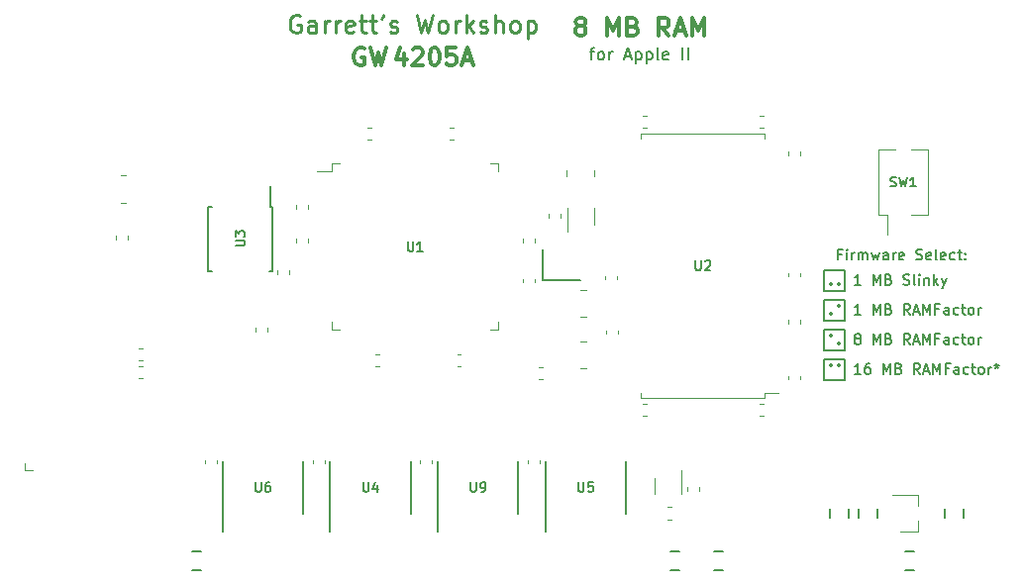
<source format=gto>
G04 #@! TF.GenerationSoftware,KiCad,Pcbnew,(5.1.5-0-10_14)*
G04 #@! TF.CreationDate,2021-04-11T00:58:12-04:00*
G04 #@! TF.ProjectId,GR8RAM,47523852-414d-42e6-9b69-6361645f7063,0.9*
G04 #@! TF.SameCoordinates,Original*
G04 #@! TF.FileFunction,Legend,Top*
G04 #@! TF.FilePolarity,Positive*
%FSLAX46Y46*%
G04 Gerber Fmt 4.6, Leading zero omitted, Abs format (unit mm)*
G04 Created by KiCad (PCBNEW (5.1.5-0-10_14)) date 2021-04-11 00:58:12*
%MOMM*%
%LPD*%
G04 APERTURE LIST*
%ADD10C,0.203200*%
%ADD11C,0.350000*%
%ADD12C,0.300000*%
%ADD13C,0.225000*%
%ADD14C,0.120000*%
%ADD15C,0.150000*%
%ADD16C,0.152400*%
%ADD17C,0.100000*%
%ADD18R,1.879600X1.879600*%
%ADD19O,1.879600X1.879600*%
%ADD20C,2.000000*%
%ADD21C,2.527300*%
%ADD22C,1.143000*%
%ADD23C,0.939800*%
%ADD24C,2.152400*%
%ADD25C,1.448000*%
G04 APERTURE END LIST*
D10*
X130810000Y-108458000D02*
X129032000Y-108458000D01*
D11*
X130238550Y-109664500D02*
X130238650Y-109664500D01*
X129603400Y-109029500D02*
X129603500Y-109029500D01*
D10*
X129032000Y-110236000D02*
X129032000Y-108458000D01*
X130810000Y-110236000D02*
X130810000Y-108458000D01*
X129032000Y-110236000D02*
X130810000Y-110236000D01*
X129032000Y-112776000D02*
X129032000Y-110998000D01*
X130810000Y-112776000D02*
X130810000Y-110998000D01*
D11*
X129603400Y-111569500D02*
X129603500Y-111569500D01*
X130238550Y-111569500D02*
X130238650Y-111569500D01*
D10*
X130810000Y-110998000D02*
X129032000Y-110998000D01*
X129032000Y-112776000D02*
X130810000Y-112776000D01*
X131792937Y-109239857D02*
X131707222Y-109197000D01*
X131664365Y-109154142D01*
X131621508Y-109068428D01*
X131621508Y-109025571D01*
X131664365Y-108939857D01*
X131707222Y-108897000D01*
X131792937Y-108854142D01*
X131964365Y-108854142D01*
X132050080Y-108897000D01*
X132092937Y-108939857D01*
X132135794Y-109025571D01*
X132135794Y-109068428D01*
X132092937Y-109154142D01*
X132050080Y-109197000D01*
X131964365Y-109239857D01*
X131792937Y-109239857D01*
X131707222Y-109282714D01*
X131664365Y-109325571D01*
X131621508Y-109411285D01*
X131621508Y-109582714D01*
X131664365Y-109668428D01*
X131707222Y-109711285D01*
X131792937Y-109754142D01*
X131964365Y-109754142D01*
X132050080Y-109711285D01*
X132092937Y-109668428D01*
X132135794Y-109582714D01*
X132135794Y-109411285D01*
X132092937Y-109325571D01*
X132050080Y-109282714D01*
X131964365Y-109239857D01*
X133207222Y-109754142D02*
X133207222Y-108854142D01*
X133507222Y-109497000D01*
X133807222Y-108854142D01*
X133807222Y-109754142D01*
X134535794Y-109282714D02*
X134664365Y-109325571D01*
X134707222Y-109368428D01*
X134750080Y-109454142D01*
X134750080Y-109582714D01*
X134707222Y-109668428D01*
X134664365Y-109711285D01*
X134578651Y-109754142D01*
X134235794Y-109754142D01*
X134235794Y-108854142D01*
X134535794Y-108854142D01*
X134621508Y-108897000D01*
X134664365Y-108939857D01*
X134707222Y-109025571D01*
X134707222Y-109111285D01*
X134664365Y-109197000D01*
X134621508Y-109239857D01*
X134535794Y-109282714D01*
X134235794Y-109282714D01*
X136335794Y-109754142D02*
X136035794Y-109325571D01*
X135821508Y-109754142D02*
X135821508Y-108854142D01*
X136164365Y-108854142D01*
X136250080Y-108897000D01*
X136292937Y-108939857D01*
X136335794Y-109025571D01*
X136335794Y-109154142D01*
X136292937Y-109239857D01*
X136250080Y-109282714D01*
X136164365Y-109325571D01*
X135821508Y-109325571D01*
X136678651Y-109497000D02*
X137107222Y-109497000D01*
X136592937Y-109754142D02*
X136892937Y-108854142D01*
X137192937Y-109754142D01*
X137492937Y-109754142D02*
X137492937Y-108854142D01*
X137792937Y-109497000D01*
X138092937Y-108854142D01*
X138092937Y-109754142D01*
X138821508Y-109282714D02*
X138521508Y-109282714D01*
X138521508Y-109754142D02*
X138521508Y-108854142D01*
X138950080Y-108854142D01*
X139678651Y-109754142D02*
X139678651Y-109282714D01*
X139635794Y-109197000D01*
X139550080Y-109154142D01*
X139378651Y-109154142D01*
X139292937Y-109197000D01*
X139678651Y-109711285D02*
X139592937Y-109754142D01*
X139378651Y-109754142D01*
X139292937Y-109711285D01*
X139250080Y-109625571D01*
X139250080Y-109539857D01*
X139292937Y-109454142D01*
X139378651Y-109411285D01*
X139592937Y-109411285D01*
X139678651Y-109368428D01*
X140492937Y-109711285D02*
X140407222Y-109754142D01*
X140235794Y-109754142D01*
X140150080Y-109711285D01*
X140107222Y-109668428D01*
X140064365Y-109582714D01*
X140064365Y-109325571D01*
X140107222Y-109239857D01*
X140150080Y-109197000D01*
X140235794Y-109154142D01*
X140407222Y-109154142D01*
X140492937Y-109197000D01*
X140750080Y-109154142D02*
X141092937Y-109154142D01*
X140878651Y-108854142D02*
X140878651Y-109625571D01*
X140921508Y-109711285D01*
X141007222Y-109754142D01*
X141092937Y-109754142D01*
X141521508Y-109754142D02*
X141435794Y-109711285D01*
X141392937Y-109668428D01*
X141350080Y-109582714D01*
X141350080Y-109325571D01*
X141392937Y-109239857D01*
X141435794Y-109197000D01*
X141521508Y-109154142D01*
X141650080Y-109154142D01*
X141735794Y-109197000D01*
X141778651Y-109239857D01*
X141821508Y-109325571D01*
X141821508Y-109582714D01*
X141778651Y-109668428D01*
X141735794Y-109711285D01*
X141650080Y-109754142D01*
X141521508Y-109754142D01*
X142207222Y-109754142D02*
X142207222Y-109154142D01*
X142207222Y-109325571D02*
X142250080Y-109239857D01*
X142292937Y-109197000D01*
X142378651Y-109154142D01*
X142464365Y-109154142D01*
X132135794Y-112294142D02*
X131621508Y-112294142D01*
X131878651Y-112294142D02*
X131878651Y-111394142D01*
X131792937Y-111522714D01*
X131707222Y-111608428D01*
X131621508Y-111651285D01*
X132907222Y-111394142D02*
X132735794Y-111394142D01*
X132650080Y-111437000D01*
X132607222Y-111479857D01*
X132521508Y-111608428D01*
X132478651Y-111779857D01*
X132478651Y-112122714D01*
X132521508Y-112208428D01*
X132564365Y-112251285D01*
X132650080Y-112294142D01*
X132821508Y-112294142D01*
X132907222Y-112251285D01*
X132950080Y-112208428D01*
X132992937Y-112122714D01*
X132992937Y-111908428D01*
X132950080Y-111822714D01*
X132907222Y-111779857D01*
X132821508Y-111737000D01*
X132650080Y-111737000D01*
X132564365Y-111779857D01*
X132521508Y-111822714D01*
X132478651Y-111908428D01*
X134064365Y-112294142D02*
X134064365Y-111394142D01*
X134364365Y-112037000D01*
X134664365Y-111394142D01*
X134664365Y-112294142D01*
X135392937Y-111822714D02*
X135521508Y-111865571D01*
X135564365Y-111908428D01*
X135607222Y-111994142D01*
X135607222Y-112122714D01*
X135564365Y-112208428D01*
X135521508Y-112251285D01*
X135435794Y-112294142D01*
X135092937Y-112294142D01*
X135092937Y-111394142D01*
X135392937Y-111394142D01*
X135478651Y-111437000D01*
X135521508Y-111479857D01*
X135564365Y-111565571D01*
X135564365Y-111651285D01*
X135521508Y-111737000D01*
X135478651Y-111779857D01*
X135392937Y-111822714D01*
X135092937Y-111822714D01*
X137192937Y-112294142D02*
X136892937Y-111865571D01*
X136678651Y-112294142D02*
X136678651Y-111394142D01*
X137021508Y-111394142D01*
X137107222Y-111437000D01*
X137150080Y-111479857D01*
X137192937Y-111565571D01*
X137192937Y-111694142D01*
X137150080Y-111779857D01*
X137107222Y-111822714D01*
X137021508Y-111865571D01*
X136678651Y-111865571D01*
X137535794Y-112037000D02*
X137964365Y-112037000D01*
X137450080Y-112294142D02*
X137750080Y-111394142D01*
X138050080Y-112294142D01*
X138350080Y-112294142D02*
X138350080Y-111394142D01*
X138650080Y-112037000D01*
X138950080Y-111394142D01*
X138950080Y-112294142D01*
X139678651Y-111822714D02*
X139378651Y-111822714D01*
X139378651Y-112294142D02*
X139378651Y-111394142D01*
X139807222Y-111394142D01*
X140535794Y-112294142D02*
X140535794Y-111822714D01*
X140492937Y-111737000D01*
X140407222Y-111694142D01*
X140235794Y-111694142D01*
X140150080Y-111737000D01*
X140535794Y-112251285D02*
X140450080Y-112294142D01*
X140235794Y-112294142D01*
X140150080Y-112251285D01*
X140107222Y-112165571D01*
X140107222Y-112079857D01*
X140150080Y-111994142D01*
X140235794Y-111951285D01*
X140450080Y-111951285D01*
X140535794Y-111908428D01*
X141350080Y-112251285D02*
X141264365Y-112294142D01*
X141092937Y-112294142D01*
X141007222Y-112251285D01*
X140964365Y-112208428D01*
X140921508Y-112122714D01*
X140921508Y-111865571D01*
X140964365Y-111779857D01*
X141007222Y-111737000D01*
X141092937Y-111694142D01*
X141264365Y-111694142D01*
X141350080Y-111737000D01*
X141607222Y-111694142D02*
X141950080Y-111694142D01*
X141735794Y-111394142D02*
X141735794Y-112165571D01*
X141778651Y-112251285D01*
X141864365Y-112294142D01*
X141950080Y-112294142D01*
X142378651Y-112294142D02*
X142292937Y-112251285D01*
X142250080Y-112208428D01*
X142207222Y-112122714D01*
X142207222Y-111865571D01*
X142250080Y-111779857D01*
X142292937Y-111737000D01*
X142378651Y-111694142D01*
X142507222Y-111694142D01*
X142592937Y-111737000D01*
X142635794Y-111779857D01*
X142678651Y-111865571D01*
X142678651Y-112122714D01*
X142635794Y-112208428D01*
X142592937Y-112251285D01*
X142507222Y-112294142D01*
X142378651Y-112294142D01*
X143064365Y-112294142D02*
X143064365Y-111694142D01*
X143064365Y-111865571D02*
X143107222Y-111779857D01*
X143150080Y-111737000D01*
X143235794Y-111694142D01*
X143321508Y-111694142D01*
X143750080Y-111394142D02*
X143750080Y-111608428D01*
X143535794Y-111522714D02*
X143750080Y-111608428D01*
X143964365Y-111522714D01*
X143621508Y-111779857D02*
X143750080Y-111608428D01*
X143878651Y-111779857D01*
X130810000Y-103378000D02*
X129032000Y-103378000D01*
D11*
X130238550Y-104584500D02*
X130238650Y-104584500D01*
X129603400Y-104584500D02*
X129603500Y-104584500D01*
D10*
X129032000Y-105156000D02*
X129032000Y-103378000D01*
X130810000Y-105156000D02*
X130810000Y-103378000D01*
X129032000Y-105156000D02*
X130810000Y-105156000D01*
X129032000Y-107696000D02*
X129032000Y-105918000D01*
X130810000Y-107696000D02*
X130810000Y-105918000D01*
D11*
X129603400Y-107124500D02*
X129603500Y-107124500D01*
X130238400Y-106489500D02*
X130238500Y-106489500D01*
D10*
X130810000Y-105918000D02*
X129032000Y-105918000D01*
X129032000Y-107696000D02*
X130810000Y-107696000D01*
X132135794Y-107214142D02*
X131621508Y-107214142D01*
X131878651Y-107214142D02*
X131878651Y-106314142D01*
X131792937Y-106442714D01*
X131707222Y-106528428D01*
X131621508Y-106571285D01*
X133207222Y-107214142D02*
X133207222Y-106314142D01*
X133507222Y-106957000D01*
X133807222Y-106314142D01*
X133807222Y-107214142D01*
X134535794Y-106742714D02*
X134664365Y-106785571D01*
X134707222Y-106828428D01*
X134750080Y-106914142D01*
X134750080Y-107042714D01*
X134707222Y-107128428D01*
X134664365Y-107171285D01*
X134578651Y-107214142D01*
X134235794Y-107214142D01*
X134235794Y-106314142D01*
X134535794Y-106314142D01*
X134621508Y-106357000D01*
X134664365Y-106399857D01*
X134707222Y-106485571D01*
X134707222Y-106571285D01*
X134664365Y-106657000D01*
X134621508Y-106699857D01*
X134535794Y-106742714D01*
X134235794Y-106742714D01*
X136335794Y-107214142D02*
X136035794Y-106785571D01*
X135821508Y-107214142D02*
X135821508Y-106314142D01*
X136164365Y-106314142D01*
X136250080Y-106357000D01*
X136292937Y-106399857D01*
X136335794Y-106485571D01*
X136335794Y-106614142D01*
X136292937Y-106699857D01*
X136250080Y-106742714D01*
X136164365Y-106785571D01*
X135821508Y-106785571D01*
X136678651Y-106957000D02*
X137107222Y-106957000D01*
X136592937Y-107214142D02*
X136892937Y-106314142D01*
X137192937Y-107214142D01*
X137492937Y-107214142D02*
X137492937Y-106314142D01*
X137792937Y-106957000D01*
X138092937Y-106314142D01*
X138092937Y-107214142D01*
X138821508Y-106742714D02*
X138521508Y-106742714D01*
X138521508Y-107214142D02*
X138521508Y-106314142D01*
X138950080Y-106314142D01*
X139678651Y-107214142D02*
X139678651Y-106742714D01*
X139635794Y-106657000D01*
X139550080Y-106614142D01*
X139378651Y-106614142D01*
X139292937Y-106657000D01*
X139678651Y-107171285D02*
X139592937Y-107214142D01*
X139378651Y-107214142D01*
X139292937Y-107171285D01*
X139250080Y-107085571D01*
X139250080Y-106999857D01*
X139292937Y-106914142D01*
X139378651Y-106871285D01*
X139592937Y-106871285D01*
X139678651Y-106828428D01*
X140492937Y-107171285D02*
X140407222Y-107214142D01*
X140235794Y-107214142D01*
X140150080Y-107171285D01*
X140107222Y-107128428D01*
X140064365Y-107042714D01*
X140064365Y-106785571D01*
X140107222Y-106699857D01*
X140150080Y-106657000D01*
X140235794Y-106614142D01*
X140407222Y-106614142D01*
X140492937Y-106657000D01*
X140750080Y-106614142D02*
X141092937Y-106614142D01*
X140878651Y-106314142D02*
X140878651Y-107085571D01*
X140921508Y-107171285D01*
X141007222Y-107214142D01*
X141092937Y-107214142D01*
X141521508Y-107214142D02*
X141435794Y-107171285D01*
X141392937Y-107128428D01*
X141350080Y-107042714D01*
X141350080Y-106785571D01*
X141392937Y-106699857D01*
X141435794Y-106657000D01*
X141521508Y-106614142D01*
X141650080Y-106614142D01*
X141735794Y-106657000D01*
X141778651Y-106699857D01*
X141821508Y-106785571D01*
X141821508Y-107042714D01*
X141778651Y-107128428D01*
X141735794Y-107171285D01*
X141650080Y-107214142D01*
X141521508Y-107214142D01*
X142207222Y-107214142D02*
X142207222Y-106614142D01*
X142207222Y-106785571D02*
X142250080Y-106699857D01*
X142292937Y-106657000D01*
X142378651Y-106614142D01*
X142464365Y-106614142D01*
X132135794Y-104674142D02*
X131621508Y-104674142D01*
X131878651Y-104674142D02*
X131878651Y-103774142D01*
X131792937Y-103902714D01*
X131707222Y-103988428D01*
X131621508Y-104031285D01*
X133207222Y-104674142D02*
X133207222Y-103774142D01*
X133507222Y-104417000D01*
X133807222Y-103774142D01*
X133807222Y-104674142D01*
X134535794Y-104202714D02*
X134664365Y-104245571D01*
X134707222Y-104288428D01*
X134750080Y-104374142D01*
X134750080Y-104502714D01*
X134707222Y-104588428D01*
X134664365Y-104631285D01*
X134578651Y-104674142D01*
X134235794Y-104674142D01*
X134235794Y-103774142D01*
X134535794Y-103774142D01*
X134621508Y-103817000D01*
X134664365Y-103859857D01*
X134707222Y-103945571D01*
X134707222Y-104031285D01*
X134664365Y-104117000D01*
X134621508Y-104159857D01*
X134535794Y-104202714D01*
X134235794Y-104202714D01*
X135778651Y-104631285D02*
X135907222Y-104674142D01*
X136121508Y-104674142D01*
X136207222Y-104631285D01*
X136250080Y-104588428D01*
X136292937Y-104502714D01*
X136292937Y-104417000D01*
X136250080Y-104331285D01*
X136207222Y-104288428D01*
X136121508Y-104245571D01*
X135950080Y-104202714D01*
X135864365Y-104159857D01*
X135821508Y-104117000D01*
X135778651Y-104031285D01*
X135778651Y-103945571D01*
X135821508Y-103859857D01*
X135864365Y-103817000D01*
X135950080Y-103774142D01*
X136164365Y-103774142D01*
X136292937Y-103817000D01*
X136807222Y-104674142D02*
X136721508Y-104631285D01*
X136678651Y-104545571D01*
X136678651Y-103774142D01*
X137150080Y-104674142D02*
X137150080Y-104074142D01*
X137150080Y-103774142D02*
X137107222Y-103817000D01*
X137150080Y-103859857D01*
X137192937Y-103817000D01*
X137150080Y-103774142D01*
X137150080Y-103859857D01*
X137578651Y-104074142D02*
X137578651Y-104674142D01*
X137578651Y-104159857D02*
X137621508Y-104117000D01*
X137707222Y-104074142D01*
X137835794Y-104074142D01*
X137921508Y-104117000D01*
X137964365Y-104202714D01*
X137964365Y-104674142D01*
X138392937Y-104674142D02*
X138392937Y-103774142D01*
X138478651Y-104331285D02*
X138735794Y-104674142D01*
X138735794Y-104074142D02*
X138392937Y-104417000D01*
X139035794Y-104074142D02*
X139250080Y-104674142D01*
X139464365Y-104074142D02*
X139250080Y-104674142D01*
X139164365Y-104888428D01*
X139121508Y-104931285D01*
X139035794Y-104974142D01*
X130493142Y-102043714D02*
X130193142Y-102043714D01*
X130193142Y-102515142D02*
X130193142Y-101615142D01*
X130621714Y-101615142D01*
X130964571Y-102515142D02*
X130964571Y-101915142D01*
X130964571Y-101615142D02*
X130921714Y-101658000D01*
X130964571Y-101700857D01*
X131007428Y-101658000D01*
X130964571Y-101615142D01*
X130964571Y-101700857D01*
X131393142Y-102515142D02*
X131393142Y-101915142D01*
X131393142Y-102086571D02*
X131436000Y-102000857D01*
X131478857Y-101958000D01*
X131564571Y-101915142D01*
X131650285Y-101915142D01*
X131950285Y-102515142D02*
X131950285Y-101915142D01*
X131950285Y-102000857D02*
X131993142Y-101958000D01*
X132078857Y-101915142D01*
X132207428Y-101915142D01*
X132293142Y-101958000D01*
X132336000Y-102043714D01*
X132336000Y-102515142D01*
X132336000Y-102043714D02*
X132378857Y-101958000D01*
X132464571Y-101915142D01*
X132593142Y-101915142D01*
X132678857Y-101958000D01*
X132721714Y-102043714D01*
X132721714Y-102515142D01*
X133064571Y-101915142D02*
X133236000Y-102515142D01*
X133407428Y-102086571D01*
X133578857Y-102515142D01*
X133750285Y-101915142D01*
X134478857Y-102515142D02*
X134478857Y-102043714D01*
X134436000Y-101958000D01*
X134350285Y-101915142D01*
X134178857Y-101915142D01*
X134093142Y-101958000D01*
X134478857Y-102472285D02*
X134393142Y-102515142D01*
X134178857Y-102515142D01*
X134093142Y-102472285D01*
X134050285Y-102386571D01*
X134050285Y-102300857D01*
X134093142Y-102215142D01*
X134178857Y-102172285D01*
X134393142Y-102172285D01*
X134478857Y-102129428D01*
X134907428Y-102515142D02*
X134907428Y-101915142D01*
X134907428Y-102086571D02*
X134950285Y-102000857D01*
X134993142Y-101958000D01*
X135078857Y-101915142D01*
X135164571Y-101915142D01*
X135807428Y-102472285D02*
X135721714Y-102515142D01*
X135550285Y-102515142D01*
X135464571Y-102472285D01*
X135421714Y-102386571D01*
X135421714Y-102043714D01*
X135464571Y-101958000D01*
X135550285Y-101915142D01*
X135721714Y-101915142D01*
X135807428Y-101958000D01*
X135850285Y-102043714D01*
X135850285Y-102129428D01*
X135421714Y-102215142D01*
X136878857Y-102472285D02*
X137007428Y-102515142D01*
X137221714Y-102515142D01*
X137307428Y-102472285D01*
X137350285Y-102429428D01*
X137393142Y-102343714D01*
X137393142Y-102258000D01*
X137350285Y-102172285D01*
X137307428Y-102129428D01*
X137221714Y-102086571D01*
X137050285Y-102043714D01*
X136964571Y-102000857D01*
X136921714Y-101958000D01*
X136878857Y-101872285D01*
X136878857Y-101786571D01*
X136921714Y-101700857D01*
X136964571Y-101658000D01*
X137050285Y-101615142D01*
X137264571Y-101615142D01*
X137393142Y-101658000D01*
X138121714Y-102472285D02*
X138036000Y-102515142D01*
X137864571Y-102515142D01*
X137778857Y-102472285D01*
X137736000Y-102386571D01*
X137736000Y-102043714D01*
X137778857Y-101958000D01*
X137864571Y-101915142D01*
X138036000Y-101915142D01*
X138121714Y-101958000D01*
X138164571Y-102043714D01*
X138164571Y-102129428D01*
X137736000Y-102215142D01*
X138678857Y-102515142D02*
X138593142Y-102472285D01*
X138550285Y-102386571D01*
X138550285Y-101615142D01*
X139364571Y-102472285D02*
X139278857Y-102515142D01*
X139107428Y-102515142D01*
X139021714Y-102472285D01*
X138978857Y-102386571D01*
X138978857Y-102043714D01*
X139021714Y-101958000D01*
X139107428Y-101915142D01*
X139278857Y-101915142D01*
X139364571Y-101958000D01*
X139407428Y-102043714D01*
X139407428Y-102129428D01*
X138978857Y-102215142D01*
X140178857Y-102472285D02*
X140093142Y-102515142D01*
X139921714Y-102515142D01*
X139836000Y-102472285D01*
X139793142Y-102429428D01*
X139750285Y-102343714D01*
X139750285Y-102086571D01*
X139793142Y-102000857D01*
X139836000Y-101958000D01*
X139921714Y-101915142D01*
X140093142Y-101915142D01*
X140178857Y-101958000D01*
X140436000Y-101915142D02*
X140778857Y-101915142D01*
X140564571Y-101615142D02*
X140564571Y-102386571D01*
X140607428Y-102472285D01*
X140693142Y-102515142D01*
X140778857Y-102515142D01*
X141078857Y-102429428D02*
X141121714Y-102472285D01*
X141078857Y-102515142D01*
X141036000Y-102472285D01*
X141078857Y-102429428D01*
X141078857Y-102515142D01*
X141078857Y-101958000D02*
X141121714Y-102000857D01*
X141078857Y-102043714D01*
X141036000Y-102000857D01*
X141078857Y-101958000D01*
X141078857Y-102043714D01*
X109002285Y-84745285D02*
X109389333Y-84745285D01*
X109147428Y-85422619D02*
X109147428Y-84551761D01*
X109195809Y-84455000D01*
X109292571Y-84406619D01*
X109389333Y-84406619D01*
X109873142Y-85422619D02*
X109776380Y-85374238D01*
X109728000Y-85325857D01*
X109679619Y-85229095D01*
X109679619Y-84938809D01*
X109728000Y-84842047D01*
X109776380Y-84793666D01*
X109873142Y-84745285D01*
X110018285Y-84745285D01*
X110115047Y-84793666D01*
X110163428Y-84842047D01*
X110211809Y-84938809D01*
X110211809Y-85229095D01*
X110163428Y-85325857D01*
X110115047Y-85374238D01*
X110018285Y-85422619D01*
X109873142Y-85422619D01*
X110647238Y-85422619D02*
X110647238Y-84745285D01*
X110647238Y-84938809D02*
X110695619Y-84842047D01*
X110744000Y-84793666D01*
X110840761Y-84745285D01*
X110937523Y-84745285D01*
X112001904Y-85132333D02*
X112485714Y-85132333D01*
X111905142Y-85422619D02*
X112243809Y-84406619D01*
X112582476Y-85422619D01*
X112921142Y-84745285D02*
X112921142Y-85761285D01*
X112921142Y-84793666D02*
X113017904Y-84745285D01*
X113211428Y-84745285D01*
X113308190Y-84793666D01*
X113356571Y-84842047D01*
X113404952Y-84938809D01*
X113404952Y-85229095D01*
X113356571Y-85325857D01*
X113308190Y-85374238D01*
X113211428Y-85422619D01*
X113017904Y-85422619D01*
X112921142Y-85374238D01*
X113840380Y-84745285D02*
X113840380Y-85761285D01*
X113840380Y-84793666D02*
X113937142Y-84745285D01*
X114130666Y-84745285D01*
X114227428Y-84793666D01*
X114275809Y-84842047D01*
X114324190Y-84938809D01*
X114324190Y-85229095D01*
X114275809Y-85325857D01*
X114227428Y-85374238D01*
X114130666Y-85422619D01*
X113937142Y-85422619D01*
X113840380Y-85374238D01*
X114904761Y-85422619D02*
X114808000Y-85374238D01*
X114759619Y-85277476D01*
X114759619Y-84406619D01*
X115678857Y-85374238D02*
X115582095Y-85422619D01*
X115388571Y-85422619D01*
X115291809Y-85374238D01*
X115243428Y-85277476D01*
X115243428Y-84890428D01*
X115291809Y-84793666D01*
X115388571Y-84745285D01*
X115582095Y-84745285D01*
X115678857Y-84793666D01*
X115727238Y-84890428D01*
X115727238Y-84987190D01*
X115243428Y-85083952D01*
X116936761Y-85422619D02*
X116936761Y-84406619D01*
X117420571Y-85422619D02*
X117420571Y-84406619D01*
D12*
X93143000Y-84895571D02*
X93143000Y-85895571D01*
X92785857Y-84324142D02*
X92428714Y-85395571D01*
X93357285Y-85395571D01*
X93857285Y-84538428D02*
X93928714Y-84467000D01*
X94071571Y-84395571D01*
X94428714Y-84395571D01*
X94571571Y-84467000D01*
X94643000Y-84538428D01*
X94714428Y-84681285D01*
X94714428Y-84824142D01*
X94643000Y-85038428D01*
X93785857Y-85895571D01*
X94714428Y-85895571D01*
X95643000Y-84395571D02*
X95785857Y-84395571D01*
X95928714Y-84467000D01*
X96000142Y-84538428D01*
X96071571Y-84681285D01*
X96143000Y-84967000D01*
X96143000Y-85324142D01*
X96071571Y-85609857D01*
X96000142Y-85752714D01*
X95928714Y-85824142D01*
X95785857Y-85895571D01*
X95643000Y-85895571D01*
X95500142Y-85824142D01*
X95428714Y-85752714D01*
X95357285Y-85609857D01*
X95285857Y-85324142D01*
X95285857Y-84967000D01*
X95357285Y-84681285D01*
X95428714Y-84538428D01*
X95500142Y-84467000D01*
X95643000Y-84395571D01*
X97500142Y-84395571D02*
X96785857Y-84395571D01*
X96714428Y-85109857D01*
X96785857Y-85038428D01*
X96928714Y-84967000D01*
X97285857Y-84967000D01*
X97428714Y-85038428D01*
X97500142Y-85109857D01*
X97571571Y-85252714D01*
X97571571Y-85609857D01*
X97500142Y-85752714D01*
X97428714Y-85824142D01*
X97285857Y-85895571D01*
X96928714Y-85895571D01*
X96785857Y-85824142D01*
X96714428Y-85752714D01*
X98143000Y-85467000D02*
X98857285Y-85467000D01*
X98000142Y-85895571D02*
X98500142Y-84395571D01*
X99000142Y-85895571D01*
X108058857Y-82495571D02*
X107913714Y-82423000D01*
X107841142Y-82350428D01*
X107768571Y-82205285D01*
X107768571Y-82132714D01*
X107841142Y-81987571D01*
X107913714Y-81915000D01*
X108058857Y-81842428D01*
X108349142Y-81842428D01*
X108494285Y-81915000D01*
X108566857Y-81987571D01*
X108639428Y-82132714D01*
X108639428Y-82205285D01*
X108566857Y-82350428D01*
X108494285Y-82423000D01*
X108349142Y-82495571D01*
X108058857Y-82495571D01*
X107913714Y-82568142D01*
X107841142Y-82640714D01*
X107768571Y-82785857D01*
X107768571Y-83076142D01*
X107841142Y-83221285D01*
X107913714Y-83293857D01*
X108058857Y-83366428D01*
X108349142Y-83366428D01*
X108494285Y-83293857D01*
X108566857Y-83221285D01*
X108639428Y-83076142D01*
X108639428Y-82785857D01*
X108566857Y-82640714D01*
X108494285Y-82568142D01*
X108349142Y-82495571D01*
X110453714Y-83366428D02*
X110453714Y-81842428D01*
X110961714Y-82931000D01*
X111469714Y-81842428D01*
X111469714Y-83366428D01*
X112703428Y-82568142D02*
X112921142Y-82640714D01*
X112993714Y-82713285D01*
X113066285Y-82858428D01*
X113066285Y-83076142D01*
X112993714Y-83221285D01*
X112921142Y-83293857D01*
X112776000Y-83366428D01*
X112195428Y-83366428D01*
X112195428Y-81842428D01*
X112703428Y-81842428D01*
X112848571Y-81915000D01*
X112921142Y-81987571D01*
X112993714Y-82132714D01*
X112993714Y-82277857D01*
X112921142Y-82423000D01*
X112848571Y-82495571D01*
X112703428Y-82568142D01*
X112195428Y-82568142D01*
X115751428Y-83366428D02*
X115243428Y-82640714D01*
X114880571Y-83366428D02*
X114880571Y-81842428D01*
X115461142Y-81842428D01*
X115606285Y-81915000D01*
X115678857Y-81987571D01*
X115751428Y-82132714D01*
X115751428Y-82350428D01*
X115678857Y-82495571D01*
X115606285Y-82568142D01*
X115461142Y-82640714D01*
X114880571Y-82640714D01*
X116332000Y-82931000D02*
X117057714Y-82931000D01*
X116186857Y-83366428D02*
X116694857Y-81842428D01*
X117202857Y-83366428D01*
X117710857Y-83366428D02*
X117710857Y-81842428D01*
X118218857Y-82931000D01*
X118726857Y-81842428D01*
X118726857Y-83366428D01*
D13*
X84200999Y-81661000D02*
X84055857Y-81588428D01*
X83838142Y-81588428D01*
X83620428Y-81661000D01*
X83475285Y-81806142D01*
X83402714Y-81951285D01*
X83330142Y-82241571D01*
X83330142Y-82459285D01*
X83402714Y-82749571D01*
X83475285Y-82894714D01*
X83620428Y-83039857D01*
X83838142Y-83112428D01*
X83983285Y-83112428D01*
X84200999Y-83039857D01*
X84273571Y-82967285D01*
X84273571Y-82459285D01*
X83983285Y-82459285D01*
X85579857Y-83112428D02*
X85579857Y-82314142D01*
X85507285Y-82169000D01*
X85362142Y-82096428D01*
X85071857Y-82096428D01*
X84926714Y-82169000D01*
X85579857Y-83039857D02*
X85434714Y-83112428D01*
X85071857Y-83112428D01*
X84926714Y-83039857D01*
X84854142Y-82894714D01*
X84854142Y-82749571D01*
X84926714Y-82604428D01*
X85071857Y-82531857D01*
X85434714Y-82531857D01*
X85579857Y-82459285D01*
X86305571Y-83112428D02*
X86305571Y-82096428D01*
X86305571Y-82386714D02*
X86378142Y-82241571D01*
X86450714Y-82169000D01*
X86595857Y-82096428D01*
X86740999Y-82096428D01*
X87248999Y-83112428D02*
X87248999Y-82096428D01*
X87248999Y-82386714D02*
X87321571Y-82241571D01*
X87394142Y-82169000D01*
X87539285Y-82096428D01*
X87684428Y-82096428D01*
X88772999Y-83039857D02*
X88627857Y-83112428D01*
X88337571Y-83112428D01*
X88192428Y-83039857D01*
X88119857Y-82894714D01*
X88119857Y-82314142D01*
X88192428Y-82169000D01*
X88337571Y-82096428D01*
X88627857Y-82096428D01*
X88772999Y-82169000D01*
X88845571Y-82314142D01*
X88845571Y-82459285D01*
X88119857Y-82604428D01*
X89280999Y-82096428D02*
X89861571Y-82096428D01*
X89498714Y-81588428D02*
X89498714Y-82894714D01*
X89571285Y-83039857D01*
X89716428Y-83112428D01*
X89861571Y-83112428D01*
X90151857Y-82096428D02*
X90732428Y-82096428D01*
X90369571Y-81588428D02*
X90369571Y-82894714D01*
X90442142Y-83039857D01*
X90587285Y-83112428D01*
X90732428Y-83112428D01*
X91312999Y-81588428D02*
X91312999Y-81661000D01*
X91240428Y-81806142D01*
X91167857Y-81878714D01*
X91893571Y-83039857D02*
X92038714Y-83112428D01*
X92328999Y-83112428D01*
X92474142Y-83039857D01*
X92546714Y-82894714D01*
X92546714Y-82822142D01*
X92474142Y-82677000D01*
X92328999Y-82604428D01*
X92111285Y-82604428D01*
X91966142Y-82531857D01*
X91893571Y-82386714D01*
X91893571Y-82314142D01*
X91966142Y-82169000D01*
X92111285Y-82096428D01*
X92328999Y-82096428D01*
X92474142Y-82169000D01*
X94215857Y-81588428D02*
X94578714Y-83112428D01*
X94868999Y-82023857D01*
X95159285Y-83112428D01*
X95522142Y-81588428D01*
X96320428Y-83112428D02*
X96175285Y-83039857D01*
X96102714Y-82967285D01*
X96030142Y-82822142D01*
X96030142Y-82386714D01*
X96102714Y-82241571D01*
X96175285Y-82169000D01*
X96320428Y-82096428D01*
X96538142Y-82096428D01*
X96683285Y-82169000D01*
X96755857Y-82241571D01*
X96828428Y-82386714D01*
X96828428Y-82822142D01*
X96755857Y-82967285D01*
X96683285Y-83039857D01*
X96538142Y-83112428D01*
X96320428Y-83112428D01*
X97481571Y-83112428D02*
X97481571Y-82096428D01*
X97481571Y-82386714D02*
X97554142Y-82241571D01*
X97626714Y-82169000D01*
X97771857Y-82096428D01*
X97916999Y-82096428D01*
X98424999Y-83112428D02*
X98424999Y-81588428D01*
X98570142Y-82531857D02*
X99005571Y-83112428D01*
X99005571Y-82096428D02*
X98424999Y-82677000D01*
X99586142Y-83039857D02*
X99731285Y-83112428D01*
X100021571Y-83112428D01*
X100166714Y-83039857D01*
X100239285Y-82894714D01*
X100239285Y-82822142D01*
X100166714Y-82677000D01*
X100021571Y-82604428D01*
X99803857Y-82604428D01*
X99658714Y-82531857D01*
X99586142Y-82386714D01*
X99586142Y-82314142D01*
X99658714Y-82169000D01*
X99803857Y-82096428D01*
X100021571Y-82096428D01*
X100166714Y-82169000D01*
X100892428Y-83112428D02*
X100892428Y-81588428D01*
X101545571Y-83112428D02*
X101545571Y-82314142D01*
X101472999Y-82169000D01*
X101327857Y-82096428D01*
X101110142Y-82096428D01*
X100964999Y-82169000D01*
X100892428Y-82241571D01*
X102488999Y-83112428D02*
X102343857Y-83039857D01*
X102271285Y-82967285D01*
X102198714Y-82822142D01*
X102198714Y-82386714D01*
X102271285Y-82241571D01*
X102343857Y-82169000D01*
X102488999Y-82096428D01*
X102706714Y-82096428D01*
X102851857Y-82169000D01*
X102924428Y-82241571D01*
X102996999Y-82386714D01*
X102996999Y-82822142D01*
X102924428Y-82967285D01*
X102851857Y-83039857D01*
X102706714Y-83112428D01*
X102488999Y-83112428D01*
X103650142Y-82096428D02*
X103650142Y-83620428D01*
X103650142Y-82169000D02*
X103795285Y-82096428D01*
X104085571Y-82096428D01*
X104230714Y-82169000D01*
X104303285Y-82241571D01*
X104375857Y-82386714D01*
X104375857Y-82822142D01*
X104303285Y-82967285D01*
X104230714Y-83039857D01*
X104085571Y-83112428D01*
X103795285Y-83112428D01*
X103650142Y-83039857D01*
D12*
X89681571Y-84467000D02*
X89538714Y-84395571D01*
X89324428Y-84395571D01*
X89110142Y-84467000D01*
X88967285Y-84609857D01*
X88895857Y-84752714D01*
X88824428Y-85038428D01*
X88824428Y-85252714D01*
X88895857Y-85538428D01*
X88967285Y-85681285D01*
X89110142Y-85824142D01*
X89324428Y-85895571D01*
X89467285Y-85895571D01*
X89681571Y-85824142D01*
X89753000Y-85752714D01*
X89753000Y-85252714D01*
X89467285Y-85252714D01*
X90253000Y-84395571D02*
X90610142Y-85895571D01*
X90895857Y-84824142D01*
X91181571Y-85895571D01*
X91538714Y-84395571D01*
D14*
X90637221Y-110590000D02*
X90962779Y-110590000D01*
X90637221Y-111610000D02*
X90962779Y-111610000D01*
X136458000Y-93125000D02*
X137893000Y-93125000D01*
X136458000Y-98645000D02*
X137893000Y-98645000D01*
X133632000Y-93125000D02*
X135067000Y-93125000D01*
X133632000Y-98645000D02*
X133632000Y-93125000D01*
X133632000Y-98645000D02*
X134448000Y-98645000D01*
X134448000Y-100331000D02*
X134448000Y-98645000D01*
X137893000Y-98645000D02*
X137893000Y-93125000D01*
X81460000Y-108662779D02*
X81460000Y-108337221D01*
X80440000Y-108662779D02*
X80440000Y-108337221D01*
D15*
X81671000Y-97961000D02*
X81671000Y-96211000D01*
X76366000Y-97961000D02*
X76366000Y-103461000D01*
X81876000Y-97961000D02*
X81876000Y-103461000D01*
X76366000Y-97961000D02*
X76666000Y-97961000D01*
X76366000Y-103461000D02*
X76666000Y-103461000D01*
X81876000Y-103461000D02*
X81576000Y-103461000D01*
X81876000Y-97961000D02*
X81671000Y-97961000D01*
D14*
X68850000Y-95270000D02*
X69350000Y-95270000D01*
X68850000Y-97630000D02*
X69350000Y-97630000D01*
X70387221Y-111160000D02*
X70712779Y-111160000D01*
X70387221Y-110140000D02*
X70712779Y-110140000D01*
X70712779Y-112610000D02*
X70387221Y-112610000D01*
X70712779Y-111590000D02*
X70387221Y-111590000D01*
D15*
X84475000Y-124225000D02*
X84475000Y-119775000D01*
X77575000Y-125750000D02*
X77575000Y-119775000D01*
D14*
X86940000Y-94990000D02*
X85650000Y-94990000D01*
X86940000Y-94290000D02*
X86940000Y-94990000D01*
X87640000Y-94290000D02*
X86940000Y-94290000D01*
X101160000Y-94290000D02*
X101160000Y-94990000D01*
X100460000Y-94290000D02*
X101160000Y-94290000D01*
X86940000Y-108510000D02*
X86940000Y-107810000D01*
X87640000Y-108510000D02*
X86940000Y-108510000D01*
X101160000Y-108510000D02*
X101160000Y-107810000D01*
X100460000Y-108510000D02*
X101160000Y-108510000D01*
X115962779Y-124710000D02*
X115637221Y-124710000D01*
X115962779Y-123690000D02*
X115637221Y-123690000D01*
X69510000Y-100487221D02*
X69510000Y-100812779D01*
X68490000Y-100487221D02*
X68490000Y-100812779D01*
X104637221Y-112760000D02*
X104962779Y-112760000D01*
X104637221Y-111740000D02*
X104962779Y-111740000D01*
X107040000Y-98120000D02*
X107040000Y-100150000D01*
X109360000Y-99530000D02*
X109360000Y-98120000D01*
X123950000Y-92150000D02*
X123950000Y-91750000D01*
X113350000Y-92150000D02*
X113350000Y-91750000D01*
X113350000Y-114350000D02*
X113350000Y-113950000D01*
X123950000Y-91750000D02*
X113350000Y-91750000D01*
X123950000Y-114350000D02*
X113350000Y-114350000D01*
X123950000Y-113950000D02*
X123950000Y-114350000D01*
X125150000Y-113950000D02*
X123950000Y-113950000D01*
D16*
X131950000Y-124606400D02*
X131950000Y-123793600D01*
X133550000Y-124606400D02*
X133550000Y-123793600D01*
D14*
X60706000Y-120523000D02*
X60706000Y-119888000D01*
X61341000Y-120523000D02*
X60706000Y-120523000D01*
X123812779Y-114840000D02*
X123487221Y-114840000D01*
X123812779Y-115860000D02*
X123487221Y-115860000D01*
D15*
X112075000Y-124225000D02*
X112075000Y-119775000D01*
X105175000Y-125750000D02*
X105175000Y-119775000D01*
D16*
X104950000Y-101650000D02*
X104950000Y-104250000D01*
X104950000Y-104250000D02*
X108200000Y-104250000D01*
D14*
X106460000Y-98587221D02*
X106460000Y-98912779D01*
X105440000Y-98587221D02*
X105440000Y-98912779D01*
X110340000Y-108862779D02*
X110340000Y-108537221D01*
X111360000Y-108862779D02*
X111360000Y-108537221D01*
X113812779Y-115860000D02*
X113487221Y-115860000D01*
X113812779Y-114840000D02*
X113487221Y-114840000D01*
X125940000Y-93237221D02*
X125940000Y-93562779D01*
X126960000Y-93237221D02*
X126960000Y-93562779D01*
X110290000Y-104212779D02*
X110290000Y-103887221D01*
X111310000Y-104212779D02*
X111310000Y-103887221D01*
X126960000Y-107637221D02*
X126960000Y-107962779D01*
X125940000Y-107637221D02*
X125940000Y-107962779D01*
X126960000Y-112437221D02*
X126960000Y-112762779D01*
X125940000Y-112437221D02*
X125940000Y-112762779D01*
X126960000Y-103637221D02*
X126960000Y-103962779D01*
X125940000Y-103637221D02*
X125940000Y-103962779D01*
D16*
X115837600Y-129070000D02*
X116650400Y-129070000D01*
X115837600Y-127470000D02*
X116650400Y-127470000D01*
X120382400Y-127470000D02*
X119569600Y-127470000D01*
X120382400Y-129070000D02*
X119569600Y-129070000D01*
X75756400Y-129070000D02*
X74943600Y-129070000D01*
X75756400Y-127470000D02*
X74943600Y-127470000D01*
D14*
X104260000Y-104137221D02*
X104260000Y-104462779D01*
X103240000Y-104137221D02*
X103240000Y-104462779D01*
X97637221Y-111610000D02*
X97962779Y-111610000D01*
X97637221Y-110590000D02*
X97962779Y-110590000D01*
X83840000Y-101062779D02*
X83840000Y-100737221D01*
X84860000Y-101062779D02*
X84860000Y-100737221D01*
X97312779Y-92210000D02*
X96987221Y-92210000D01*
X97312779Y-91190000D02*
X96987221Y-91190000D01*
X90312779Y-91190000D02*
X89987221Y-91190000D01*
X90312779Y-92210000D02*
X89987221Y-92210000D01*
X84860000Y-98162779D02*
X84860000Y-97837221D01*
X83840000Y-98162779D02*
X83840000Y-97837221D01*
X85290000Y-119637221D02*
X85290000Y-119962779D01*
X86310000Y-119637221D02*
X86310000Y-119962779D01*
X103690000Y-119637221D02*
X103690000Y-119962779D01*
X104710000Y-119637221D02*
X104710000Y-119962779D01*
X95510000Y-119637221D02*
X95510000Y-119962779D01*
X94490000Y-119637221D02*
X94490000Y-119962779D01*
D16*
X136716400Y-129070000D02*
X135903600Y-129070000D01*
X136716400Y-127470000D02*
X135903600Y-127470000D01*
D15*
X95975000Y-125750000D02*
X95975000Y-119775000D01*
X102875000Y-124225000D02*
X102875000Y-119775000D01*
D14*
X104260000Y-101062779D02*
X104260000Y-100737221D01*
X103240000Y-101062779D02*
X103240000Y-100737221D01*
D15*
X86775000Y-125750000D02*
X86775000Y-119775000D01*
X93675000Y-124225000D02*
X93675000Y-119775000D01*
D14*
X137010000Y-125780000D02*
X137010000Y-124850000D01*
X137010000Y-122620000D02*
X137010000Y-123550000D01*
X137010000Y-122620000D02*
X134850000Y-122620000D01*
X137010000Y-125780000D02*
X135550000Y-125780000D01*
D16*
X140900000Y-124606400D02*
X140900000Y-123793600D01*
X139300000Y-124606400D02*
X139300000Y-123793600D01*
D14*
X77110000Y-119637221D02*
X77110000Y-119962779D01*
X76090000Y-119637221D02*
X76090000Y-119962779D01*
X109380000Y-94900000D02*
X109380000Y-95400000D01*
X107020000Y-94900000D02*
X107020000Y-95400000D01*
X108700000Y-105070000D02*
X108200000Y-105070000D01*
X108700000Y-107430000D02*
X108200000Y-107430000D01*
X108700000Y-111830000D02*
X108200000Y-111830000D01*
X108700000Y-109470000D02*
X108200000Y-109470000D01*
X82290000Y-103713779D02*
X82290000Y-103388221D01*
X83310000Y-103713779D02*
X83310000Y-103388221D01*
X116810000Y-122580000D02*
X116810000Y-120550000D01*
X114490000Y-121170000D02*
X114490000Y-122580000D01*
X117290000Y-122262779D02*
X117290000Y-121937221D01*
X118310000Y-122262779D02*
X118310000Y-121937221D01*
X113812779Y-90240000D02*
X113487221Y-90240000D01*
X113812779Y-91260000D02*
X113487221Y-91260000D01*
X123812779Y-91260000D02*
X123487221Y-91260000D01*
X123812779Y-90240000D02*
X123487221Y-90240000D01*
D16*
X129550000Y-124606400D02*
X129550000Y-123793600D01*
X131150000Y-124606400D02*
X131150000Y-123793600D01*
D10*
X134679266Y-96213990D02*
X134795380Y-96252695D01*
X134988904Y-96252695D01*
X135066314Y-96213990D01*
X135105019Y-96175285D01*
X135143723Y-96097876D01*
X135143723Y-96020466D01*
X135105019Y-95943057D01*
X135066314Y-95904352D01*
X134988904Y-95865647D01*
X134834085Y-95826942D01*
X134756676Y-95788238D01*
X134717971Y-95749533D01*
X134679266Y-95672123D01*
X134679266Y-95594714D01*
X134717971Y-95517304D01*
X134756676Y-95478600D01*
X134834085Y-95439895D01*
X135027609Y-95439895D01*
X135143723Y-95478600D01*
X135414657Y-95439895D02*
X135608180Y-96252695D01*
X135763000Y-95672123D01*
X135917819Y-96252695D01*
X136111342Y-95439895D01*
X136846733Y-96252695D02*
X136382276Y-96252695D01*
X136614504Y-96252695D02*
X136614504Y-95439895D01*
X136537095Y-95556009D01*
X136459685Y-95633419D01*
X136382276Y-95672123D01*
X78675895Y-101330276D02*
X79333876Y-101330276D01*
X79411285Y-101291571D01*
X79449990Y-101252866D01*
X79488695Y-101175457D01*
X79488695Y-101020638D01*
X79449990Y-100943228D01*
X79411285Y-100904523D01*
X79333876Y-100865819D01*
X78675895Y-100865819D01*
X78675895Y-100556180D02*
X78675895Y-100053019D01*
X78985533Y-100323952D01*
X78985533Y-100207838D01*
X79024238Y-100130428D01*
X79062942Y-100091723D01*
X79140352Y-100053019D01*
X79333876Y-100053019D01*
X79411285Y-100091723D01*
X79449990Y-100130428D01*
X79488695Y-100207838D01*
X79488695Y-100440066D01*
X79449990Y-100517476D01*
X79411285Y-100556180D01*
X80405723Y-121554895D02*
X80405723Y-122212876D01*
X80444428Y-122290285D01*
X80483133Y-122328990D01*
X80560542Y-122367695D01*
X80715361Y-122367695D01*
X80792771Y-122328990D01*
X80831476Y-122290285D01*
X80870180Y-122212876D01*
X80870180Y-121554895D01*
X81605571Y-121554895D02*
X81450752Y-121554895D01*
X81373342Y-121593600D01*
X81334638Y-121632304D01*
X81257228Y-121748419D01*
X81218523Y-121903238D01*
X81218523Y-122212876D01*
X81257228Y-122290285D01*
X81295933Y-122328990D01*
X81373342Y-122367695D01*
X81528161Y-122367695D01*
X81605571Y-122328990D01*
X81644276Y-122290285D01*
X81682980Y-122212876D01*
X81682980Y-122019352D01*
X81644276Y-121941942D01*
X81605571Y-121903238D01*
X81528161Y-121864533D01*
X81373342Y-121864533D01*
X81295933Y-121903238D01*
X81257228Y-121941942D01*
X81218523Y-122019352D01*
X93430723Y-100954895D02*
X93430723Y-101612876D01*
X93469428Y-101690285D01*
X93508133Y-101728990D01*
X93585542Y-101767695D01*
X93740361Y-101767695D01*
X93817771Y-101728990D01*
X93856476Y-101690285D01*
X93895180Y-101612876D01*
X93895180Y-100954895D01*
X94707980Y-101767695D02*
X94243523Y-101767695D01*
X94475752Y-101767695D02*
X94475752Y-100954895D01*
X94398342Y-101071009D01*
X94320933Y-101148419D01*
X94243523Y-101187123D01*
X118030723Y-102604895D02*
X118030723Y-103262876D01*
X118069428Y-103340285D01*
X118108133Y-103378990D01*
X118185542Y-103417695D01*
X118340361Y-103417695D01*
X118417771Y-103378990D01*
X118456476Y-103340285D01*
X118495180Y-103262876D01*
X118495180Y-102604895D01*
X118843523Y-102682304D02*
X118882228Y-102643600D01*
X118959638Y-102604895D01*
X119153161Y-102604895D01*
X119230571Y-102643600D01*
X119269276Y-102682304D01*
X119307980Y-102759714D01*
X119307980Y-102837123D01*
X119269276Y-102953238D01*
X118804819Y-103417695D01*
X119307980Y-103417695D01*
X108005723Y-121554895D02*
X108005723Y-122212876D01*
X108044428Y-122290285D01*
X108083133Y-122328990D01*
X108160542Y-122367695D01*
X108315361Y-122367695D01*
X108392771Y-122328990D01*
X108431476Y-122290285D01*
X108470180Y-122212876D01*
X108470180Y-121554895D01*
X109244276Y-121554895D02*
X108857228Y-121554895D01*
X108818523Y-121941942D01*
X108857228Y-121903238D01*
X108934638Y-121864533D01*
X109128161Y-121864533D01*
X109205571Y-121903238D01*
X109244276Y-121941942D01*
X109282980Y-122019352D01*
X109282980Y-122212876D01*
X109244276Y-122290285D01*
X109205571Y-122328990D01*
X109128161Y-122367695D01*
X108934638Y-122367695D01*
X108857228Y-122328990D01*
X108818523Y-122290285D01*
X98805723Y-121554895D02*
X98805723Y-122212876D01*
X98844428Y-122290285D01*
X98883133Y-122328990D01*
X98960542Y-122367695D01*
X99115361Y-122367695D01*
X99192771Y-122328990D01*
X99231476Y-122290285D01*
X99270180Y-122212876D01*
X99270180Y-121554895D01*
X99695933Y-122367695D02*
X99850752Y-122367695D01*
X99928161Y-122328990D01*
X99966866Y-122290285D01*
X100044276Y-122174171D01*
X100082980Y-122019352D01*
X100082980Y-121709714D01*
X100044276Y-121632304D01*
X100005571Y-121593600D01*
X99928161Y-121554895D01*
X99773342Y-121554895D01*
X99695933Y-121593600D01*
X99657228Y-121632304D01*
X99618523Y-121709714D01*
X99618523Y-121903238D01*
X99657228Y-121980647D01*
X99695933Y-122019352D01*
X99773342Y-122058057D01*
X99928161Y-122058057D01*
X100005571Y-122019352D01*
X100044276Y-121980647D01*
X100082980Y-121903238D01*
X89605723Y-121554895D02*
X89605723Y-122212876D01*
X89644428Y-122290285D01*
X89683133Y-122328990D01*
X89760542Y-122367695D01*
X89915361Y-122367695D01*
X89992771Y-122328990D01*
X90031476Y-122290285D01*
X90070180Y-122212876D01*
X90070180Y-121554895D01*
X90805571Y-121825828D02*
X90805571Y-122367695D01*
X90612047Y-121516190D02*
X90418523Y-122096761D01*
X90921685Y-122096761D01*
%LPC*%
D17*
G36*
X139700000Y-139446000D02*
G01*
X139192000Y-139954000D01*
X74168000Y-139954000D01*
X73660000Y-139446000D01*
X73660000Y-132080000D01*
X139700000Y-132080000D01*
X139700000Y-139446000D01*
G37*
G36*
X90310779Y-110576144D02*
G01*
X90333834Y-110579563D01*
X90356443Y-110585227D01*
X90378387Y-110593079D01*
X90399457Y-110603044D01*
X90419448Y-110615026D01*
X90438168Y-110628910D01*
X90455438Y-110644562D01*
X90471090Y-110661832D01*
X90484974Y-110680552D01*
X90496956Y-110700543D01*
X90506921Y-110721613D01*
X90514773Y-110743557D01*
X90520437Y-110766166D01*
X90523856Y-110789221D01*
X90525000Y-110812500D01*
X90525000Y-111387500D01*
X90523856Y-111410779D01*
X90520437Y-111433834D01*
X90514773Y-111456443D01*
X90506921Y-111478387D01*
X90496956Y-111499457D01*
X90484974Y-111519448D01*
X90471090Y-111538168D01*
X90455438Y-111555438D01*
X90438168Y-111571090D01*
X90419448Y-111584974D01*
X90399457Y-111596956D01*
X90378387Y-111606921D01*
X90356443Y-111614773D01*
X90333834Y-111620437D01*
X90310779Y-111623856D01*
X90287500Y-111625000D01*
X89812500Y-111625000D01*
X89789221Y-111623856D01*
X89766166Y-111620437D01*
X89743557Y-111614773D01*
X89721613Y-111606921D01*
X89700543Y-111596956D01*
X89680552Y-111584974D01*
X89661832Y-111571090D01*
X89644562Y-111555438D01*
X89628910Y-111538168D01*
X89615026Y-111519448D01*
X89603044Y-111499457D01*
X89593079Y-111478387D01*
X89585227Y-111456443D01*
X89579563Y-111433834D01*
X89576144Y-111410779D01*
X89575000Y-111387500D01*
X89575000Y-110812500D01*
X89576144Y-110789221D01*
X89579563Y-110766166D01*
X89585227Y-110743557D01*
X89593079Y-110721613D01*
X89603044Y-110700543D01*
X89615026Y-110680552D01*
X89628910Y-110661832D01*
X89644562Y-110644562D01*
X89661832Y-110628910D01*
X89680552Y-110615026D01*
X89700543Y-110603044D01*
X89721613Y-110593079D01*
X89743557Y-110585227D01*
X89766166Y-110579563D01*
X89789221Y-110576144D01*
X89812500Y-110575000D01*
X90287500Y-110575000D01*
X90310779Y-110576144D01*
G37*
G36*
X91810779Y-110576144D02*
G01*
X91833834Y-110579563D01*
X91856443Y-110585227D01*
X91878387Y-110593079D01*
X91899457Y-110603044D01*
X91919448Y-110615026D01*
X91938168Y-110628910D01*
X91955438Y-110644562D01*
X91971090Y-110661832D01*
X91984974Y-110680552D01*
X91996956Y-110700543D01*
X92006921Y-110721613D01*
X92014773Y-110743557D01*
X92020437Y-110766166D01*
X92023856Y-110789221D01*
X92025000Y-110812500D01*
X92025000Y-111387500D01*
X92023856Y-111410779D01*
X92020437Y-111433834D01*
X92014773Y-111456443D01*
X92006921Y-111478387D01*
X91996956Y-111499457D01*
X91984974Y-111519448D01*
X91971090Y-111538168D01*
X91955438Y-111555438D01*
X91938168Y-111571090D01*
X91919448Y-111584974D01*
X91899457Y-111596956D01*
X91878387Y-111606921D01*
X91856443Y-111614773D01*
X91833834Y-111620437D01*
X91810779Y-111623856D01*
X91787500Y-111625000D01*
X91312500Y-111625000D01*
X91289221Y-111623856D01*
X91266166Y-111620437D01*
X91243557Y-111614773D01*
X91221613Y-111606921D01*
X91200543Y-111596956D01*
X91180552Y-111584974D01*
X91161832Y-111571090D01*
X91144562Y-111555438D01*
X91128910Y-111538168D01*
X91115026Y-111519448D01*
X91103044Y-111499457D01*
X91093079Y-111478387D01*
X91085227Y-111456443D01*
X91079563Y-111433834D01*
X91076144Y-111410779D01*
X91075000Y-111387500D01*
X91075000Y-110812500D01*
X91076144Y-110789221D01*
X91079563Y-110766166D01*
X91085227Y-110743557D01*
X91093079Y-110721613D01*
X91103044Y-110700543D01*
X91115026Y-110680552D01*
X91128910Y-110661832D01*
X91144562Y-110644562D01*
X91161832Y-110628910D01*
X91180552Y-110615026D01*
X91200543Y-110603044D01*
X91221613Y-110593079D01*
X91243557Y-110585227D01*
X91266166Y-110579563D01*
X91289221Y-110576144D01*
X91312500Y-110575000D01*
X91787500Y-110575000D01*
X91810779Y-110576144D01*
G37*
G36*
X135364074Y-91391035D02*
G01*
X135384944Y-91394131D01*
X135405411Y-91399258D01*
X135425277Y-91406366D01*
X135444350Y-91415387D01*
X135462448Y-91426234D01*
X135479395Y-91438803D01*
X135495028Y-91452972D01*
X135509197Y-91468605D01*
X135521766Y-91485552D01*
X135532613Y-91503650D01*
X135541634Y-91522723D01*
X135548742Y-91542589D01*
X135553869Y-91563056D01*
X135556965Y-91583926D01*
X135558000Y-91605000D01*
X135558000Y-92545000D01*
X135556965Y-92566074D01*
X135553869Y-92586944D01*
X135548742Y-92607411D01*
X135541634Y-92627277D01*
X135532613Y-92646350D01*
X135521766Y-92664448D01*
X135509197Y-92681395D01*
X135495028Y-92697028D01*
X135479395Y-92711197D01*
X135462448Y-92723766D01*
X135444350Y-92734613D01*
X135425277Y-92743634D01*
X135405411Y-92750742D01*
X135384944Y-92755869D01*
X135364074Y-92758965D01*
X135343000Y-92760000D01*
X134913000Y-92760000D01*
X134891926Y-92758965D01*
X134871056Y-92755869D01*
X134850589Y-92750742D01*
X134830723Y-92743634D01*
X134811650Y-92734613D01*
X134793552Y-92723766D01*
X134776605Y-92711197D01*
X134760972Y-92697028D01*
X134746803Y-92681395D01*
X134734234Y-92664448D01*
X134723387Y-92646350D01*
X134714366Y-92627277D01*
X134707258Y-92607411D01*
X134702131Y-92586944D01*
X134699035Y-92566074D01*
X134698000Y-92545000D01*
X134698000Y-91605000D01*
X134699035Y-91583926D01*
X134702131Y-91563056D01*
X134707258Y-91542589D01*
X134714366Y-91522723D01*
X134723387Y-91503650D01*
X134734234Y-91485552D01*
X134746803Y-91468605D01*
X134760972Y-91452972D01*
X134776605Y-91438803D01*
X134793552Y-91426234D01*
X134811650Y-91415387D01*
X134830723Y-91406366D01*
X134850589Y-91399258D01*
X134871056Y-91394131D01*
X134891926Y-91391035D01*
X134913000Y-91390000D01*
X135343000Y-91390000D01*
X135364074Y-91391035D01*
G37*
G36*
X136634074Y-91391035D02*
G01*
X136654944Y-91394131D01*
X136675411Y-91399258D01*
X136695277Y-91406366D01*
X136714350Y-91415387D01*
X136732448Y-91426234D01*
X136749395Y-91438803D01*
X136765028Y-91452972D01*
X136779197Y-91468605D01*
X136791766Y-91485552D01*
X136802613Y-91503650D01*
X136811634Y-91522723D01*
X136818742Y-91542589D01*
X136823869Y-91563056D01*
X136826965Y-91583926D01*
X136828000Y-91605000D01*
X136828000Y-92545000D01*
X136826965Y-92566074D01*
X136823869Y-92586944D01*
X136818742Y-92607411D01*
X136811634Y-92627277D01*
X136802613Y-92646350D01*
X136791766Y-92664448D01*
X136779197Y-92681395D01*
X136765028Y-92697028D01*
X136749395Y-92711197D01*
X136732448Y-92723766D01*
X136714350Y-92734613D01*
X136695277Y-92743634D01*
X136675411Y-92750742D01*
X136654944Y-92755869D01*
X136634074Y-92758965D01*
X136613000Y-92760000D01*
X136183000Y-92760000D01*
X136161926Y-92758965D01*
X136141056Y-92755869D01*
X136120589Y-92750742D01*
X136100723Y-92743634D01*
X136081650Y-92734613D01*
X136063552Y-92723766D01*
X136046605Y-92711197D01*
X136030972Y-92697028D01*
X136016803Y-92681395D01*
X136004234Y-92664448D01*
X135993387Y-92646350D01*
X135984366Y-92627277D01*
X135977258Y-92607411D01*
X135972131Y-92586944D01*
X135969035Y-92566074D01*
X135968000Y-92545000D01*
X135968000Y-91605000D01*
X135969035Y-91583926D01*
X135972131Y-91563056D01*
X135977258Y-91542589D01*
X135984366Y-91522723D01*
X135993387Y-91503650D01*
X136004234Y-91485552D01*
X136016803Y-91468605D01*
X136030972Y-91452972D01*
X136046605Y-91438803D01*
X136063552Y-91426234D01*
X136081650Y-91415387D01*
X136100723Y-91406366D01*
X136120589Y-91399258D01*
X136141056Y-91394131D01*
X136161926Y-91391035D01*
X136183000Y-91390000D01*
X136613000Y-91390000D01*
X136634074Y-91391035D01*
G37*
G36*
X136634074Y-99011035D02*
G01*
X136654944Y-99014131D01*
X136675411Y-99019258D01*
X136695277Y-99026366D01*
X136714350Y-99035387D01*
X136732448Y-99046234D01*
X136749395Y-99058803D01*
X136765028Y-99072972D01*
X136779197Y-99088605D01*
X136791766Y-99105552D01*
X136802613Y-99123650D01*
X136811634Y-99142723D01*
X136818742Y-99162589D01*
X136823869Y-99183056D01*
X136826965Y-99203926D01*
X136828000Y-99225000D01*
X136828000Y-100165000D01*
X136826965Y-100186074D01*
X136823869Y-100206944D01*
X136818742Y-100227411D01*
X136811634Y-100247277D01*
X136802613Y-100266350D01*
X136791766Y-100284448D01*
X136779197Y-100301395D01*
X136765028Y-100317028D01*
X136749395Y-100331197D01*
X136732448Y-100343766D01*
X136714350Y-100354613D01*
X136695277Y-100363634D01*
X136675411Y-100370742D01*
X136654944Y-100375869D01*
X136634074Y-100378965D01*
X136613000Y-100380000D01*
X136183000Y-100380000D01*
X136161926Y-100378965D01*
X136141056Y-100375869D01*
X136120589Y-100370742D01*
X136100723Y-100363634D01*
X136081650Y-100354613D01*
X136063552Y-100343766D01*
X136046605Y-100331197D01*
X136030972Y-100317028D01*
X136016803Y-100301395D01*
X136004234Y-100284448D01*
X135993387Y-100266350D01*
X135984366Y-100247277D01*
X135977258Y-100227411D01*
X135972131Y-100206944D01*
X135969035Y-100186074D01*
X135968000Y-100165000D01*
X135968000Y-99225000D01*
X135969035Y-99203926D01*
X135972131Y-99183056D01*
X135977258Y-99162589D01*
X135984366Y-99142723D01*
X135993387Y-99123650D01*
X136004234Y-99105552D01*
X136016803Y-99088605D01*
X136030972Y-99072972D01*
X136046605Y-99058803D01*
X136063552Y-99046234D01*
X136081650Y-99035387D01*
X136100723Y-99026366D01*
X136120589Y-99019258D01*
X136141056Y-99014131D01*
X136161926Y-99011035D01*
X136183000Y-99010000D01*
X136613000Y-99010000D01*
X136634074Y-99011035D01*
G37*
G36*
X135364074Y-99011035D02*
G01*
X135384944Y-99014131D01*
X135405411Y-99019258D01*
X135425277Y-99026366D01*
X135444350Y-99035387D01*
X135462448Y-99046234D01*
X135479395Y-99058803D01*
X135495028Y-99072972D01*
X135509197Y-99088605D01*
X135521766Y-99105552D01*
X135532613Y-99123650D01*
X135541634Y-99142723D01*
X135548742Y-99162589D01*
X135553869Y-99183056D01*
X135556965Y-99203926D01*
X135558000Y-99225000D01*
X135558000Y-100165000D01*
X135556965Y-100186074D01*
X135553869Y-100206944D01*
X135548742Y-100227411D01*
X135541634Y-100247277D01*
X135532613Y-100266350D01*
X135521766Y-100284448D01*
X135509197Y-100301395D01*
X135495028Y-100317028D01*
X135479395Y-100331197D01*
X135462448Y-100343766D01*
X135444350Y-100354613D01*
X135425277Y-100363634D01*
X135405411Y-100370742D01*
X135384944Y-100375869D01*
X135364074Y-100378965D01*
X135343000Y-100380000D01*
X134913000Y-100380000D01*
X134891926Y-100378965D01*
X134871056Y-100375869D01*
X134850589Y-100370742D01*
X134830723Y-100363634D01*
X134811650Y-100354613D01*
X134793552Y-100343766D01*
X134776605Y-100331197D01*
X134760972Y-100317028D01*
X134746803Y-100301395D01*
X134734234Y-100284448D01*
X134723387Y-100266350D01*
X134714366Y-100247277D01*
X134707258Y-100227411D01*
X134702131Y-100206944D01*
X134699035Y-100186074D01*
X134698000Y-100165000D01*
X134698000Y-99225000D01*
X134699035Y-99203926D01*
X134702131Y-99183056D01*
X134707258Y-99162589D01*
X134714366Y-99142723D01*
X134723387Y-99123650D01*
X134734234Y-99105552D01*
X134746803Y-99088605D01*
X134760972Y-99072972D01*
X134776605Y-99058803D01*
X134793552Y-99046234D01*
X134811650Y-99035387D01*
X134830723Y-99026366D01*
X134850589Y-99019258D01*
X134871056Y-99014131D01*
X134891926Y-99011035D01*
X134913000Y-99010000D01*
X135343000Y-99010000D01*
X135364074Y-99011035D01*
G37*
G36*
X81294603Y-107300963D02*
G01*
X81314018Y-107303843D01*
X81333057Y-107308612D01*
X81351537Y-107315224D01*
X81369279Y-107323616D01*
X81386114Y-107333706D01*
X81401879Y-107345398D01*
X81416421Y-107358579D01*
X81429602Y-107373121D01*
X81441294Y-107388886D01*
X81451384Y-107405721D01*
X81459776Y-107423463D01*
X81466388Y-107441943D01*
X81471157Y-107460982D01*
X81474037Y-107480397D01*
X81475000Y-107500000D01*
X81475000Y-107900000D01*
X81474037Y-107919603D01*
X81471157Y-107939018D01*
X81466388Y-107958057D01*
X81459776Y-107976537D01*
X81451384Y-107994279D01*
X81441294Y-108011114D01*
X81429602Y-108026879D01*
X81416421Y-108041421D01*
X81401879Y-108054602D01*
X81386114Y-108066294D01*
X81369279Y-108076384D01*
X81351537Y-108084776D01*
X81333057Y-108091388D01*
X81314018Y-108096157D01*
X81294603Y-108099037D01*
X81275000Y-108100000D01*
X80625000Y-108100000D01*
X80605397Y-108099037D01*
X80585982Y-108096157D01*
X80566943Y-108091388D01*
X80548463Y-108084776D01*
X80530721Y-108076384D01*
X80513886Y-108066294D01*
X80498121Y-108054602D01*
X80483579Y-108041421D01*
X80470398Y-108026879D01*
X80458706Y-108011114D01*
X80448616Y-107994279D01*
X80440224Y-107976537D01*
X80433612Y-107958057D01*
X80428843Y-107939018D01*
X80425963Y-107919603D01*
X80425000Y-107900000D01*
X80425000Y-107500000D01*
X80425963Y-107480397D01*
X80428843Y-107460982D01*
X80433612Y-107441943D01*
X80440224Y-107423463D01*
X80448616Y-107405721D01*
X80458706Y-107388886D01*
X80470398Y-107373121D01*
X80483579Y-107358579D01*
X80498121Y-107345398D01*
X80513886Y-107333706D01*
X80530721Y-107323616D01*
X80548463Y-107315224D01*
X80566943Y-107308612D01*
X80585982Y-107303843D01*
X80605397Y-107300963D01*
X80625000Y-107300000D01*
X81275000Y-107300000D01*
X81294603Y-107300963D01*
G37*
G36*
X81294603Y-108900963D02*
G01*
X81314018Y-108903843D01*
X81333057Y-108908612D01*
X81351537Y-108915224D01*
X81369279Y-108923616D01*
X81386114Y-108933706D01*
X81401879Y-108945398D01*
X81416421Y-108958579D01*
X81429602Y-108973121D01*
X81441294Y-108988886D01*
X81451384Y-109005721D01*
X81459776Y-109023463D01*
X81466388Y-109041943D01*
X81471157Y-109060982D01*
X81474037Y-109080397D01*
X81475000Y-109100000D01*
X81475000Y-109500000D01*
X81474037Y-109519603D01*
X81471157Y-109539018D01*
X81466388Y-109558057D01*
X81459776Y-109576537D01*
X81451384Y-109594279D01*
X81441294Y-109611114D01*
X81429602Y-109626879D01*
X81416421Y-109641421D01*
X81401879Y-109654602D01*
X81386114Y-109666294D01*
X81369279Y-109676384D01*
X81351537Y-109684776D01*
X81333057Y-109691388D01*
X81314018Y-109696157D01*
X81294603Y-109699037D01*
X81275000Y-109700000D01*
X80625000Y-109700000D01*
X80605397Y-109699037D01*
X80585982Y-109696157D01*
X80566943Y-109691388D01*
X80548463Y-109684776D01*
X80530721Y-109676384D01*
X80513886Y-109666294D01*
X80498121Y-109654602D01*
X80483579Y-109641421D01*
X80470398Y-109626879D01*
X80458706Y-109611114D01*
X80448616Y-109594279D01*
X80440224Y-109576537D01*
X80433612Y-109558057D01*
X80428843Y-109539018D01*
X80425963Y-109519603D01*
X80425000Y-109500000D01*
X80425000Y-109100000D01*
X80425963Y-109080397D01*
X80428843Y-109060982D01*
X80433612Y-109041943D01*
X80440224Y-109023463D01*
X80448616Y-109005721D01*
X80458706Y-108988886D01*
X80470398Y-108973121D01*
X80483579Y-108958579D01*
X80498121Y-108945398D01*
X80513886Y-108933706D01*
X80530721Y-108923616D01*
X80548463Y-108915224D01*
X80566943Y-108908612D01*
X80585982Y-108903843D01*
X80605397Y-108900963D01*
X80625000Y-108900000D01*
X81275000Y-108900000D01*
X81294603Y-108900963D01*
G37*
D18*
X64135000Y-108204000D03*
D19*
X61595000Y-108204000D03*
X64135000Y-105664000D03*
X61595000Y-105664000D03*
X64135000Y-103124000D03*
X61595000Y-103124000D03*
X64135000Y-100584000D03*
X61595000Y-100584000D03*
X64135000Y-98044000D03*
X61595000Y-98044000D03*
D20*
X48133000Y-93599000D03*
D17*
G36*
X81245603Y-103461963D02*
G01*
X81265018Y-103464843D01*
X81284057Y-103469612D01*
X81302537Y-103476224D01*
X81320279Y-103484616D01*
X81337114Y-103494706D01*
X81352879Y-103506398D01*
X81367421Y-103519579D01*
X81380602Y-103534121D01*
X81392294Y-103549886D01*
X81402384Y-103566721D01*
X81410776Y-103584463D01*
X81417388Y-103602943D01*
X81422157Y-103621982D01*
X81425037Y-103641397D01*
X81426000Y-103661000D01*
X81426000Y-105061000D01*
X81425037Y-105080603D01*
X81422157Y-105100018D01*
X81417388Y-105119057D01*
X81410776Y-105137537D01*
X81402384Y-105155279D01*
X81392294Y-105172114D01*
X81380602Y-105187879D01*
X81367421Y-105202421D01*
X81352879Y-105215602D01*
X81337114Y-105227294D01*
X81320279Y-105237384D01*
X81302537Y-105245776D01*
X81284057Y-105252388D01*
X81265018Y-105257157D01*
X81245603Y-105260037D01*
X81226000Y-105261000D01*
X80826000Y-105261000D01*
X80806397Y-105260037D01*
X80786982Y-105257157D01*
X80767943Y-105252388D01*
X80749463Y-105245776D01*
X80731721Y-105237384D01*
X80714886Y-105227294D01*
X80699121Y-105215602D01*
X80684579Y-105202421D01*
X80671398Y-105187879D01*
X80659706Y-105172114D01*
X80649616Y-105155279D01*
X80641224Y-105137537D01*
X80634612Y-105119057D01*
X80629843Y-105100018D01*
X80626963Y-105080603D01*
X80626000Y-105061000D01*
X80626000Y-103661000D01*
X80626963Y-103641397D01*
X80629843Y-103621982D01*
X80634612Y-103602943D01*
X80641224Y-103584463D01*
X80649616Y-103566721D01*
X80659706Y-103549886D01*
X80671398Y-103534121D01*
X80684579Y-103519579D01*
X80699121Y-103506398D01*
X80714886Y-103494706D01*
X80731721Y-103484616D01*
X80749463Y-103476224D01*
X80767943Y-103469612D01*
X80786982Y-103464843D01*
X80806397Y-103461963D01*
X80826000Y-103461000D01*
X81226000Y-103461000D01*
X81245603Y-103461963D01*
G37*
G36*
X79975603Y-103461963D02*
G01*
X79995018Y-103464843D01*
X80014057Y-103469612D01*
X80032537Y-103476224D01*
X80050279Y-103484616D01*
X80067114Y-103494706D01*
X80082879Y-103506398D01*
X80097421Y-103519579D01*
X80110602Y-103534121D01*
X80122294Y-103549886D01*
X80132384Y-103566721D01*
X80140776Y-103584463D01*
X80147388Y-103602943D01*
X80152157Y-103621982D01*
X80155037Y-103641397D01*
X80156000Y-103661000D01*
X80156000Y-105061000D01*
X80155037Y-105080603D01*
X80152157Y-105100018D01*
X80147388Y-105119057D01*
X80140776Y-105137537D01*
X80132384Y-105155279D01*
X80122294Y-105172114D01*
X80110602Y-105187879D01*
X80097421Y-105202421D01*
X80082879Y-105215602D01*
X80067114Y-105227294D01*
X80050279Y-105237384D01*
X80032537Y-105245776D01*
X80014057Y-105252388D01*
X79995018Y-105257157D01*
X79975603Y-105260037D01*
X79956000Y-105261000D01*
X79556000Y-105261000D01*
X79536397Y-105260037D01*
X79516982Y-105257157D01*
X79497943Y-105252388D01*
X79479463Y-105245776D01*
X79461721Y-105237384D01*
X79444886Y-105227294D01*
X79429121Y-105215602D01*
X79414579Y-105202421D01*
X79401398Y-105187879D01*
X79389706Y-105172114D01*
X79379616Y-105155279D01*
X79371224Y-105137537D01*
X79364612Y-105119057D01*
X79359843Y-105100018D01*
X79356963Y-105080603D01*
X79356000Y-105061000D01*
X79356000Y-103661000D01*
X79356963Y-103641397D01*
X79359843Y-103621982D01*
X79364612Y-103602943D01*
X79371224Y-103584463D01*
X79379616Y-103566721D01*
X79389706Y-103549886D01*
X79401398Y-103534121D01*
X79414579Y-103519579D01*
X79429121Y-103506398D01*
X79444886Y-103494706D01*
X79461721Y-103484616D01*
X79479463Y-103476224D01*
X79497943Y-103469612D01*
X79516982Y-103464843D01*
X79536397Y-103461963D01*
X79556000Y-103461000D01*
X79956000Y-103461000D01*
X79975603Y-103461963D01*
G37*
G36*
X78705603Y-103461963D02*
G01*
X78725018Y-103464843D01*
X78744057Y-103469612D01*
X78762537Y-103476224D01*
X78780279Y-103484616D01*
X78797114Y-103494706D01*
X78812879Y-103506398D01*
X78827421Y-103519579D01*
X78840602Y-103534121D01*
X78852294Y-103549886D01*
X78862384Y-103566721D01*
X78870776Y-103584463D01*
X78877388Y-103602943D01*
X78882157Y-103621982D01*
X78885037Y-103641397D01*
X78886000Y-103661000D01*
X78886000Y-105061000D01*
X78885037Y-105080603D01*
X78882157Y-105100018D01*
X78877388Y-105119057D01*
X78870776Y-105137537D01*
X78862384Y-105155279D01*
X78852294Y-105172114D01*
X78840602Y-105187879D01*
X78827421Y-105202421D01*
X78812879Y-105215602D01*
X78797114Y-105227294D01*
X78780279Y-105237384D01*
X78762537Y-105245776D01*
X78744057Y-105252388D01*
X78725018Y-105257157D01*
X78705603Y-105260037D01*
X78686000Y-105261000D01*
X78286000Y-105261000D01*
X78266397Y-105260037D01*
X78246982Y-105257157D01*
X78227943Y-105252388D01*
X78209463Y-105245776D01*
X78191721Y-105237384D01*
X78174886Y-105227294D01*
X78159121Y-105215602D01*
X78144579Y-105202421D01*
X78131398Y-105187879D01*
X78119706Y-105172114D01*
X78109616Y-105155279D01*
X78101224Y-105137537D01*
X78094612Y-105119057D01*
X78089843Y-105100018D01*
X78086963Y-105080603D01*
X78086000Y-105061000D01*
X78086000Y-103661000D01*
X78086963Y-103641397D01*
X78089843Y-103621982D01*
X78094612Y-103602943D01*
X78101224Y-103584463D01*
X78109616Y-103566721D01*
X78119706Y-103549886D01*
X78131398Y-103534121D01*
X78144579Y-103519579D01*
X78159121Y-103506398D01*
X78174886Y-103494706D01*
X78191721Y-103484616D01*
X78209463Y-103476224D01*
X78227943Y-103469612D01*
X78246982Y-103464843D01*
X78266397Y-103461963D01*
X78286000Y-103461000D01*
X78686000Y-103461000D01*
X78705603Y-103461963D01*
G37*
G36*
X77435603Y-103461963D02*
G01*
X77455018Y-103464843D01*
X77474057Y-103469612D01*
X77492537Y-103476224D01*
X77510279Y-103484616D01*
X77527114Y-103494706D01*
X77542879Y-103506398D01*
X77557421Y-103519579D01*
X77570602Y-103534121D01*
X77582294Y-103549886D01*
X77592384Y-103566721D01*
X77600776Y-103584463D01*
X77607388Y-103602943D01*
X77612157Y-103621982D01*
X77615037Y-103641397D01*
X77616000Y-103661000D01*
X77616000Y-105061000D01*
X77615037Y-105080603D01*
X77612157Y-105100018D01*
X77607388Y-105119057D01*
X77600776Y-105137537D01*
X77592384Y-105155279D01*
X77582294Y-105172114D01*
X77570602Y-105187879D01*
X77557421Y-105202421D01*
X77542879Y-105215602D01*
X77527114Y-105227294D01*
X77510279Y-105237384D01*
X77492537Y-105245776D01*
X77474057Y-105252388D01*
X77455018Y-105257157D01*
X77435603Y-105260037D01*
X77416000Y-105261000D01*
X77016000Y-105261000D01*
X76996397Y-105260037D01*
X76976982Y-105257157D01*
X76957943Y-105252388D01*
X76939463Y-105245776D01*
X76921721Y-105237384D01*
X76904886Y-105227294D01*
X76889121Y-105215602D01*
X76874579Y-105202421D01*
X76861398Y-105187879D01*
X76849706Y-105172114D01*
X76839616Y-105155279D01*
X76831224Y-105137537D01*
X76824612Y-105119057D01*
X76819843Y-105100018D01*
X76816963Y-105080603D01*
X76816000Y-105061000D01*
X76816000Y-103661000D01*
X76816963Y-103641397D01*
X76819843Y-103621982D01*
X76824612Y-103602943D01*
X76831224Y-103584463D01*
X76839616Y-103566721D01*
X76849706Y-103549886D01*
X76861398Y-103534121D01*
X76874579Y-103519579D01*
X76889121Y-103506398D01*
X76904886Y-103494706D01*
X76921721Y-103484616D01*
X76939463Y-103476224D01*
X76957943Y-103469612D01*
X76976982Y-103464843D01*
X76996397Y-103461963D01*
X77016000Y-103461000D01*
X77416000Y-103461000D01*
X77435603Y-103461963D01*
G37*
G36*
X77435603Y-96161963D02*
G01*
X77455018Y-96164843D01*
X77474057Y-96169612D01*
X77492537Y-96176224D01*
X77510279Y-96184616D01*
X77527114Y-96194706D01*
X77542879Y-96206398D01*
X77557421Y-96219579D01*
X77570602Y-96234121D01*
X77582294Y-96249886D01*
X77592384Y-96266721D01*
X77600776Y-96284463D01*
X77607388Y-96302943D01*
X77612157Y-96321982D01*
X77615037Y-96341397D01*
X77616000Y-96361000D01*
X77616000Y-97761000D01*
X77615037Y-97780603D01*
X77612157Y-97800018D01*
X77607388Y-97819057D01*
X77600776Y-97837537D01*
X77592384Y-97855279D01*
X77582294Y-97872114D01*
X77570602Y-97887879D01*
X77557421Y-97902421D01*
X77542879Y-97915602D01*
X77527114Y-97927294D01*
X77510279Y-97937384D01*
X77492537Y-97945776D01*
X77474057Y-97952388D01*
X77455018Y-97957157D01*
X77435603Y-97960037D01*
X77416000Y-97961000D01*
X77016000Y-97961000D01*
X76996397Y-97960037D01*
X76976982Y-97957157D01*
X76957943Y-97952388D01*
X76939463Y-97945776D01*
X76921721Y-97937384D01*
X76904886Y-97927294D01*
X76889121Y-97915602D01*
X76874579Y-97902421D01*
X76861398Y-97887879D01*
X76849706Y-97872114D01*
X76839616Y-97855279D01*
X76831224Y-97837537D01*
X76824612Y-97819057D01*
X76819843Y-97800018D01*
X76816963Y-97780603D01*
X76816000Y-97761000D01*
X76816000Y-96361000D01*
X76816963Y-96341397D01*
X76819843Y-96321982D01*
X76824612Y-96302943D01*
X76831224Y-96284463D01*
X76839616Y-96266721D01*
X76849706Y-96249886D01*
X76861398Y-96234121D01*
X76874579Y-96219579D01*
X76889121Y-96206398D01*
X76904886Y-96194706D01*
X76921721Y-96184616D01*
X76939463Y-96176224D01*
X76957943Y-96169612D01*
X76976982Y-96164843D01*
X76996397Y-96161963D01*
X77016000Y-96161000D01*
X77416000Y-96161000D01*
X77435603Y-96161963D01*
G37*
G36*
X78705603Y-96161963D02*
G01*
X78725018Y-96164843D01*
X78744057Y-96169612D01*
X78762537Y-96176224D01*
X78780279Y-96184616D01*
X78797114Y-96194706D01*
X78812879Y-96206398D01*
X78827421Y-96219579D01*
X78840602Y-96234121D01*
X78852294Y-96249886D01*
X78862384Y-96266721D01*
X78870776Y-96284463D01*
X78877388Y-96302943D01*
X78882157Y-96321982D01*
X78885037Y-96341397D01*
X78886000Y-96361000D01*
X78886000Y-97761000D01*
X78885037Y-97780603D01*
X78882157Y-97800018D01*
X78877388Y-97819057D01*
X78870776Y-97837537D01*
X78862384Y-97855279D01*
X78852294Y-97872114D01*
X78840602Y-97887879D01*
X78827421Y-97902421D01*
X78812879Y-97915602D01*
X78797114Y-97927294D01*
X78780279Y-97937384D01*
X78762537Y-97945776D01*
X78744057Y-97952388D01*
X78725018Y-97957157D01*
X78705603Y-97960037D01*
X78686000Y-97961000D01*
X78286000Y-97961000D01*
X78266397Y-97960037D01*
X78246982Y-97957157D01*
X78227943Y-97952388D01*
X78209463Y-97945776D01*
X78191721Y-97937384D01*
X78174886Y-97927294D01*
X78159121Y-97915602D01*
X78144579Y-97902421D01*
X78131398Y-97887879D01*
X78119706Y-97872114D01*
X78109616Y-97855279D01*
X78101224Y-97837537D01*
X78094612Y-97819057D01*
X78089843Y-97800018D01*
X78086963Y-97780603D01*
X78086000Y-97761000D01*
X78086000Y-96361000D01*
X78086963Y-96341397D01*
X78089843Y-96321982D01*
X78094612Y-96302943D01*
X78101224Y-96284463D01*
X78109616Y-96266721D01*
X78119706Y-96249886D01*
X78131398Y-96234121D01*
X78144579Y-96219579D01*
X78159121Y-96206398D01*
X78174886Y-96194706D01*
X78191721Y-96184616D01*
X78209463Y-96176224D01*
X78227943Y-96169612D01*
X78246982Y-96164843D01*
X78266397Y-96161963D01*
X78286000Y-96161000D01*
X78686000Y-96161000D01*
X78705603Y-96161963D01*
G37*
G36*
X79975603Y-96161963D02*
G01*
X79995018Y-96164843D01*
X80014057Y-96169612D01*
X80032537Y-96176224D01*
X80050279Y-96184616D01*
X80067114Y-96194706D01*
X80082879Y-96206398D01*
X80097421Y-96219579D01*
X80110602Y-96234121D01*
X80122294Y-96249886D01*
X80132384Y-96266721D01*
X80140776Y-96284463D01*
X80147388Y-96302943D01*
X80152157Y-96321982D01*
X80155037Y-96341397D01*
X80156000Y-96361000D01*
X80156000Y-97761000D01*
X80155037Y-97780603D01*
X80152157Y-97800018D01*
X80147388Y-97819057D01*
X80140776Y-97837537D01*
X80132384Y-97855279D01*
X80122294Y-97872114D01*
X80110602Y-97887879D01*
X80097421Y-97902421D01*
X80082879Y-97915602D01*
X80067114Y-97927294D01*
X80050279Y-97937384D01*
X80032537Y-97945776D01*
X80014057Y-97952388D01*
X79995018Y-97957157D01*
X79975603Y-97960037D01*
X79956000Y-97961000D01*
X79556000Y-97961000D01*
X79536397Y-97960037D01*
X79516982Y-97957157D01*
X79497943Y-97952388D01*
X79479463Y-97945776D01*
X79461721Y-97937384D01*
X79444886Y-97927294D01*
X79429121Y-97915602D01*
X79414579Y-97902421D01*
X79401398Y-97887879D01*
X79389706Y-97872114D01*
X79379616Y-97855279D01*
X79371224Y-97837537D01*
X79364612Y-97819057D01*
X79359843Y-97800018D01*
X79356963Y-97780603D01*
X79356000Y-97761000D01*
X79356000Y-96361000D01*
X79356963Y-96341397D01*
X79359843Y-96321982D01*
X79364612Y-96302943D01*
X79371224Y-96284463D01*
X79379616Y-96266721D01*
X79389706Y-96249886D01*
X79401398Y-96234121D01*
X79414579Y-96219579D01*
X79429121Y-96206398D01*
X79444886Y-96194706D01*
X79461721Y-96184616D01*
X79479463Y-96176224D01*
X79497943Y-96169612D01*
X79516982Y-96164843D01*
X79536397Y-96161963D01*
X79556000Y-96161000D01*
X79956000Y-96161000D01*
X79975603Y-96161963D01*
G37*
G36*
X81245603Y-96161963D02*
G01*
X81265018Y-96164843D01*
X81284057Y-96169612D01*
X81302537Y-96176224D01*
X81320279Y-96184616D01*
X81337114Y-96194706D01*
X81352879Y-96206398D01*
X81367421Y-96219579D01*
X81380602Y-96234121D01*
X81392294Y-96249886D01*
X81402384Y-96266721D01*
X81410776Y-96284463D01*
X81417388Y-96302943D01*
X81422157Y-96321982D01*
X81425037Y-96341397D01*
X81426000Y-96361000D01*
X81426000Y-97761000D01*
X81425037Y-97780603D01*
X81422157Y-97800018D01*
X81417388Y-97819057D01*
X81410776Y-97837537D01*
X81402384Y-97855279D01*
X81392294Y-97872114D01*
X81380602Y-97887879D01*
X81367421Y-97902421D01*
X81352879Y-97915602D01*
X81337114Y-97927294D01*
X81320279Y-97937384D01*
X81302537Y-97945776D01*
X81284057Y-97952388D01*
X81265018Y-97957157D01*
X81245603Y-97960037D01*
X81226000Y-97961000D01*
X80826000Y-97961000D01*
X80806397Y-97960037D01*
X80786982Y-97957157D01*
X80767943Y-97952388D01*
X80749463Y-97945776D01*
X80731721Y-97937384D01*
X80714886Y-97927294D01*
X80699121Y-97915602D01*
X80684579Y-97902421D01*
X80671398Y-97887879D01*
X80659706Y-97872114D01*
X80649616Y-97855279D01*
X80641224Y-97837537D01*
X80634612Y-97819057D01*
X80629843Y-97800018D01*
X80626963Y-97780603D01*
X80626000Y-97761000D01*
X80626000Y-96361000D01*
X80626963Y-96341397D01*
X80629843Y-96321982D01*
X80634612Y-96302943D01*
X80641224Y-96284463D01*
X80649616Y-96266721D01*
X80659706Y-96249886D01*
X80671398Y-96234121D01*
X80684579Y-96219579D01*
X80699121Y-96206398D01*
X80714886Y-96194706D01*
X80731721Y-96184616D01*
X80749463Y-96176224D01*
X80767943Y-96169612D01*
X80786982Y-96164843D01*
X80806397Y-96161963D01*
X80826000Y-96161000D01*
X81226000Y-96161000D01*
X81245603Y-96161963D01*
G37*
G36*
X68847978Y-95426539D02*
G01*
X68858850Y-95428152D01*
X68869512Y-95430823D01*
X68879861Y-95434525D01*
X68889796Y-95439225D01*
X68899224Y-95444875D01*
X68908052Y-95451423D01*
X68916196Y-95458804D01*
X68923577Y-95466948D01*
X68930125Y-95475776D01*
X68935775Y-95485204D01*
X68940475Y-95495139D01*
X68944177Y-95505488D01*
X68946848Y-95516150D01*
X68948461Y-95527022D01*
X68949000Y-95538000D01*
X68949000Y-95762000D01*
X68948461Y-95772978D01*
X68946848Y-95783850D01*
X68944177Y-95794512D01*
X68940475Y-95804861D01*
X68935775Y-95814796D01*
X68930125Y-95824224D01*
X68923577Y-95833052D01*
X68916196Y-95841196D01*
X68908052Y-95848577D01*
X68899224Y-95855125D01*
X68889796Y-95860775D01*
X68879861Y-95865475D01*
X68869512Y-95869177D01*
X68858850Y-95871848D01*
X68847978Y-95873461D01*
X68837000Y-95874000D01*
X68363000Y-95874000D01*
X68352022Y-95873461D01*
X68341150Y-95871848D01*
X68330488Y-95869177D01*
X68320139Y-95865475D01*
X68310204Y-95860775D01*
X68300776Y-95855125D01*
X68291948Y-95848577D01*
X68283804Y-95841196D01*
X68276423Y-95833052D01*
X68269875Y-95824224D01*
X68264225Y-95814796D01*
X68259525Y-95804861D01*
X68255823Y-95794512D01*
X68253152Y-95783850D01*
X68251539Y-95772978D01*
X68251000Y-95762000D01*
X68251000Y-95538000D01*
X68251539Y-95527022D01*
X68253152Y-95516150D01*
X68255823Y-95505488D01*
X68259525Y-95495139D01*
X68264225Y-95485204D01*
X68269875Y-95475776D01*
X68276423Y-95466948D01*
X68283804Y-95458804D01*
X68291948Y-95451423D01*
X68300776Y-95444875D01*
X68310204Y-95439225D01*
X68320139Y-95434525D01*
X68330488Y-95430823D01*
X68341150Y-95428152D01*
X68352022Y-95426539D01*
X68363000Y-95426000D01*
X68837000Y-95426000D01*
X68847978Y-95426539D01*
G37*
G36*
X68870527Y-96026419D02*
G01*
X68878973Y-96027672D01*
X68887255Y-96029746D01*
X68895293Y-96032622D01*
X68903012Y-96036273D01*
X68910335Y-96040662D01*
X68917192Y-96045748D01*
X68923518Y-96051482D01*
X68929252Y-96057808D01*
X68934338Y-96064665D01*
X68938727Y-96071988D01*
X68942378Y-96079707D01*
X68945254Y-96087745D01*
X68947328Y-96096027D01*
X68948581Y-96104473D01*
X68949000Y-96113000D01*
X68949000Y-96287000D01*
X68948581Y-96295527D01*
X68947328Y-96303973D01*
X68945254Y-96312255D01*
X68942378Y-96320293D01*
X68938727Y-96328012D01*
X68934338Y-96335335D01*
X68929252Y-96342192D01*
X68923518Y-96348518D01*
X68917192Y-96354252D01*
X68910335Y-96359338D01*
X68903012Y-96363727D01*
X68895293Y-96367378D01*
X68887255Y-96370254D01*
X68878973Y-96372328D01*
X68870527Y-96373581D01*
X68862000Y-96374000D01*
X68338000Y-96374000D01*
X68329473Y-96373581D01*
X68321027Y-96372328D01*
X68312745Y-96370254D01*
X68304707Y-96367378D01*
X68296988Y-96363727D01*
X68289665Y-96359338D01*
X68282808Y-96354252D01*
X68276482Y-96348518D01*
X68270748Y-96342192D01*
X68265662Y-96335335D01*
X68261273Y-96328012D01*
X68257622Y-96320293D01*
X68254746Y-96312255D01*
X68252672Y-96303973D01*
X68251419Y-96295527D01*
X68251000Y-96287000D01*
X68251000Y-96113000D01*
X68251419Y-96104473D01*
X68252672Y-96096027D01*
X68254746Y-96087745D01*
X68257622Y-96079707D01*
X68261273Y-96071988D01*
X68265662Y-96064665D01*
X68270748Y-96057808D01*
X68276482Y-96051482D01*
X68282808Y-96045748D01*
X68289665Y-96040662D01*
X68296988Y-96036273D01*
X68304707Y-96032622D01*
X68312745Y-96029746D01*
X68321027Y-96027672D01*
X68329473Y-96026419D01*
X68338000Y-96026000D01*
X68862000Y-96026000D01*
X68870527Y-96026419D01*
G37*
G36*
X68847978Y-97026539D02*
G01*
X68858850Y-97028152D01*
X68869512Y-97030823D01*
X68879861Y-97034525D01*
X68889796Y-97039225D01*
X68899224Y-97044875D01*
X68908052Y-97051423D01*
X68916196Y-97058804D01*
X68923577Y-97066948D01*
X68930125Y-97075776D01*
X68935775Y-97085204D01*
X68940475Y-97095139D01*
X68944177Y-97105488D01*
X68946848Y-97116150D01*
X68948461Y-97127022D01*
X68949000Y-97138000D01*
X68949000Y-97362000D01*
X68948461Y-97372978D01*
X68946848Y-97383850D01*
X68944177Y-97394512D01*
X68940475Y-97404861D01*
X68935775Y-97414796D01*
X68930125Y-97424224D01*
X68923577Y-97433052D01*
X68916196Y-97441196D01*
X68908052Y-97448577D01*
X68899224Y-97455125D01*
X68889796Y-97460775D01*
X68879861Y-97465475D01*
X68869512Y-97469177D01*
X68858850Y-97471848D01*
X68847978Y-97473461D01*
X68837000Y-97474000D01*
X68363000Y-97474000D01*
X68352022Y-97473461D01*
X68341150Y-97471848D01*
X68330488Y-97469177D01*
X68320139Y-97465475D01*
X68310204Y-97460775D01*
X68300776Y-97455125D01*
X68291948Y-97448577D01*
X68283804Y-97441196D01*
X68276423Y-97433052D01*
X68269875Y-97424224D01*
X68264225Y-97414796D01*
X68259525Y-97404861D01*
X68255823Y-97394512D01*
X68253152Y-97383850D01*
X68251539Y-97372978D01*
X68251000Y-97362000D01*
X68251000Y-97138000D01*
X68251539Y-97127022D01*
X68253152Y-97116150D01*
X68255823Y-97105488D01*
X68259525Y-97095139D01*
X68264225Y-97085204D01*
X68269875Y-97075776D01*
X68276423Y-97066948D01*
X68283804Y-97058804D01*
X68291948Y-97051423D01*
X68300776Y-97044875D01*
X68310204Y-97039225D01*
X68320139Y-97034525D01*
X68330488Y-97030823D01*
X68341150Y-97028152D01*
X68352022Y-97026539D01*
X68363000Y-97026000D01*
X68837000Y-97026000D01*
X68847978Y-97026539D01*
G37*
G36*
X68870527Y-96526419D02*
G01*
X68878973Y-96527672D01*
X68887255Y-96529746D01*
X68895293Y-96532622D01*
X68903012Y-96536273D01*
X68910335Y-96540662D01*
X68917192Y-96545748D01*
X68923518Y-96551482D01*
X68929252Y-96557808D01*
X68934338Y-96564665D01*
X68938727Y-96571988D01*
X68942378Y-96579707D01*
X68945254Y-96587745D01*
X68947328Y-96596027D01*
X68948581Y-96604473D01*
X68949000Y-96613000D01*
X68949000Y-96787000D01*
X68948581Y-96795527D01*
X68947328Y-96803973D01*
X68945254Y-96812255D01*
X68942378Y-96820293D01*
X68938727Y-96828012D01*
X68934338Y-96835335D01*
X68929252Y-96842192D01*
X68923518Y-96848518D01*
X68917192Y-96854252D01*
X68910335Y-96859338D01*
X68903012Y-96863727D01*
X68895293Y-96867378D01*
X68887255Y-96870254D01*
X68878973Y-96872328D01*
X68870527Y-96873581D01*
X68862000Y-96874000D01*
X68338000Y-96874000D01*
X68329473Y-96873581D01*
X68321027Y-96872328D01*
X68312745Y-96870254D01*
X68304707Y-96867378D01*
X68296988Y-96863727D01*
X68289665Y-96859338D01*
X68282808Y-96854252D01*
X68276482Y-96848518D01*
X68270748Y-96842192D01*
X68265662Y-96835335D01*
X68261273Y-96828012D01*
X68257622Y-96820293D01*
X68254746Y-96812255D01*
X68252672Y-96803973D01*
X68251419Y-96795527D01*
X68251000Y-96787000D01*
X68251000Y-96613000D01*
X68251419Y-96604473D01*
X68252672Y-96596027D01*
X68254746Y-96587745D01*
X68257622Y-96579707D01*
X68261273Y-96571988D01*
X68265662Y-96564665D01*
X68270748Y-96557808D01*
X68276482Y-96551482D01*
X68282808Y-96545748D01*
X68289665Y-96540662D01*
X68296988Y-96536273D01*
X68304707Y-96532622D01*
X68312745Y-96529746D01*
X68321027Y-96527672D01*
X68329473Y-96526419D01*
X68338000Y-96526000D01*
X68862000Y-96526000D01*
X68870527Y-96526419D01*
G37*
G36*
X69847978Y-95426539D02*
G01*
X69858850Y-95428152D01*
X69869512Y-95430823D01*
X69879861Y-95434525D01*
X69889796Y-95439225D01*
X69899224Y-95444875D01*
X69908052Y-95451423D01*
X69916196Y-95458804D01*
X69923577Y-95466948D01*
X69930125Y-95475776D01*
X69935775Y-95485204D01*
X69940475Y-95495139D01*
X69944177Y-95505488D01*
X69946848Y-95516150D01*
X69948461Y-95527022D01*
X69949000Y-95538000D01*
X69949000Y-95762000D01*
X69948461Y-95772978D01*
X69946848Y-95783850D01*
X69944177Y-95794512D01*
X69940475Y-95804861D01*
X69935775Y-95814796D01*
X69930125Y-95824224D01*
X69923577Y-95833052D01*
X69916196Y-95841196D01*
X69908052Y-95848577D01*
X69899224Y-95855125D01*
X69889796Y-95860775D01*
X69879861Y-95865475D01*
X69869512Y-95869177D01*
X69858850Y-95871848D01*
X69847978Y-95873461D01*
X69837000Y-95874000D01*
X69363000Y-95874000D01*
X69352022Y-95873461D01*
X69341150Y-95871848D01*
X69330488Y-95869177D01*
X69320139Y-95865475D01*
X69310204Y-95860775D01*
X69300776Y-95855125D01*
X69291948Y-95848577D01*
X69283804Y-95841196D01*
X69276423Y-95833052D01*
X69269875Y-95824224D01*
X69264225Y-95814796D01*
X69259525Y-95804861D01*
X69255823Y-95794512D01*
X69253152Y-95783850D01*
X69251539Y-95772978D01*
X69251000Y-95762000D01*
X69251000Y-95538000D01*
X69251539Y-95527022D01*
X69253152Y-95516150D01*
X69255823Y-95505488D01*
X69259525Y-95495139D01*
X69264225Y-95485204D01*
X69269875Y-95475776D01*
X69276423Y-95466948D01*
X69283804Y-95458804D01*
X69291948Y-95451423D01*
X69300776Y-95444875D01*
X69310204Y-95439225D01*
X69320139Y-95434525D01*
X69330488Y-95430823D01*
X69341150Y-95428152D01*
X69352022Y-95426539D01*
X69363000Y-95426000D01*
X69837000Y-95426000D01*
X69847978Y-95426539D01*
G37*
G36*
X69870527Y-96526419D02*
G01*
X69878973Y-96527672D01*
X69887255Y-96529746D01*
X69895293Y-96532622D01*
X69903012Y-96536273D01*
X69910335Y-96540662D01*
X69917192Y-96545748D01*
X69923518Y-96551482D01*
X69929252Y-96557808D01*
X69934338Y-96564665D01*
X69938727Y-96571988D01*
X69942378Y-96579707D01*
X69945254Y-96587745D01*
X69947328Y-96596027D01*
X69948581Y-96604473D01*
X69949000Y-96613000D01*
X69949000Y-96787000D01*
X69948581Y-96795527D01*
X69947328Y-96803973D01*
X69945254Y-96812255D01*
X69942378Y-96820293D01*
X69938727Y-96828012D01*
X69934338Y-96835335D01*
X69929252Y-96842192D01*
X69923518Y-96848518D01*
X69917192Y-96854252D01*
X69910335Y-96859338D01*
X69903012Y-96863727D01*
X69895293Y-96867378D01*
X69887255Y-96870254D01*
X69878973Y-96872328D01*
X69870527Y-96873581D01*
X69862000Y-96874000D01*
X69338000Y-96874000D01*
X69329473Y-96873581D01*
X69321027Y-96872328D01*
X69312745Y-96870254D01*
X69304707Y-96867378D01*
X69296988Y-96863727D01*
X69289665Y-96859338D01*
X69282808Y-96854252D01*
X69276482Y-96848518D01*
X69270748Y-96842192D01*
X69265662Y-96835335D01*
X69261273Y-96828012D01*
X69257622Y-96820293D01*
X69254746Y-96812255D01*
X69252672Y-96803973D01*
X69251419Y-96795527D01*
X69251000Y-96787000D01*
X69251000Y-96613000D01*
X69251419Y-96604473D01*
X69252672Y-96596027D01*
X69254746Y-96587745D01*
X69257622Y-96579707D01*
X69261273Y-96571988D01*
X69265662Y-96564665D01*
X69270748Y-96557808D01*
X69276482Y-96551482D01*
X69282808Y-96545748D01*
X69289665Y-96540662D01*
X69296988Y-96536273D01*
X69304707Y-96532622D01*
X69312745Y-96529746D01*
X69321027Y-96527672D01*
X69329473Y-96526419D01*
X69338000Y-96526000D01*
X69862000Y-96526000D01*
X69870527Y-96526419D01*
G37*
G36*
X69870527Y-96026419D02*
G01*
X69878973Y-96027672D01*
X69887255Y-96029746D01*
X69895293Y-96032622D01*
X69903012Y-96036273D01*
X69910335Y-96040662D01*
X69917192Y-96045748D01*
X69923518Y-96051482D01*
X69929252Y-96057808D01*
X69934338Y-96064665D01*
X69938727Y-96071988D01*
X69942378Y-96079707D01*
X69945254Y-96087745D01*
X69947328Y-96096027D01*
X69948581Y-96104473D01*
X69949000Y-96113000D01*
X69949000Y-96287000D01*
X69948581Y-96295527D01*
X69947328Y-96303973D01*
X69945254Y-96312255D01*
X69942378Y-96320293D01*
X69938727Y-96328012D01*
X69934338Y-96335335D01*
X69929252Y-96342192D01*
X69923518Y-96348518D01*
X69917192Y-96354252D01*
X69910335Y-96359338D01*
X69903012Y-96363727D01*
X69895293Y-96367378D01*
X69887255Y-96370254D01*
X69878973Y-96372328D01*
X69870527Y-96373581D01*
X69862000Y-96374000D01*
X69338000Y-96374000D01*
X69329473Y-96373581D01*
X69321027Y-96372328D01*
X69312745Y-96370254D01*
X69304707Y-96367378D01*
X69296988Y-96363727D01*
X69289665Y-96359338D01*
X69282808Y-96354252D01*
X69276482Y-96348518D01*
X69270748Y-96342192D01*
X69265662Y-96335335D01*
X69261273Y-96328012D01*
X69257622Y-96320293D01*
X69254746Y-96312255D01*
X69252672Y-96303973D01*
X69251419Y-96295527D01*
X69251000Y-96287000D01*
X69251000Y-96113000D01*
X69251419Y-96104473D01*
X69252672Y-96096027D01*
X69254746Y-96087745D01*
X69257622Y-96079707D01*
X69261273Y-96071988D01*
X69265662Y-96064665D01*
X69270748Y-96057808D01*
X69276482Y-96051482D01*
X69282808Y-96045748D01*
X69289665Y-96040662D01*
X69296988Y-96036273D01*
X69304707Y-96032622D01*
X69312745Y-96029746D01*
X69321027Y-96027672D01*
X69329473Y-96026419D01*
X69338000Y-96026000D01*
X69862000Y-96026000D01*
X69870527Y-96026419D01*
G37*
G36*
X69847978Y-97026539D02*
G01*
X69858850Y-97028152D01*
X69869512Y-97030823D01*
X69879861Y-97034525D01*
X69889796Y-97039225D01*
X69899224Y-97044875D01*
X69908052Y-97051423D01*
X69916196Y-97058804D01*
X69923577Y-97066948D01*
X69930125Y-97075776D01*
X69935775Y-97085204D01*
X69940475Y-97095139D01*
X69944177Y-97105488D01*
X69946848Y-97116150D01*
X69948461Y-97127022D01*
X69949000Y-97138000D01*
X69949000Y-97362000D01*
X69948461Y-97372978D01*
X69946848Y-97383850D01*
X69944177Y-97394512D01*
X69940475Y-97404861D01*
X69935775Y-97414796D01*
X69930125Y-97424224D01*
X69923577Y-97433052D01*
X69916196Y-97441196D01*
X69908052Y-97448577D01*
X69899224Y-97455125D01*
X69889796Y-97460775D01*
X69879861Y-97465475D01*
X69869512Y-97469177D01*
X69858850Y-97471848D01*
X69847978Y-97473461D01*
X69837000Y-97474000D01*
X69363000Y-97474000D01*
X69352022Y-97473461D01*
X69341150Y-97471848D01*
X69330488Y-97469177D01*
X69320139Y-97465475D01*
X69310204Y-97460775D01*
X69300776Y-97455125D01*
X69291948Y-97448577D01*
X69283804Y-97441196D01*
X69276423Y-97433052D01*
X69269875Y-97424224D01*
X69264225Y-97414796D01*
X69259525Y-97404861D01*
X69255823Y-97394512D01*
X69253152Y-97383850D01*
X69251539Y-97372978D01*
X69251000Y-97362000D01*
X69251000Y-97138000D01*
X69251539Y-97127022D01*
X69253152Y-97116150D01*
X69255823Y-97105488D01*
X69259525Y-97095139D01*
X69264225Y-97085204D01*
X69269875Y-97075776D01*
X69276423Y-97066948D01*
X69283804Y-97058804D01*
X69291948Y-97051423D01*
X69300776Y-97044875D01*
X69310204Y-97039225D01*
X69320139Y-97034525D01*
X69330488Y-97030823D01*
X69341150Y-97028152D01*
X69352022Y-97026539D01*
X69363000Y-97026000D01*
X69837000Y-97026000D01*
X69847978Y-97026539D01*
G37*
G36*
X71569603Y-110125963D02*
G01*
X71589018Y-110128843D01*
X71608057Y-110133612D01*
X71626537Y-110140224D01*
X71644279Y-110148616D01*
X71661114Y-110158706D01*
X71676879Y-110170398D01*
X71691421Y-110183579D01*
X71704602Y-110198121D01*
X71716294Y-110213886D01*
X71726384Y-110230721D01*
X71734776Y-110248463D01*
X71741388Y-110266943D01*
X71746157Y-110285982D01*
X71749037Y-110305397D01*
X71750000Y-110325000D01*
X71750000Y-110975000D01*
X71749037Y-110994603D01*
X71746157Y-111014018D01*
X71741388Y-111033057D01*
X71734776Y-111051537D01*
X71726384Y-111069279D01*
X71716294Y-111086114D01*
X71704602Y-111101879D01*
X71691421Y-111116421D01*
X71676879Y-111129602D01*
X71661114Y-111141294D01*
X71644279Y-111151384D01*
X71626537Y-111159776D01*
X71608057Y-111166388D01*
X71589018Y-111171157D01*
X71569603Y-111174037D01*
X71550000Y-111175000D01*
X71150000Y-111175000D01*
X71130397Y-111174037D01*
X71110982Y-111171157D01*
X71091943Y-111166388D01*
X71073463Y-111159776D01*
X71055721Y-111151384D01*
X71038886Y-111141294D01*
X71023121Y-111129602D01*
X71008579Y-111116421D01*
X70995398Y-111101879D01*
X70983706Y-111086114D01*
X70973616Y-111069279D01*
X70965224Y-111051537D01*
X70958612Y-111033057D01*
X70953843Y-111014018D01*
X70950963Y-110994603D01*
X70950000Y-110975000D01*
X70950000Y-110325000D01*
X70950963Y-110305397D01*
X70953843Y-110285982D01*
X70958612Y-110266943D01*
X70965224Y-110248463D01*
X70973616Y-110230721D01*
X70983706Y-110213886D01*
X70995398Y-110198121D01*
X71008579Y-110183579D01*
X71023121Y-110170398D01*
X71038886Y-110158706D01*
X71055721Y-110148616D01*
X71073463Y-110140224D01*
X71091943Y-110133612D01*
X71110982Y-110128843D01*
X71130397Y-110125963D01*
X71150000Y-110125000D01*
X71550000Y-110125000D01*
X71569603Y-110125963D01*
G37*
G36*
X69969603Y-110125963D02*
G01*
X69989018Y-110128843D01*
X70008057Y-110133612D01*
X70026537Y-110140224D01*
X70044279Y-110148616D01*
X70061114Y-110158706D01*
X70076879Y-110170398D01*
X70091421Y-110183579D01*
X70104602Y-110198121D01*
X70116294Y-110213886D01*
X70126384Y-110230721D01*
X70134776Y-110248463D01*
X70141388Y-110266943D01*
X70146157Y-110285982D01*
X70149037Y-110305397D01*
X70150000Y-110325000D01*
X70150000Y-110975000D01*
X70149037Y-110994603D01*
X70146157Y-111014018D01*
X70141388Y-111033057D01*
X70134776Y-111051537D01*
X70126384Y-111069279D01*
X70116294Y-111086114D01*
X70104602Y-111101879D01*
X70091421Y-111116421D01*
X70076879Y-111129602D01*
X70061114Y-111141294D01*
X70044279Y-111151384D01*
X70026537Y-111159776D01*
X70008057Y-111166388D01*
X69989018Y-111171157D01*
X69969603Y-111174037D01*
X69950000Y-111175000D01*
X69550000Y-111175000D01*
X69530397Y-111174037D01*
X69510982Y-111171157D01*
X69491943Y-111166388D01*
X69473463Y-111159776D01*
X69455721Y-111151384D01*
X69438886Y-111141294D01*
X69423121Y-111129602D01*
X69408579Y-111116421D01*
X69395398Y-111101879D01*
X69383706Y-111086114D01*
X69373616Y-111069279D01*
X69365224Y-111051537D01*
X69358612Y-111033057D01*
X69353843Y-111014018D01*
X69350963Y-110994603D01*
X69350000Y-110975000D01*
X69350000Y-110325000D01*
X69350963Y-110305397D01*
X69353843Y-110285982D01*
X69358612Y-110266943D01*
X69365224Y-110248463D01*
X69373616Y-110230721D01*
X69383706Y-110213886D01*
X69395398Y-110198121D01*
X69408579Y-110183579D01*
X69423121Y-110170398D01*
X69438886Y-110158706D01*
X69455721Y-110148616D01*
X69473463Y-110140224D01*
X69491943Y-110133612D01*
X69510982Y-110128843D01*
X69530397Y-110125963D01*
X69550000Y-110125000D01*
X69950000Y-110125000D01*
X69969603Y-110125963D01*
G37*
G36*
X71569603Y-111575963D02*
G01*
X71589018Y-111578843D01*
X71608057Y-111583612D01*
X71626537Y-111590224D01*
X71644279Y-111598616D01*
X71661114Y-111608706D01*
X71676879Y-111620398D01*
X71691421Y-111633579D01*
X71704602Y-111648121D01*
X71716294Y-111663886D01*
X71726384Y-111680721D01*
X71734776Y-111698463D01*
X71741388Y-111716943D01*
X71746157Y-111735982D01*
X71749037Y-111755397D01*
X71750000Y-111775000D01*
X71750000Y-112425000D01*
X71749037Y-112444603D01*
X71746157Y-112464018D01*
X71741388Y-112483057D01*
X71734776Y-112501537D01*
X71726384Y-112519279D01*
X71716294Y-112536114D01*
X71704602Y-112551879D01*
X71691421Y-112566421D01*
X71676879Y-112579602D01*
X71661114Y-112591294D01*
X71644279Y-112601384D01*
X71626537Y-112609776D01*
X71608057Y-112616388D01*
X71589018Y-112621157D01*
X71569603Y-112624037D01*
X71550000Y-112625000D01*
X71150000Y-112625000D01*
X71130397Y-112624037D01*
X71110982Y-112621157D01*
X71091943Y-112616388D01*
X71073463Y-112609776D01*
X71055721Y-112601384D01*
X71038886Y-112591294D01*
X71023121Y-112579602D01*
X71008579Y-112566421D01*
X70995398Y-112551879D01*
X70983706Y-112536114D01*
X70973616Y-112519279D01*
X70965224Y-112501537D01*
X70958612Y-112483057D01*
X70953843Y-112464018D01*
X70950963Y-112444603D01*
X70950000Y-112425000D01*
X70950000Y-111775000D01*
X70950963Y-111755397D01*
X70953843Y-111735982D01*
X70958612Y-111716943D01*
X70965224Y-111698463D01*
X70973616Y-111680721D01*
X70983706Y-111663886D01*
X70995398Y-111648121D01*
X71008579Y-111633579D01*
X71023121Y-111620398D01*
X71038886Y-111608706D01*
X71055721Y-111598616D01*
X71073463Y-111590224D01*
X71091943Y-111583612D01*
X71110982Y-111578843D01*
X71130397Y-111575963D01*
X71150000Y-111575000D01*
X71550000Y-111575000D01*
X71569603Y-111575963D01*
G37*
G36*
X69969603Y-111575963D02*
G01*
X69989018Y-111578843D01*
X70008057Y-111583612D01*
X70026537Y-111590224D01*
X70044279Y-111598616D01*
X70061114Y-111608706D01*
X70076879Y-111620398D01*
X70091421Y-111633579D01*
X70104602Y-111648121D01*
X70116294Y-111663886D01*
X70126384Y-111680721D01*
X70134776Y-111698463D01*
X70141388Y-111716943D01*
X70146157Y-111735982D01*
X70149037Y-111755397D01*
X70150000Y-111775000D01*
X70150000Y-112425000D01*
X70149037Y-112444603D01*
X70146157Y-112464018D01*
X70141388Y-112483057D01*
X70134776Y-112501537D01*
X70126384Y-112519279D01*
X70116294Y-112536114D01*
X70104602Y-112551879D01*
X70091421Y-112566421D01*
X70076879Y-112579602D01*
X70061114Y-112591294D01*
X70044279Y-112601384D01*
X70026537Y-112609776D01*
X70008057Y-112616388D01*
X69989018Y-112621157D01*
X69969603Y-112624037D01*
X69950000Y-112625000D01*
X69550000Y-112625000D01*
X69530397Y-112624037D01*
X69510982Y-112621157D01*
X69491943Y-112616388D01*
X69473463Y-112609776D01*
X69455721Y-112601384D01*
X69438886Y-112591294D01*
X69423121Y-112579602D01*
X69408579Y-112566421D01*
X69395398Y-112551879D01*
X69383706Y-112536114D01*
X69373616Y-112519279D01*
X69365224Y-112501537D01*
X69358612Y-112483057D01*
X69353843Y-112464018D01*
X69350963Y-112444603D01*
X69350000Y-112425000D01*
X69350000Y-111775000D01*
X69350963Y-111755397D01*
X69353843Y-111735982D01*
X69358612Y-111716943D01*
X69365224Y-111698463D01*
X69373616Y-111680721D01*
X69383706Y-111663886D01*
X69395398Y-111648121D01*
X69408579Y-111633579D01*
X69423121Y-111620398D01*
X69438886Y-111608706D01*
X69455721Y-111598616D01*
X69473463Y-111590224D01*
X69491943Y-111583612D01*
X69510982Y-111578843D01*
X69530397Y-111575963D01*
X69550000Y-111575000D01*
X69950000Y-111575000D01*
X69969603Y-111575963D01*
G37*
G36*
X78236703Y-124201600D02*
G01*
X78248789Y-124203392D01*
X78260640Y-124206361D01*
X78272144Y-124210477D01*
X78283189Y-124215701D01*
X78293668Y-124221982D01*
X78303482Y-124229260D01*
X78312535Y-124237465D01*
X78320740Y-124246518D01*
X78328018Y-124256332D01*
X78334299Y-124266811D01*
X78339523Y-124277856D01*
X78343639Y-124289360D01*
X78346608Y-124301211D01*
X78348400Y-124313297D01*
X78349000Y-124325500D01*
X78349000Y-125574500D01*
X78348400Y-125586703D01*
X78346608Y-125598789D01*
X78343639Y-125610640D01*
X78339523Y-125622144D01*
X78334299Y-125633189D01*
X78328018Y-125643668D01*
X78320740Y-125653482D01*
X78312535Y-125662535D01*
X78303482Y-125670740D01*
X78293668Y-125678018D01*
X78283189Y-125684299D01*
X78272144Y-125689523D01*
X78260640Y-125693639D01*
X78248789Y-125696608D01*
X78236703Y-125698400D01*
X78224500Y-125699000D01*
X77975500Y-125699000D01*
X77963297Y-125698400D01*
X77951211Y-125696608D01*
X77939360Y-125693639D01*
X77927856Y-125689523D01*
X77916811Y-125684299D01*
X77906332Y-125678018D01*
X77896518Y-125670740D01*
X77887465Y-125662535D01*
X77879260Y-125653482D01*
X77871982Y-125643668D01*
X77865701Y-125633189D01*
X77860477Y-125622144D01*
X77856361Y-125610640D01*
X77853392Y-125598789D01*
X77851600Y-125586703D01*
X77851000Y-125574500D01*
X77851000Y-124325500D01*
X77851600Y-124313297D01*
X77853392Y-124301211D01*
X77856361Y-124289360D01*
X77860477Y-124277856D01*
X77865701Y-124266811D01*
X77871982Y-124256332D01*
X77879260Y-124246518D01*
X77887465Y-124237465D01*
X77896518Y-124229260D01*
X77906332Y-124221982D01*
X77916811Y-124215701D01*
X77927856Y-124210477D01*
X77939360Y-124206361D01*
X77951211Y-124203392D01*
X77963297Y-124201600D01*
X77975500Y-124201000D01*
X78224500Y-124201000D01*
X78236703Y-124201600D01*
G37*
G36*
X78886703Y-124201600D02*
G01*
X78898789Y-124203392D01*
X78910640Y-124206361D01*
X78922144Y-124210477D01*
X78933189Y-124215701D01*
X78943668Y-124221982D01*
X78953482Y-124229260D01*
X78962535Y-124237465D01*
X78970740Y-124246518D01*
X78978018Y-124256332D01*
X78984299Y-124266811D01*
X78989523Y-124277856D01*
X78993639Y-124289360D01*
X78996608Y-124301211D01*
X78998400Y-124313297D01*
X78999000Y-124325500D01*
X78999000Y-125574500D01*
X78998400Y-125586703D01*
X78996608Y-125598789D01*
X78993639Y-125610640D01*
X78989523Y-125622144D01*
X78984299Y-125633189D01*
X78978018Y-125643668D01*
X78970740Y-125653482D01*
X78962535Y-125662535D01*
X78953482Y-125670740D01*
X78943668Y-125678018D01*
X78933189Y-125684299D01*
X78922144Y-125689523D01*
X78910640Y-125693639D01*
X78898789Y-125696608D01*
X78886703Y-125698400D01*
X78874500Y-125699000D01*
X78625500Y-125699000D01*
X78613297Y-125698400D01*
X78601211Y-125696608D01*
X78589360Y-125693639D01*
X78577856Y-125689523D01*
X78566811Y-125684299D01*
X78556332Y-125678018D01*
X78546518Y-125670740D01*
X78537465Y-125662535D01*
X78529260Y-125653482D01*
X78521982Y-125643668D01*
X78515701Y-125633189D01*
X78510477Y-125622144D01*
X78506361Y-125610640D01*
X78503392Y-125598789D01*
X78501600Y-125586703D01*
X78501000Y-125574500D01*
X78501000Y-124325500D01*
X78501600Y-124313297D01*
X78503392Y-124301211D01*
X78506361Y-124289360D01*
X78510477Y-124277856D01*
X78515701Y-124266811D01*
X78521982Y-124256332D01*
X78529260Y-124246518D01*
X78537465Y-124237465D01*
X78546518Y-124229260D01*
X78556332Y-124221982D01*
X78566811Y-124215701D01*
X78577856Y-124210477D01*
X78589360Y-124206361D01*
X78601211Y-124203392D01*
X78613297Y-124201600D01*
X78625500Y-124201000D01*
X78874500Y-124201000D01*
X78886703Y-124201600D01*
G37*
G36*
X79536703Y-124201600D02*
G01*
X79548789Y-124203392D01*
X79560640Y-124206361D01*
X79572144Y-124210477D01*
X79583189Y-124215701D01*
X79593668Y-124221982D01*
X79603482Y-124229260D01*
X79612535Y-124237465D01*
X79620740Y-124246518D01*
X79628018Y-124256332D01*
X79634299Y-124266811D01*
X79639523Y-124277856D01*
X79643639Y-124289360D01*
X79646608Y-124301211D01*
X79648400Y-124313297D01*
X79649000Y-124325500D01*
X79649000Y-125574500D01*
X79648400Y-125586703D01*
X79646608Y-125598789D01*
X79643639Y-125610640D01*
X79639523Y-125622144D01*
X79634299Y-125633189D01*
X79628018Y-125643668D01*
X79620740Y-125653482D01*
X79612535Y-125662535D01*
X79603482Y-125670740D01*
X79593668Y-125678018D01*
X79583189Y-125684299D01*
X79572144Y-125689523D01*
X79560640Y-125693639D01*
X79548789Y-125696608D01*
X79536703Y-125698400D01*
X79524500Y-125699000D01*
X79275500Y-125699000D01*
X79263297Y-125698400D01*
X79251211Y-125696608D01*
X79239360Y-125693639D01*
X79227856Y-125689523D01*
X79216811Y-125684299D01*
X79206332Y-125678018D01*
X79196518Y-125670740D01*
X79187465Y-125662535D01*
X79179260Y-125653482D01*
X79171982Y-125643668D01*
X79165701Y-125633189D01*
X79160477Y-125622144D01*
X79156361Y-125610640D01*
X79153392Y-125598789D01*
X79151600Y-125586703D01*
X79151000Y-125574500D01*
X79151000Y-124325500D01*
X79151600Y-124313297D01*
X79153392Y-124301211D01*
X79156361Y-124289360D01*
X79160477Y-124277856D01*
X79165701Y-124266811D01*
X79171982Y-124256332D01*
X79179260Y-124246518D01*
X79187465Y-124237465D01*
X79196518Y-124229260D01*
X79206332Y-124221982D01*
X79216811Y-124215701D01*
X79227856Y-124210477D01*
X79239360Y-124206361D01*
X79251211Y-124203392D01*
X79263297Y-124201600D01*
X79275500Y-124201000D01*
X79524500Y-124201000D01*
X79536703Y-124201600D01*
G37*
G36*
X80186703Y-124201600D02*
G01*
X80198789Y-124203392D01*
X80210640Y-124206361D01*
X80222144Y-124210477D01*
X80233189Y-124215701D01*
X80243668Y-124221982D01*
X80253482Y-124229260D01*
X80262535Y-124237465D01*
X80270740Y-124246518D01*
X80278018Y-124256332D01*
X80284299Y-124266811D01*
X80289523Y-124277856D01*
X80293639Y-124289360D01*
X80296608Y-124301211D01*
X80298400Y-124313297D01*
X80299000Y-124325500D01*
X80299000Y-125574500D01*
X80298400Y-125586703D01*
X80296608Y-125598789D01*
X80293639Y-125610640D01*
X80289523Y-125622144D01*
X80284299Y-125633189D01*
X80278018Y-125643668D01*
X80270740Y-125653482D01*
X80262535Y-125662535D01*
X80253482Y-125670740D01*
X80243668Y-125678018D01*
X80233189Y-125684299D01*
X80222144Y-125689523D01*
X80210640Y-125693639D01*
X80198789Y-125696608D01*
X80186703Y-125698400D01*
X80174500Y-125699000D01*
X79925500Y-125699000D01*
X79913297Y-125698400D01*
X79901211Y-125696608D01*
X79889360Y-125693639D01*
X79877856Y-125689523D01*
X79866811Y-125684299D01*
X79856332Y-125678018D01*
X79846518Y-125670740D01*
X79837465Y-125662535D01*
X79829260Y-125653482D01*
X79821982Y-125643668D01*
X79815701Y-125633189D01*
X79810477Y-125622144D01*
X79806361Y-125610640D01*
X79803392Y-125598789D01*
X79801600Y-125586703D01*
X79801000Y-125574500D01*
X79801000Y-124325500D01*
X79801600Y-124313297D01*
X79803392Y-124301211D01*
X79806361Y-124289360D01*
X79810477Y-124277856D01*
X79815701Y-124266811D01*
X79821982Y-124256332D01*
X79829260Y-124246518D01*
X79837465Y-124237465D01*
X79846518Y-124229260D01*
X79856332Y-124221982D01*
X79866811Y-124215701D01*
X79877856Y-124210477D01*
X79889360Y-124206361D01*
X79901211Y-124203392D01*
X79913297Y-124201600D01*
X79925500Y-124201000D01*
X80174500Y-124201000D01*
X80186703Y-124201600D01*
G37*
G36*
X80836703Y-124201600D02*
G01*
X80848789Y-124203392D01*
X80860640Y-124206361D01*
X80872144Y-124210477D01*
X80883189Y-124215701D01*
X80893668Y-124221982D01*
X80903482Y-124229260D01*
X80912535Y-124237465D01*
X80920740Y-124246518D01*
X80928018Y-124256332D01*
X80934299Y-124266811D01*
X80939523Y-124277856D01*
X80943639Y-124289360D01*
X80946608Y-124301211D01*
X80948400Y-124313297D01*
X80949000Y-124325500D01*
X80949000Y-125574500D01*
X80948400Y-125586703D01*
X80946608Y-125598789D01*
X80943639Y-125610640D01*
X80939523Y-125622144D01*
X80934299Y-125633189D01*
X80928018Y-125643668D01*
X80920740Y-125653482D01*
X80912535Y-125662535D01*
X80903482Y-125670740D01*
X80893668Y-125678018D01*
X80883189Y-125684299D01*
X80872144Y-125689523D01*
X80860640Y-125693639D01*
X80848789Y-125696608D01*
X80836703Y-125698400D01*
X80824500Y-125699000D01*
X80575500Y-125699000D01*
X80563297Y-125698400D01*
X80551211Y-125696608D01*
X80539360Y-125693639D01*
X80527856Y-125689523D01*
X80516811Y-125684299D01*
X80506332Y-125678018D01*
X80496518Y-125670740D01*
X80487465Y-125662535D01*
X80479260Y-125653482D01*
X80471982Y-125643668D01*
X80465701Y-125633189D01*
X80460477Y-125622144D01*
X80456361Y-125610640D01*
X80453392Y-125598789D01*
X80451600Y-125586703D01*
X80451000Y-125574500D01*
X80451000Y-124325500D01*
X80451600Y-124313297D01*
X80453392Y-124301211D01*
X80456361Y-124289360D01*
X80460477Y-124277856D01*
X80465701Y-124266811D01*
X80471982Y-124256332D01*
X80479260Y-124246518D01*
X80487465Y-124237465D01*
X80496518Y-124229260D01*
X80506332Y-124221982D01*
X80516811Y-124215701D01*
X80527856Y-124210477D01*
X80539360Y-124206361D01*
X80551211Y-124203392D01*
X80563297Y-124201600D01*
X80575500Y-124201000D01*
X80824500Y-124201000D01*
X80836703Y-124201600D01*
G37*
G36*
X81486703Y-124201600D02*
G01*
X81498789Y-124203392D01*
X81510640Y-124206361D01*
X81522144Y-124210477D01*
X81533189Y-124215701D01*
X81543668Y-124221982D01*
X81553482Y-124229260D01*
X81562535Y-124237465D01*
X81570740Y-124246518D01*
X81578018Y-124256332D01*
X81584299Y-124266811D01*
X81589523Y-124277856D01*
X81593639Y-124289360D01*
X81596608Y-124301211D01*
X81598400Y-124313297D01*
X81599000Y-124325500D01*
X81599000Y-125574500D01*
X81598400Y-125586703D01*
X81596608Y-125598789D01*
X81593639Y-125610640D01*
X81589523Y-125622144D01*
X81584299Y-125633189D01*
X81578018Y-125643668D01*
X81570740Y-125653482D01*
X81562535Y-125662535D01*
X81553482Y-125670740D01*
X81543668Y-125678018D01*
X81533189Y-125684299D01*
X81522144Y-125689523D01*
X81510640Y-125693639D01*
X81498789Y-125696608D01*
X81486703Y-125698400D01*
X81474500Y-125699000D01*
X81225500Y-125699000D01*
X81213297Y-125698400D01*
X81201211Y-125696608D01*
X81189360Y-125693639D01*
X81177856Y-125689523D01*
X81166811Y-125684299D01*
X81156332Y-125678018D01*
X81146518Y-125670740D01*
X81137465Y-125662535D01*
X81129260Y-125653482D01*
X81121982Y-125643668D01*
X81115701Y-125633189D01*
X81110477Y-125622144D01*
X81106361Y-125610640D01*
X81103392Y-125598789D01*
X81101600Y-125586703D01*
X81101000Y-125574500D01*
X81101000Y-124325500D01*
X81101600Y-124313297D01*
X81103392Y-124301211D01*
X81106361Y-124289360D01*
X81110477Y-124277856D01*
X81115701Y-124266811D01*
X81121982Y-124256332D01*
X81129260Y-124246518D01*
X81137465Y-124237465D01*
X81146518Y-124229260D01*
X81156332Y-124221982D01*
X81166811Y-124215701D01*
X81177856Y-124210477D01*
X81189360Y-124206361D01*
X81201211Y-124203392D01*
X81213297Y-124201600D01*
X81225500Y-124201000D01*
X81474500Y-124201000D01*
X81486703Y-124201600D01*
G37*
G36*
X82136703Y-124201600D02*
G01*
X82148789Y-124203392D01*
X82160640Y-124206361D01*
X82172144Y-124210477D01*
X82183189Y-124215701D01*
X82193668Y-124221982D01*
X82203482Y-124229260D01*
X82212535Y-124237465D01*
X82220740Y-124246518D01*
X82228018Y-124256332D01*
X82234299Y-124266811D01*
X82239523Y-124277856D01*
X82243639Y-124289360D01*
X82246608Y-124301211D01*
X82248400Y-124313297D01*
X82249000Y-124325500D01*
X82249000Y-125574500D01*
X82248400Y-125586703D01*
X82246608Y-125598789D01*
X82243639Y-125610640D01*
X82239523Y-125622144D01*
X82234299Y-125633189D01*
X82228018Y-125643668D01*
X82220740Y-125653482D01*
X82212535Y-125662535D01*
X82203482Y-125670740D01*
X82193668Y-125678018D01*
X82183189Y-125684299D01*
X82172144Y-125689523D01*
X82160640Y-125693639D01*
X82148789Y-125696608D01*
X82136703Y-125698400D01*
X82124500Y-125699000D01*
X81875500Y-125699000D01*
X81863297Y-125698400D01*
X81851211Y-125696608D01*
X81839360Y-125693639D01*
X81827856Y-125689523D01*
X81816811Y-125684299D01*
X81806332Y-125678018D01*
X81796518Y-125670740D01*
X81787465Y-125662535D01*
X81779260Y-125653482D01*
X81771982Y-125643668D01*
X81765701Y-125633189D01*
X81760477Y-125622144D01*
X81756361Y-125610640D01*
X81753392Y-125598789D01*
X81751600Y-125586703D01*
X81751000Y-125574500D01*
X81751000Y-124325500D01*
X81751600Y-124313297D01*
X81753392Y-124301211D01*
X81756361Y-124289360D01*
X81760477Y-124277856D01*
X81765701Y-124266811D01*
X81771982Y-124256332D01*
X81779260Y-124246518D01*
X81787465Y-124237465D01*
X81796518Y-124229260D01*
X81806332Y-124221982D01*
X81816811Y-124215701D01*
X81827856Y-124210477D01*
X81839360Y-124206361D01*
X81851211Y-124203392D01*
X81863297Y-124201600D01*
X81875500Y-124201000D01*
X82124500Y-124201000D01*
X82136703Y-124201600D01*
G37*
G36*
X82786703Y-124201600D02*
G01*
X82798789Y-124203392D01*
X82810640Y-124206361D01*
X82822144Y-124210477D01*
X82833189Y-124215701D01*
X82843668Y-124221982D01*
X82853482Y-124229260D01*
X82862535Y-124237465D01*
X82870740Y-124246518D01*
X82878018Y-124256332D01*
X82884299Y-124266811D01*
X82889523Y-124277856D01*
X82893639Y-124289360D01*
X82896608Y-124301211D01*
X82898400Y-124313297D01*
X82899000Y-124325500D01*
X82899000Y-125574500D01*
X82898400Y-125586703D01*
X82896608Y-125598789D01*
X82893639Y-125610640D01*
X82889523Y-125622144D01*
X82884299Y-125633189D01*
X82878018Y-125643668D01*
X82870740Y-125653482D01*
X82862535Y-125662535D01*
X82853482Y-125670740D01*
X82843668Y-125678018D01*
X82833189Y-125684299D01*
X82822144Y-125689523D01*
X82810640Y-125693639D01*
X82798789Y-125696608D01*
X82786703Y-125698400D01*
X82774500Y-125699000D01*
X82525500Y-125699000D01*
X82513297Y-125698400D01*
X82501211Y-125696608D01*
X82489360Y-125693639D01*
X82477856Y-125689523D01*
X82466811Y-125684299D01*
X82456332Y-125678018D01*
X82446518Y-125670740D01*
X82437465Y-125662535D01*
X82429260Y-125653482D01*
X82421982Y-125643668D01*
X82415701Y-125633189D01*
X82410477Y-125622144D01*
X82406361Y-125610640D01*
X82403392Y-125598789D01*
X82401600Y-125586703D01*
X82401000Y-125574500D01*
X82401000Y-124325500D01*
X82401600Y-124313297D01*
X82403392Y-124301211D01*
X82406361Y-124289360D01*
X82410477Y-124277856D01*
X82415701Y-124266811D01*
X82421982Y-124256332D01*
X82429260Y-124246518D01*
X82437465Y-124237465D01*
X82446518Y-124229260D01*
X82456332Y-124221982D01*
X82466811Y-124215701D01*
X82477856Y-124210477D01*
X82489360Y-124206361D01*
X82501211Y-124203392D01*
X82513297Y-124201600D01*
X82525500Y-124201000D01*
X82774500Y-124201000D01*
X82786703Y-124201600D01*
G37*
G36*
X83436703Y-124201600D02*
G01*
X83448789Y-124203392D01*
X83460640Y-124206361D01*
X83472144Y-124210477D01*
X83483189Y-124215701D01*
X83493668Y-124221982D01*
X83503482Y-124229260D01*
X83512535Y-124237465D01*
X83520740Y-124246518D01*
X83528018Y-124256332D01*
X83534299Y-124266811D01*
X83539523Y-124277856D01*
X83543639Y-124289360D01*
X83546608Y-124301211D01*
X83548400Y-124313297D01*
X83549000Y-124325500D01*
X83549000Y-125574500D01*
X83548400Y-125586703D01*
X83546608Y-125598789D01*
X83543639Y-125610640D01*
X83539523Y-125622144D01*
X83534299Y-125633189D01*
X83528018Y-125643668D01*
X83520740Y-125653482D01*
X83512535Y-125662535D01*
X83503482Y-125670740D01*
X83493668Y-125678018D01*
X83483189Y-125684299D01*
X83472144Y-125689523D01*
X83460640Y-125693639D01*
X83448789Y-125696608D01*
X83436703Y-125698400D01*
X83424500Y-125699000D01*
X83175500Y-125699000D01*
X83163297Y-125698400D01*
X83151211Y-125696608D01*
X83139360Y-125693639D01*
X83127856Y-125689523D01*
X83116811Y-125684299D01*
X83106332Y-125678018D01*
X83096518Y-125670740D01*
X83087465Y-125662535D01*
X83079260Y-125653482D01*
X83071982Y-125643668D01*
X83065701Y-125633189D01*
X83060477Y-125622144D01*
X83056361Y-125610640D01*
X83053392Y-125598789D01*
X83051600Y-125586703D01*
X83051000Y-125574500D01*
X83051000Y-124325500D01*
X83051600Y-124313297D01*
X83053392Y-124301211D01*
X83056361Y-124289360D01*
X83060477Y-124277856D01*
X83065701Y-124266811D01*
X83071982Y-124256332D01*
X83079260Y-124246518D01*
X83087465Y-124237465D01*
X83096518Y-124229260D01*
X83106332Y-124221982D01*
X83116811Y-124215701D01*
X83127856Y-124210477D01*
X83139360Y-124206361D01*
X83151211Y-124203392D01*
X83163297Y-124201600D01*
X83175500Y-124201000D01*
X83424500Y-124201000D01*
X83436703Y-124201600D01*
G37*
G36*
X84086703Y-124201600D02*
G01*
X84098789Y-124203392D01*
X84110640Y-124206361D01*
X84122144Y-124210477D01*
X84133189Y-124215701D01*
X84143668Y-124221982D01*
X84153482Y-124229260D01*
X84162535Y-124237465D01*
X84170740Y-124246518D01*
X84178018Y-124256332D01*
X84184299Y-124266811D01*
X84189523Y-124277856D01*
X84193639Y-124289360D01*
X84196608Y-124301211D01*
X84198400Y-124313297D01*
X84199000Y-124325500D01*
X84199000Y-125574500D01*
X84198400Y-125586703D01*
X84196608Y-125598789D01*
X84193639Y-125610640D01*
X84189523Y-125622144D01*
X84184299Y-125633189D01*
X84178018Y-125643668D01*
X84170740Y-125653482D01*
X84162535Y-125662535D01*
X84153482Y-125670740D01*
X84143668Y-125678018D01*
X84133189Y-125684299D01*
X84122144Y-125689523D01*
X84110640Y-125693639D01*
X84098789Y-125696608D01*
X84086703Y-125698400D01*
X84074500Y-125699000D01*
X83825500Y-125699000D01*
X83813297Y-125698400D01*
X83801211Y-125696608D01*
X83789360Y-125693639D01*
X83777856Y-125689523D01*
X83766811Y-125684299D01*
X83756332Y-125678018D01*
X83746518Y-125670740D01*
X83737465Y-125662535D01*
X83729260Y-125653482D01*
X83721982Y-125643668D01*
X83715701Y-125633189D01*
X83710477Y-125622144D01*
X83706361Y-125610640D01*
X83703392Y-125598789D01*
X83701600Y-125586703D01*
X83701000Y-125574500D01*
X83701000Y-124325500D01*
X83701600Y-124313297D01*
X83703392Y-124301211D01*
X83706361Y-124289360D01*
X83710477Y-124277856D01*
X83715701Y-124266811D01*
X83721982Y-124256332D01*
X83729260Y-124246518D01*
X83737465Y-124237465D01*
X83746518Y-124229260D01*
X83756332Y-124221982D01*
X83766811Y-124215701D01*
X83777856Y-124210477D01*
X83789360Y-124206361D01*
X83801211Y-124203392D01*
X83813297Y-124201600D01*
X83825500Y-124201000D01*
X84074500Y-124201000D01*
X84086703Y-124201600D01*
G37*
G36*
X84086703Y-118301600D02*
G01*
X84098789Y-118303392D01*
X84110640Y-118306361D01*
X84122144Y-118310477D01*
X84133189Y-118315701D01*
X84143668Y-118321982D01*
X84153482Y-118329260D01*
X84162535Y-118337465D01*
X84170740Y-118346518D01*
X84178018Y-118356332D01*
X84184299Y-118366811D01*
X84189523Y-118377856D01*
X84193639Y-118389360D01*
X84196608Y-118401211D01*
X84198400Y-118413297D01*
X84199000Y-118425500D01*
X84199000Y-119674500D01*
X84198400Y-119686703D01*
X84196608Y-119698789D01*
X84193639Y-119710640D01*
X84189523Y-119722144D01*
X84184299Y-119733189D01*
X84178018Y-119743668D01*
X84170740Y-119753482D01*
X84162535Y-119762535D01*
X84153482Y-119770740D01*
X84143668Y-119778018D01*
X84133189Y-119784299D01*
X84122144Y-119789523D01*
X84110640Y-119793639D01*
X84098789Y-119796608D01*
X84086703Y-119798400D01*
X84074500Y-119799000D01*
X83825500Y-119799000D01*
X83813297Y-119798400D01*
X83801211Y-119796608D01*
X83789360Y-119793639D01*
X83777856Y-119789523D01*
X83766811Y-119784299D01*
X83756332Y-119778018D01*
X83746518Y-119770740D01*
X83737465Y-119762535D01*
X83729260Y-119753482D01*
X83721982Y-119743668D01*
X83715701Y-119733189D01*
X83710477Y-119722144D01*
X83706361Y-119710640D01*
X83703392Y-119698789D01*
X83701600Y-119686703D01*
X83701000Y-119674500D01*
X83701000Y-118425500D01*
X83701600Y-118413297D01*
X83703392Y-118401211D01*
X83706361Y-118389360D01*
X83710477Y-118377856D01*
X83715701Y-118366811D01*
X83721982Y-118356332D01*
X83729260Y-118346518D01*
X83737465Y-118337465D01*
X83746518Y-118329260D01*
X83756332Y-118321982D01*
X83766811Y-118315701D01*
X83777856Y-118310477D01*
X83789360Y-118306361D01*
X83801211Y-118303392D01*
X83813297Y-118301600D01*
X83825500Y-118301000D01*
X84074500Y-118301000D01*
X84086703Y-118301600D01*
G37*
G36*
X83436703Y-118301600D02*
G01*
X83448789Y-118303392D01*
X83460640Y-118306361D01*
X83472144Y-118310477D01*
X83483189Y-118315701D01*
X83493668Y-118321982D01*
X83503482Y-118329260D01*
X83512535Y-118337465D01*
X83520740Y-118346518D01*
X83528018Y-118356332D01*
X83534299Y-118366811D01*
X83539523Y-118377856D01*
X83543639Y-118389360D01*
X83546608Y-118401211D01*
X83548400Y-118413297D01*
X83549000Y-118425500D01*
X83549000Y-119674500D01*
X83548400Y-119686703D01*
X83546608Y-119698789D01*
X83543639Y-119710640D01*
X83539523Y-119722144D01*
X83534299Y-119733189D01*
X83528018Y-119743668D01*
X83520740Y-119753482D01*
X83512535Y-119762535D01*
X83503482Y-119770740D01*
X83493668Y-119778018D01*
X83483189Y-119784299D01*
X83472144Y-119789523D01*
X83460640Y-119793639D01*
X83448789Y-119796608D01*
X83436703Y-119798400D01*
X83424500Y-119799000D01*
X83175500Y-119799000D01*
X83163297Y-119798400D01*
X83151211Y-119796608D01*
X83139360Y-119793639D01*
X83127856Y-119789523D01*
X83116811Y-119784299D01*
X83106332Y-119778018D01*
X83096518Y-119770740D01*
X83087465Y-119762535D01*
X83079260Y-119753482D01*
X83071982Y-119743668D01*
X83065701Y-119733189D01*
X83060477Y-119722144D01*
X83056361Y-119710640D01*
X83053392Y-119698789D01*
X83051600Y-119686703D01*
X83051000Y-119674500D01*
X83051000Y-118425500D01*
X83051600Y-118413297D01*
X83053392Y-118401211D01*
X83056361Y-118389360D01*
X83060477Y-118377856D01*
X83065701Y-118366811D01*
X83071982Y-118356332D01*
X83079260Y-118346518D01*
X83087465Y-118337465D01*
X83096518Y-118329260D01*
X83106332Y-118321982D01*
X83116811Y-118315701D01*
X83127856Y-118310477D01*
X83139360Y-118306361D01*
X83151211Y-118303392D01*
X83163297Y-118301600D01*
X83175500Y-118301000D01*
X83424500Y-118301000D01*
X83436703Y-118301600D01*
G37*
G36*
X82786703Y-118301600D02*
G01*
X82798789Y-118303392D01*
X82810640Y-118306361D01*
X82822144Y-118310477D01*
X82833189Y-118315701D01*
X82843668Y-118321982D01*
X82853482Y-118329260D01*
X82862535Y-118337465D01*
X82870740Y-118346518D01*
X82878018Y-118356332D01*
X82884299Y-118366811D01*
X82889523Y-118377856D01*
X82893639Y-118389360D01*
X82896608Y-118401211D01*
X82898400Y-118413297D01*
X82899000Y-118425500D01*
X82899000Y-119674500D01*
X82898400Y-119686703D01*
X82896608Y-119698789D01*
X82893639Y-119710640D01*
X82889523Y-119722144D01*
X82884299Y-119733189D01*
X82878018Y-119743668D01*
X82870740Y-119753482D01*
X82862535Y-119762535D01*
X82853482Y-119770740D01*
X82843668Y-119778018D01*
X82833189Y-119784299D01*
X82822144Y-119789523D01*
X82810640Y-119793639D01*
X82798789Y-119796608D01*
X82786703Y-119798400D01*
X82774500Y-119799000D01*
X82525500Y-119799000D01*
X82513297Y-119798400D01*
X82501211Y-119796608D01*
X82489360Y-119793639D01*
X82477856Y-119789523D01*
X82466811Y-119784299D01*
X82456332Y-119778018D01*
X82446518Y-119770740D01*
X82437465Y-119762535D01*
X82429260Y-119753482D01*
X82421982Y-119743668D01*
X82415701Y-119733189D01*
X82410477Y-119722144D01*
X82406361Y-119710640D01*
X82403392Y-119698789D01*
X82401600Y-119686703D01*
X82401000Y-119674500D01*
X82401000Y-118425500D01*
X82401600Y-118413297D01*
X82403392Y-118401211D01*
X82406361Y-118389360D01*
X82410477Y-118377856D01*
X82415701Y-118366811D01*
X82421982Y-118356332D01*
X82429260Y-118346518D01*
X82437465Y-118337465D01*
X82446518Y-118329260D01*
X82456332Y-118321982D01*
X82466811Y-118315701D01*
X82477856Y-118310477D01*
X82489360Y-118306361D01*
X82501211Y-118303392D01*
X82513297Y-118301600D01*
X82525500Y-118301000D01*
X82774500Y-118301000D01*
X82786703Y-118301600D01*
G37*
G36*
X82136703Y-118301600D02*
G01*
X82148789Y-118303392D01*
X82160640Y-118306361D01*
X82172144Y-118310477D01*
X82183189Y-118315701D01*
X82193668Y-118321982D01*
X82203482Y-118329260D01*
X82212535Y-118337465D01*
X82220740Y-118346518D01*
X82228018Y-118356332D01*
X82234299Y-118366811D01*
X82239523Y-118377856D01*
X82243639Y-118389360D01*
X82246608Y-118401211D01*
X82248400Y-118413297D01*
X82249000Y-118425500D01*
X82249000Y-119674500D01*
X82248400Y-119686703D01*
X82246608Y-119698789D01*
X82243639Y-119710640D01*
X82239523Y-119722144D01*
X82234299Y-119733189D01*
X82228018Y-119743668D01*
X82220740Y-119753482D01*
X82212535Y-119762535D01*
X82203482Y-119770740D01*
X82193668Y-119778018D01*
X82183189Y-119784299D01*
X82172144Y-119789523D01*
X82160640Y-119793639D01*
X82148789Y-119796608D01*
X82136703Y-119798400D01*
X82124500Y-119799000D01*
X81875500Y-119799000D01*
X81863297Y-119798400D01*
X81851211Y-119796608D01*
X81839360Y-119793639D01*
X81827856Y-119789523D01*
X81816811Y-119784299D01*
X81806332Y-119778018D01*
X81796518Y-119770740D01*
X81787465Y-119762535D01*
X81779260Y-119753482D01*
X81771982Y-119743668D01*
X81765701Y-119733189D01*
X81760477Y-119722144D01*
X81756361Y-119710640D01*
X81753392Y-119698789D01*
X81751600Y-119686703D01*
X81751000Y-119674500D01*
X81751000Y-118425500D01*
X81751600Y-118413297D01*
X81753392Y-118401211D01*
X81756361Y-118389360D01*
X81760477Y-118377856D01*
X81765701Y-118366811D01*
X81771982Y-118356332D01*
X81779260Y-118346518D01*
X81787465Y-118337465D01*
X81796518Y-118329260D01*
X81806332Y-118321982D01*
X81816811Y-118315701D01*
X81827856Y-118310477D01*
X81839360Y-118306361D01*
X81851211Y-118303392D01*
X81863297Y-118301600D01*
X81875500Y-118301000D01*
X82124500Y-118301000D01*
X82136703Y-118301600D01*
G37*
G36*
X81486703Y-118301600D02*
G01*
X81498789Y-118303392D01*
X81510640Y-118306361D01*
X81522144Y-118310477D01*
X81533189Y-118315701D01*
X81543668Y-118321982D01*
X81553482Y-118329260D01*
X81562535Y-118337465D01*
X81570740Y-118346518D01*
X81578018Y-118356332D01*
X81584299Y-118366811D01*
X81589523Y-118377856D01*
X81593639Y-118389360D01*
X81596608Y-118401211D01*
X81598400Y-118413297D01*
X81599000Y-118425500D01*
X81599000Y-119674500D01*
X81598400Y-119686703D01*
X81596608Y-119698789D01*
X81593639Y-119710640D01*
X81589523Y-119722144D01*
X81584299Y-119733189D01*
X81578018Y-119743668D01*
X81570740Y-119753482D01*
X81562535Y-119762535D01*
X81553482Y-119770740D01*
X81543668Y-119778018D01*
X81533189Y-119784299D01*
X81522144Y-119789523D01*
X81510640Y-119793639D01*
X81498789Y-119796608D01*
X81486703Y-119798400D01*
X81474500Y-119799000D01*
X81225500Y-119799000D01*
X81213297Y-119798400D01*
X81201211Y-119796608D01*
X81189360Y-119793639D01*
X81177856Y-119789523D01*
X81166811Y-119784299D01*
X81156332Y-119778018D01*
X81146518Y-119770740D01*
X81137465Y-119762535D01*
X81129260Y-119753482D01*
X81121982Y-119743668D01*
X81115701Y-119733189D01*
X81110477Y-119722144D01*
X81106361Y-119710640D01*
X81103392Y-119698789D01*
X81101600Y-119686703D01*
X81101000Y-119674500D01*
X81101000Y-118425500D01*
X81101600Y-118413297D01*
X81103392Y-118401211D01*
X81106361Y-118389360D01*
X81110477Y-118377856D01*
X81115701Y-118366811D01*
X81121982Y-118356332D01*
X81129260Y-118346518D01*
X81137465Y-118337465D01*
X81146518Y-118329260D01*
X81156332Y-118321982D01*
X81166811Y-118315701D01*
X81177856Y-118310477D01*
X81189360Y-118306361D01*
X81201211Y-118303392D01*
X81213297Y-118301600D01*
X81225500Y-118301000D01*
X81474500Y-118301000D01*
X81486703Y-118301600D01*
G37*
G36*
X80836703Y-118301600D02*
G01*
X80848789Y-118303392D01*
X80860640Y-118306361D01*
X80872144Y-118310477D01*
X80883189Y-118315701D01*
X80893668Y-118321982D01*
X80903482Y-118329260D01*
X80912535Y-118337465D01*
X80920740Y-118346518D01*
X80928018Y-118356332D01*
X80934299Y-118366811D01*
X80939523Y-118377856D01*
X80943639Y-118389360D01*
X80946608Y-118401211D01*
X80948400Y-118413297D01*
X80949000Y-118425500D01*
X80949000Y-119674500D01*
X80948400Y-119686703D01*
X80946608Y-119698789D01*
X80943639Y-119710640D01*
X80939523Y-119722144D01*
X80934299Y-119733189D01*
X80928018Y-119743668D01*
X80920740Y-119753482D01*
X80912535Y-119762535D01*
X80903482Y-119770740D01*
X80893668Y-119778018D01*
X80883189Y-119784299D01*
X80872144Y-119789523D01*
X80860640Y-119793639D01*
X80848789Y-119796608D01*
X80836703Y-119798400D01*
X80824500Y-119799000D01*
X80575500Y-119799000D01*
X80563297Y-119798400D01*
X80551211Y-119796608D01*
X80539360Y-119793639D01*
X80527856Y-119789523D01*
X80516811Y-119784299D01*
X80506332Y-119778018D01*
X80496518Y-119770740D01*
X80487465Y-119762535D01*
X80479260Y-119753482D01*
X80471982Y-119743668D01*
X80465701Y-119733189D01*
X80460477Y-119722144D01*
X80456361Y-119710640D01*
X80453392Y-119698789D01*
X80451600Y-119686703D01*
X80451000Y-119674500D01*
X80451000Y-118425500D01*
X80451600Y-118413297D01*
X80453392Y-118401211D01*
X80456361Y-118389360D01*
X80460477Y-118377856D01*
X80465701Y-118366811D01*
X80471982Y-118356332D01*
X80479260Y-118346518D01*
X80487465Y-118337465D01*
X80496518Y-118329260D01*
X80506332Y-118321982D01*
X80516811Y-118315701D01*
X80527856Y-118310477D01*
X80539360Y-118306361D01*
X80551211Y-118303392D01*
X80563297Y-118301600D01*
X80575500Y-118301000D01*
X80824500Y-118301000D01*
X80836703Y-118301600D01*
G37*
G36*
X80186703Y-118301600D02*
G01*
X80198789Y-118303392D01*
X80210640Y-118306361D01*
X80222144Y-118310477D01*
X80233189Y-118315701D01*
X80243668Y-118321982D01*
X80253482Y-118329260D01*
X80262535Y-118337465D01*
X80270740Y-118346518D01*
X80278018Y-118356332D01*
X80284299Y-118366811D01*
X80289523Y-118377856D01*
X80293639Y-118389360D01*
X80296608Y-118401211D01*
X80298400Y-118413297D01*
X80299000Y-118425500D01*
X80299000Y-119674500D01*
X80298400Y-119686703D01*
X80296608Y-119698789D01*
X80293639Y-119710640D01*
X80289523Y-119722144D01*
X80284299Y-119733189D01*
X80278018Y-119743668D01*
X80270740Y-119753482D01*
X80262535Y-119762535D01*
X80253482Y-119770740D01*
X80243668Y-119778018D01*
X80233189Y-119784299D01*
X80222144Y-119789523D01*
X80210640Y-119793639D01*
X80198789Y-119796608D01*
X80186703Y-119798400D01*
X80174500Y-119799000D01*
X79925500Y-119799000D01*
X79913297Y-119798400D01*
X79901211Y-119796608D01*
X79889360Y-119793639D01*
X79877856Y-119789523D01*
X79866811Y-119784299D01*
X79856332Y-119778018D01*
X79846518Y-119770740D01*
X79837465Y-119762535D01*
X79829260Y-119753482D01*
X79821982Y-119743668D01*
X79815701Y-119733189D01*
X79810477Y-119722144D01*
X79806361Y-119710640D01*
X79803392Y-119698789D01*
X79801600Y-119686703D01*
X79801000Y-119674500D01*
X79801000Y-118425500D01*
X79801600Y-118413297D01*
X79803392Y-118401211D01*
X79806361Y-118389360D01*
X79810477Y-118377856D01*
X79815701Y-118366811D01*
X79821982Y-118356332D01*
X79829260Y-118346518D01*
X79837465Y-118337465D01*
X79846518Y-118329260D01*
X79856332Y-118321982D01*
X79866811Y-118315701D01*
X79877856Y-118310477D01*
X79889360Y-118306361D01*
X79901211Y-118303392D01*
X79913297Y-118301600D01*
X79925500Y-118301000D01*
X80174500Y-118301000D01*
X80186703Y-118301600D01*
G37*
G36*
X79536703Y-118301600D02*
G01*
X79548789Y-118303392D01*
X79560640Y-118306361D01*
X79572144Y-118310477D01*
X79583189Y-118315701D01*
X79593668Y-118321982D01*
X79603482Y-118329260D01*
X79612535Y-118337465D01*
X79620740Y-118346518D01*
X79628018Y-118356332D01*
X79634299Y-118366811D01*
X79639523Y-118377856D01*
X79643639Y-118389360D01*
X79646608Y-118401211D01*
X79648400Y-118413297D01*
X79649000Y-118425500D01*
X79649000Y-119674500D01*
X79648400Y-119686703D01*
X79646608Y-119698789D01*
X79643639Y-119710640D01*
X79639523Y-119722144D01*
X79634299Y-119733189D01*
X79628018Y-119743668D01*
X79620740Y-119753482D01*
X79612535Y-119762535D01*
X79603482Y-119770740D01*
X79593668Y-119778018D01*
X79583189Y-119784299D01*
X79572144Y-119789523D01*
X79560640Y-119793639D01*
X79548789Y-119796608D01*
X79536703Y-119798400D01*
X79524500Y-119799000D01*
X79275500Y-119799000D01*
X79263297Y-119798400D01*
X79251211Y-119796608D01*
X79239360Y-119793639D01*
X79227856Y-119789523D01*
X79216811Y-119784299D01*
X79206332Y-119778018D01*
X79196518Y-119770740D01*
X79187465Y-119762535D01*
X79179260Y-119753482D01*
X79171982Y-119743668D01*
X79165701Y-119733189D01*
X79160477Y-119722144D01*
X79156361Y-119710640D01*
X79153392Y-119698789D01*
X79151600Y-119686703D01*
X79151000Y-119674500D01*
X79151000Y-118425500D01*
X79151600Y-118413297D01*
X79153392Y-118401211D01*
X79156361Y-118389360D01*
X79160477Y-118377856D01*
X79165701Y-118366811D01*
X79171982Y-118356332D01*
X79179260Y-118346518D01*
X79187465Y-118337465D01*
X79196518Y-118329260D01*
X79206332Y-118321982D01*
X79216811Y-118315701D01*
X79227856Y-118310477D01*
X79239360Y-118306361D01*
X79251211Y-118303392D01*
X79263297Y-118301600D01*
X79275500Y-118301000D01*
X79524500Y-118301000D01*
X79536703Y-118301600D01*
G37*
G36*
X78886703Y-118301600D02*
G01*
X78898789Y-118303392D01*
X78910640Y-118306361D01*
X78922144Y-118310477D01*
X78933189Y-118315701D01*
X78943668Y-118321982D01*
X78953482Y-118329260D01*
X78962535Y-118337465D01*
X78970740Y-118346518D01*
X78978018Y-118356332D01*
X78984299Y-118366811D01*
X78989523Y-118377856D01*
X78993639Y-118389360D01*
X78996608Y-118401211D01*
X78998400Y-118413297D01*
X78999000Y-118425500D01*
X78999000Y-119674500D01*
X78998400Y-119686703D01*
X78996608Y-119698789D01*
X78993639Y-119710640D01*
X78989523Y-119722144D01*
X78984299Y-119733189D01*
X78978018Y-119743668D01*
X78970740Y-119753482D01*
X78962535Y-119762535D01*
X78953482Y-119770740D01*
X78943668Y-119778018D01*
X78933189Y-119784299D01*
X78922144Y-119789523D01*
X78910640Y-119793639D01*
X78898789Y-119796608D01*
X78886703Y-119798400D01*
X78874500Y-119799000D01*
X78625500Y-119799000D01*
X78613297Y-119798400D01*
X78601211Y-119796608D01*
X78589360Y-119793639D01*
X78577856Y-119789523D01*
X78566811Y-119784299D01*
X78556332Y-119778018D01*
X78546518Y-119770740D01*
X78537465Y-119762535D01*
X78529260Y-119753482D01*
X78521982Y-119743668D01*
X78515701Y-119733189D01*
X78510477Y-119722144D01*
X78506361Y-119710640D01*
X78503392Y-119698789D01*
X78501600Y-119686703D01*
X78501000Y-119674500D01*
X78501000Y-118425500D01*
X78501600Y-118413297D01*
X78503392Y-118401211D01*
X78506361Y-118389360D01*
X78510477Y-118377856D01*
X78515701Y-118366811D01*
X78521982Y-118356332D01*
X78529260Y-118346518D01*
X78537465Y-118337465D01*
X78546518Y-118329260D01*
X78556332Y-118321982D01*
X78566811Y-118315701D01*
X78577856Y-118310477D01*
X78589360Y-118306361D01*
X78601211Y-118303392D01*
X78613297Y-118301600D01*
X78625500Y-118301000D01*
X78874500Y-118301000D01*
X78886703Y-118301600D01*
G37*
G36*
X78236703Y-118301600D02*
G01*
X78248789Y-118303392D01*
X78260640Y-118306361D01*
X78272144Y-118310477D01*
X78283189Y-118315701D01*
X78293668Y-118321982D01*
X78303482Y-118329260D01*
X78312535Y-118337465D01*
X78320740Y-118346518D01*
X78328018Y-118356332D01*
X78334299Y-118366811D01*
X78339523Y-118377856D01*
X78343639Y-118389360D01*
X78346608Y-118401211D01*
X78348400Y-118413297D01*
X78349000Y-118425500D01*
X78349000Y-119674500D01*
X78348400Y-119686703D01*
X78346608Y-119698789D01*
X78343639Y-119710640D01*
X78339523Y-119722144D01*
X78334299Y-119733189D01*
X78328018Y-119743668D01*
X78320740Y-119753482D01*
X78312535Y-119762535D01*
X78303482Y-119770740D01*
X78293668Y-119778018D01*
X78283189Y-119784299D01*
X78272144Y-119789523D01*
X78260640Y-119793639D01*
X78248789Y-119796608D01*
X78236703Y-119798400D01*
X78224500Y-119799000D01*
X77975500Y-119799000D01*
X77963297Y-119798400D01*
X77951211Y-119796608D01*
X77939360Y-119793639D01*
X77927856Y-119789523D01*
X77916811Y-119784299D01*
X77906332Y-119778018D01*
X77896518Y-119770740D01*
X77887465Y-119762535D01*
X77879260Y-119753482D01*
X77871982Y-119743668D01*
X77865701Y-119733189D01*
X77860477Y-119722144D01*
X77856361Y-119710640D01*
X77853392Y-119698789D01*
X77851600Y-119686703D01*
X77851000Y-119674500D01*
X77851000Y-118425500D01*
X77851600Y-118413297D01*
X77853392Y-118401211D01*
X77856361Y-118389360D01*
X77860477Y-118377856D01*
X77865701Y-118366811D01*
X77871982Y-118356332D01*
X77879260Y-118346518D01*
X77887465Y-118337465D01*
X77896518Y-118329260D01*
X77906332Y-118321982D01*
X77916811Y-118315701D01*
X77927856Y-118310477D01*
X77939360Y-118306361D01*
X77951211Y-118303392D01*
X77963297Y-118301600D01*
X77975500Y-118301000D01*
X78224500Y-118301000D01*
X78236703Y-118301600D01*
G37*
G36*
X88145527Y-92976419D02*
G01*
X88153973Y-92977672D01*
X88162255Y-92979746D01*
X88170293Y-92982622D01*
X88178012Y-92986273D01*
X88185335Y-92990662D01*
X88192192Y-92995748D01*
X88198518Y-93001482D01*
X88204252Y-93007808D01*
X88209338Y-93014665D01*
X88213727Y-93021988D01*
X88217378Y-93029707D01*
X88220254Y-93037745D01*
X88222328Y-93046027D01*
X88223581Y-93054473D01*
X88224000Y-93063000D01*
X88224000Y-94412000D01*
X88223581Y-94420527D01*
X88222328Y-94428973D01*
X88220254Y-94437255D01*
X88217378Y-94445293D01*
X88213727Y-94453012D01*
X88209338Y-94460335D01*
X88204252Y-94467192D01*
X88198518Y-94473518D01*
X88192192Y-94479252D01*
X88185335Y-94484338D01*
X88178012Y-94488727D01*
X88170293Y-94492378D01*
X88162255Y-94495254D01*
X88153973Y-94497328D01*
X88145527Y-94498581D01*
X88137000Y-94499000D01*
X87963000Y-94499000D01*
X87954473Y-94498581D01*
X87946027Y-94497328D01*
X87937745Y-94495254D01*
X87929707Y-94492378D01*
X87921988Y-94488727D01*
X87914665Y-94484338D01*
X87907808Y-94479252D01*
X87901482Y-94473518D01*
X87895748Y-94467192D01*
X87890662Y-94460335D01*
X87886273Y-94453012D01*
X87882622Y-94445293D01*
X87879746Y-94437255D01*
X87877672Y-94428973D01*
X87876419Y-94420527D01*
X87876000Y-94412000D01*
X87876000Y-93063000D01*
X87876419Y-93054473D01*
X87877672Y-93046027D01*
X87879746Y-93037745D01*
X87882622Y-93029707D01*
X87886273Y-93021988D01*
X87890662Y-93014665D01*
X87895748Y-93007808D01*
X87901482Y-93001482D01*
X87907808Y-92995748D01*
X87914665Y-92990662D01*
X87921988Y-92986273D01*
X87929707Y-92982622D01*
X87937745Y-92979746D01*
X87946027Y-92977672D01*
X87954473Y-92976419D01*
X87963000Y-92976000D01*
X88137000Y-92976000D01*
X88145527Y-92976419D01*
G37*
G36*
X88645527Y-92976419D02*
G01*
X88653973Y-92977672D01*
X88662255Y-92979746D01*
X88670293Y-92982622D01*
X88678012Y-92986273D01*
X88685335Y-92990662D01*
X88692192Y-92995748D01*
X88698518Y-93001482D01*
X88704252Y-93007808D01*
X88709338Y-93014665D01*
X88713727Y-93021988D01*
X88717378Y-93029707D01*
X88720254Y-93037745D01*
X88722328Y-93046027D01*
X88723581Y-93054473D01*
X88724000Y-93063000D01*
X88724000Y-94412000D01*
X88723581Y-94420527D01*
X88722328Y-94428973D01*
X88720254Y-94437255D01*
X88717378Y-94445293D01*
X88713727Y-94453012D01*
X88709338Y-94460335D01*
X88704252Y-94467192D01*
X88698518Y-94473518D01*
X88692192Y-94479252D01*
X88685335Y-94484338D01*
X88678012Y-94488727D01*
X88670293Y-94492378D01*
X88662255Y-94495254D01*
X88653973Y-94497328D01*
X88645527Y-94498581D01*
X88637000Y-94499000D01*
X88463000Y-94499000D01*
X88454473Y-94498581D01*
X88446027Y-94497328D01*
X88437745Y-94495254D01*
X88429707Y-94492378D01*
X88421988Y-94488727D01*
X88414665Y-94484338D01*
X88407808Y-94479252D01*
X88401482Y-94473518D01*
X88395748Y-94467192D01*
X88390662Y-94460335D01*
X88386273Y-94453012D01*
X88382622Y-94445293D01*
X88379746Y-94437255D01*
X88377672Y-94428973D01*
X88376419Y-94420527D01*
X88376000Y-94412000D01*
X88376000Y-93063000D01*
X88376419Y-93054473D01*
X88377672Y-93046027D01*
X88379746Y-93037745D01*
X88382622Y-93029707D01*
X88386273Y-93021988D01*
X88390662Y-93014665D01*
X88395748Y-93007808D01*
X88401482Y-93001482D01*
X88407808Y-92995748D01*
X88414665Y-92990662D01*
X88421988Y-92986273D01*
X88429707Y-92982622D01*
X88437745Y-92979746D01*
X88446027Y-92977672D01*
X88454473Y-92976419D01*
X88463000Y-92976000D01*
X88637000Y-92976000D01*
X88645527Y-92976419D01*
G37*
G36*
X89145527Y-92976419D02*
G01*
X89153973Y-92977672D01*
X89162255Y-92979746D01*
X89170293Y-92982622D01*
X89178012Y-92986273D01*
X89185335Y-92990662D01*
X89192192Y-92995748D01*
X89198518Y-93001482D01*
X89204252Y-93007808D01*
X89209338Y-93014665D01*
X89213727Y-93021988D01*
X89217378Y-93029707D01*
X89220254Y-93037745D01*
X89222328Y-93046027D01*
X89223581Y-93054473D01*
X89224000Y-93063000D01*
X89224000Y-94412000D01*
X89223581Y-94420527D01*
X89222328Y-94428973D01*
X89220254Y-94437255D01*
X89217378Y-94445293D01*
X89213727Y-94453012D01*
X89209338Y-94460335D01*
X89204252Y-94467192D01*
X89198518Y-94473518D01*
X89192192Y-94479252D01*
X89185335Y-94484338D01*
X89178012Y-94488727D01*
X89170293Y-94492378D01*
X89162255Y-94495254D01*
X89153973Y-94497328D01*
X89145527Y-94498581D01*
X89137000Y-94499000D01*
X88963000Y-94499000D01*
X88954473Y-94498581D01*
X88946027Y-94497328D01*
X88937745Y-94495254D01*
X88929707Y-94492378D01*
X88921988Y-94488727D01*
X88914665Y-94484338D01*
X88907808Y-94479252D01*
X88901482Y-94473518D01*
X88895748Y-94467192D01*
X88890662Y-94460335D01*
X88886273Y-94453012D01*
X88882622Y-94445293D01*
X88879746Y-94437255D01*
X88877672Y-94428973D01*
X88876419Y-94420527D01*
X88876000Y-94412000D01*
X88876000Y-93063000D01*
X88876419Y-93054473D01*
X88877672Y-93046027D01*
X88879746Y-93037745D01*
X88882622Y-93029707D01*
X88886273Y-93021988D01*
X88890662Y-93014665D01*
X88895748Y-93007808D01*
X88901482Y-93001482D01*
X88907808Y-92995748D01*
X88914665Y-92990662D01*
X88921988Y-92986273D01*
X88929707Y-92982622D01*
X88937745Y-92979746D01*
X88946027Y-92977672D01*
X88954473Y-92976419D01*
X88963000Y-92976000D01*
X89137000Y-92976000D01*
X89145527Y-92976419D01*
G37*
G36*
X89645527Y-92976419D02*
G01*
X89653973Y-92977672D01*
X89662255Y-92979746D01*
X89670293Y-92982622D01*
X89678012Y-92986273D01*
X89685335Y-92990662D01*
X89692192Y-92995748D01*
X89698518Y-93001482D01*
X89704252Y-93007808D01*
X89709338Y-93014665D01*
X89713727Y-93021988D01*
X89717378Y-93029707D01*
X89720254Y-93037745D01*
X89722328Y-93046027D01*
X89723581Y-93054473D01*
X89724000Y-93063000D01*
X89724000Y-94412000D01*
X89723581Y-94420527D01*
X89722328Y-94428973D01*
X89720254Y-94437255D01*
X89717378Y-94445293D01*
X89713727Y-94453012D01*
X89709338Y-94460335D01*
X89704252Y-94467192D01*
X89698518Y-94473518D01*
X89692192Y-94479252D01*
X89685335Y-94484338D01*
X89678012Y-94488727D01*
X89670293Y-94492378D01*
X89662255Y-94495254D01*
X89653973Y-94497328D01*
X89645527Y-94498581D01*
X89637000Y-94499000D01*
X89463000Y-94499000D01*
X89454473Y-94498581D01*
X89446027Y-94497328D01*
X89437745Y-94495254D01*
X89429707Y-94492378D01*
X89421988Y-94488727D01*
X89414665Y-94484338D01*
X89407808Y-94479252D01*
X89401482Y-94473518D01*
X89395748Y-94467192D01*
X89390662Y-94460335D01*
X89386273Y-94453012D01*
X89382622Y-94445293D01*
X89379746Y-94437255D01*
X89377672Y-94428973D01*
X89376419Y-94420527D01*
X89376000Y-94412000D01*
X89376000Y-93063000D01*
X89376419Y-93054473D01*
X89377672Y-93046027D01*
X89379746Y-93037745D01*
X89382622Y-93029707D01*
X89386273Y-93021988D01*
X89390662Y-93014665D01*
X89395748Y-93007808D01*
X89401482Y-93001482D01*
X89407808Y-92995748D01*
X89414665Y-92990662D01*
X89421988Y-92986273D01*
X89429707Y-92982622D01*
X89437745Y-92979746D01*
X89446027Y-92977672D01*
X89454473Y-92976419D01*
X89463000Y-92976000D01*
X89637000Y-92976000D01*
X89645527Y-92976419D01*
G37*
G36*
X90145527Y-92976419D02*
G01*
X90153973Y-92977672D01*
X90162255Y-92979746D01*
X90170293Y-92982622D01*
X90178012Y-92986273D01*
X90185335Y-92990662D01*
X90192192Y-92995748D01*
X90198518Y-93001482D01*
X90204252Y-93007808D01*
X90209338Y-93014665D01*
X90213727Y-93021988D01*
X90217378Y-93029707D01*
X90220254Y-93037745D01*
X90222328Y-93046027D01*
X90223581Y-93054473D01*
X90224000Y-93063000D01*
X90224000Y-94412000D01*
X90223581Y-94420527D01*
X90222328Y-94428973D01*
X90220254Y-94437255D01*
X90217378Y-94445293D01*
X90213727Y-94453012D01*
X90209338Y-94460335D01*
X90204252Y-94467192D01*
X90198518Y-94473518D01*
X90192192Y-94479252D01*
X90185335Y-94484338D01*
X90178012Y-94488727D01*
X90170293Y-94492378D01*
X90162255Y-94495254D01*
X90153973Y-94497328D01*
X90145527Y-94498581D01*
X90137000Y-94499000D01*
X89963000Y-94499000D01*
X89954473Y-94498581D01*
X89946027Y-94497328D01*
X89937745Y-94495254D01*
X89929707Y-94492378D01*
X89921988Y-94488727D01*
X89914665Y-94484338D01*
X89907808Y-94479252D01*
X89901482Y-94473518D01*
X89895748Y-94467192D01*
X89890662Y-94460335D01*
X89886273Y-94453012D01*
X89882622Y-94445293D01*
X89879746Y-94437255D01*
X89877672Y-94428973D01*
X89876419Y-94420527D01*
X89876000Y-94412000D01*
X89876000Y-93063000D01*
X89876419Y-93054473D01*
X89877672Y-93046027D01*
X89879746Y-93037745D01*
X89882622Y-93029707D01*
X89886273Y-93021988D01*
X89890662Y-93014665D01*
X89895748Y-93007808D01*
X89901482Y-93001482D01*
X89907808Y-92995748D01*
X89914665Y-92990662D01*
X89921988Y-92986273D01*
X89929707Y-92982622D01*
X89937745Y-92979746D01*
X89946027Y-92977672D01*
X89954473Y-92976419D01*
X89963000Y-92976000D01*
X90137000Y-92976000D01*
X90145527Y-92976419D01*
G37*
G36*
X90645527Y-92976419D02*
G01*
X90653973Y-92977672D01*
X90662255Y-92979746D01*
X90670293Y-92982622D01*
X90678012Y-92986273D01*
X90685335Y-92990662D01*
X90692192Y-92995748D01*
X90698518Y-93001482D01*
X90704252Y-93007808D01*
X90709338Y-93014665D01*
X90713727Y-93021988D01*
X90717378Y-93029707D01*
X90720254Y-93037745D01*
X90722328Y-93046027D01*
X90723581Y-93054473D01*
X90724000Y-93063000D01*
X90724000Y-94412000D01*
X90723581Y-94420527D01*
X90722328Y-94428973D01*
X90720254Y-94437255D01*
X90717378Y-94445293D01*
X90713727Y-94453012D01*
X90709338Y-94460335D01*
X90704252Y-94467192D01*
X90698518Y-94473518D01*
X90692192Y-94479252D01*
X90685335Y-94484338D01*
X90678012Y-94488727D01*
X90670293Y-94492378D01*
X90662255Y-94495254D01*
X90653973Y-94497328D01*
X90645527Y-94498581D01*
X90637000Y-94499000D01*
X90463000Y-94499000D01*
X90454473Y-94498581D01*
X90446027Y-94497328D01*
X90437745Y-94495254D01*
X90429707Y-94492378D01*
X90421988Y-94488727D01*
X90414665Y-94484338D01*
X90407808Y-94479252D01*
X90401482Y-94473518D01*
X90395748Y-94467192D01*
X90390662Y-94460335D01*
X90386273Y-94453012D01*
X90382622Y-94445293D01*
X90379746Y-94437255D01*
X90377672Y-94428973D01*
X90376419Y-94420527D01*
X90376000Y-94412000D01*
X90376000Y-93063000D01*
X90376419Y-93054473D01*
X90377672Y-93046027D01*
X90379746Y-93037745D01*
X90382622Y-93029707D01*
X90386273Y-93021988D01*
X90390662Y-93014665D01*
X90395748Y-93007808D01*
X90401482Y-93001482D01*
X90407808Y-92995748D01*
X90414665Y-92990662D01*
X90421988Y-92986273D01*
X90429707Y-92982622D01*
X90437745Y-92979746D01*
X90446027Y-92977672D01*
X90454473Y-92976419D01*
X90463000Y-92976000D01*
X90637000Y-92976000D01*
X90645527Y-92976419D01*
G37*
G36*
X91145527Y-92976419D02*
G01*
X91153973Y-92977672D01*
X91162255Y-92979746D01*
X91170293Y-92982622D01*
X91178012Y-92986273D01*
X91185335Y-92990662D01*
X91192192Y-92995748D01*
X91198518Y-93001482D01*
X91204252Y-93007808D01*
X91209338Y-93014665D01*
X91213727Y-93021988D01*
X91217378Y-93029707D01*
X91220254Y-93037745D01*
X91222328Y-93046027D01*
X91223581Y-93054473D01*
X91224000Y-93063000D01*
X91224000Y-94412000D01*
X91223581Y-94420527D01*
X91222328Y-94428973D01*
X91220254Y-94437255D01*
X91217378Y-94445293D01*
X91213727Y-94453012D01*
X91209338Y-94460335D01*
X91204252Y-94467192D01*
X91198518Y-94473518D01*
X91192192Y-94479252D01*
X91185335Y-94484338D01*
X91178012Y-94488727D01*
X91170293Y-94492378D01*
X91162255Y-94495254D01*
X91153973Y-94497328D01*
X91145527Y-94498581D01*
X91137000Y-94499000D01*
X90963000Y-94499000D01*
X90954473Y-94498581D01*
X90946027Y-94497328D01*
X90937745Y-94495254D01*
X90929707Y-94492378D01*
X90921988Y-94488727D01*
X90914665Y-94484338D01*
X90907808Y-94479252D01*
X90901482Y-94473518D01*
X90895748Y-94467192D01*
X90890662Y-94460335D01*
X90886273Y-94453012D01*
X90882622Y-94445293D01*
X90879746Y-94437255D01*
X90877672Y-94428973D01*
X90876419Y-94420527D01*
X90876000Y-94412000D01*
X90876000Y-93063000D01*
X90876419Y-93054473D01*
X90877672Y-93046027D01*
X90879746Y-93037745D01*
X90882622Y-93029707D01*
X90886273Y-93021988D01*
X90890662Y-93014665D01*
X90895748Y-93007808D01*
X90901482Y-93001482D01*
X90907808Y-92995748D01*
X90914665Y-92990662D01*
X90921988Y-92986273D01*
X90929707Y-92982622D01*
X90937745Y-92979746D01*
X90946027Y-92977672D01*
X90954473Y-92976419D01*
X90963000Y-92976000D01*
X91137000Y-92976000D01*
X91145527Y-92976419D01*
G37*
G36*
X91645527Y-92976419D02*
G01*
X91653973Y-92977672D01*
X91662255Y-92979746D01*
X91670293Y-92982622D01*
X91678012Y-92986273D01*
X91685335Y-92990662D01*
X91692192Y-92995748D01*
X91698518Y-93001482D01*
X91704252Y-93007808D01*
X91709338Y-93014665D01*
X91713727Y-93021988D01*
X91717378Y-93029707D01*
X91720254Y-93037745D01*
X91722328Y-93046027D01*
X91723581Y-93054473D01*
X91724000Y-93063000D01*
X91724000Y-94412000D01*
X91723581Y-94420527D01*
X91722328Y-94428973D01*
X91720254Y-94437255D01*
X91717378Y-94445293D01*
X91713727Y-94453012D01*
X91709338Y-94460335D01*
X91704252Y-94467192D01*
X91698518Y-94473518D01*
X91692192Y-94479252D01*
X91685335Y-94484338D01*
X91678012Y-94488727D01*
X91670293Y-94492378D01*
X91662255Y-94495254D01*
X91653973Y-94497328D01*
X91645527Y-94498581D01*
X91637000Y-94499000D01*
X91463000Y-94499000D01*
X91454473Y-94498581D01*
X91446027Y-94497328D01*
X91437745Y-94495254D01*
X91429707Y-94492378D01*
X91421988Y-94488727D01*
X91414665Y-94484338D01*
X91407808Y-94479252D01*
X91401482Y-94473518D01*
X91395748Y-94467192D01*
X91390662Y-94460335D01*
X91386273Y-94453012D01*
X91382622Y-94445293D01*
X91379746Y-94437255D01*
X91377672Y-94428973D01*
X91376419Y-94420527D01*
X91376000Y-94412000D01*
X91376000Y-93063000D01*
X91376419Y-93054473D01*
X91377672Y-93046027D01*
X91379746Y-93037745D01*
X91382622Y-93029707D01*
X91386273Y-93021988D01*
X91390662Y-93014665D01*
X91395748Y-93007808D01*
X91401482Y-93001482D01*
X91407808Y-92995748D01*
X91414665Y-92990662D01*
X91421988Y-92986273D01*
X91429707Y-92982622D01*
X91437745Y-92979746D01*
X91446027Y-92977672D01*
X91454473Y-92976419D01*
X91463000Y-92976000D01*
X91637000Y-92976000D01*
X91645527Y-92976419D01*
G37*
G36*
X92145527Y-92976419D02*
G01*
X92153973Y-92977672D01*
X92162255Y-92979746D01*
X92170293Y-92982622D01*
X92178012Y-92986273D01*
X92185335Y-92990662D01*
X92192192Y-92995748D01*
X92198518Y-93001482D01*
X92204252Y-93007808D01*
X92209338Y-93014665D01*
X92213727Y-93021988D01*
X92217378Y-93029707D01*
X92220254Y-93037745D01*
X92222328Y-93046027D01*
X92223581Y-93054473D01*
X92224000Y-93063000D01*
X92224000Y-94412000D01*
X92223581Y-94420527D01*
X92222328Y-94428973D01*
X92220254Y-94437255D01*
X92217378Y-94445293D01*
X92213727Y-94453012D01*
X92209338Y-94460335D01*
X92204252Y-94467192D01*
X92198518Y-94473518D01*
X92192192Y-94479252D01*
X92185335Y-94484338D01*
X92178012Y-94488727D01*
X92170293Y-94492378D01*
X92162255Y-94495254D01*
X92153973Y-94497328D01*
X92145527Y-94498581D01*
X92137000Y-94499000D01*
X91963000Y-94499000D01*
X91954473Y-94498581D01*
X91946027Y-94497328D01*
X91937745Y-94495254D01*
X91929707Y-94492378D01*
X91921988Y-94488727D01*
X91914665Y-94484338D01*
X91907808Y-94479252D01*
X91901482Y-94473518D01*
X91895748Y-94467192D01*
X91890662Y-94460335D01*
X91886273Y-94453012D01*
X91882622Y-94445293D01*
X91879746Y-94437255D01*
X91877672Y-94428973D01*
X91876419Y-94420527D01*
X91876000Y-94412000D01*
X91876000Y-93063000D01*
X91876419Y-93054473D01*
X91877672Y-93046027D01*
X91879746Y-93037745D01*
X91882622Y-93029707D01*
X91886273Y-93021988D01*
X91890662Y-93014665D01*
X91895748Y-93007808D01*
X91901482Y-93001482D01*
X91907808Y-92995748D01*
X91914665Y-92990662D01*
X91921988Y-92986273D01*
X91929707Y-92982622D01*
X91937745Y-92979746D01*
X91946027Y-92977672D01*
X91954473Y-92976419D01*
X91963000Y-92976000D01*
X92137000Y-92976000D01*
X92145527Y-92976419D01*
G37*
G36*
X92645527Y-92976419D02*
G01*
X92653973Y-92977672D01*
X92662255Y-92979746D01*
X92670293Y-92982622D01*
X92678012Y-92986273D01*
X92685335Y-92990662D01*
X92692192Y-92995748D01*
X92698518Y-93001482D01*
X92704252Y-93007808D01*
X92709338Y-93014665D01*
X92713727Y-93021988D01*
X92717378Y-93029707D01*
X92720254Y-93037745D01*
X92722328Y-93046027D01*
X92723581Y-93054473D01*
X92724000Y-93063000D01*
X92724000Y-94412000D01*
X92723581Y-94420527D01*
X92722328Y-94428973D01*
X92720254Y-94437255D01*
X92717378Y-94445293D01*
X92713727Y-94453012D01*
X92709338Y-94460335D01*
X92704252Y-94467192D01*
X92698518Y-94473518D01*
X92692192Y-94479252D01*
X92685335Y-94484338D01*
X92678012Y-94488727D01*
X92670293Y-94492378D01*
X92662255Y-94495254D01*
X92653973Y-94497328D01*
X92645527Y-94498581D01*
X92637000Y-94499000D01*
X92463000Y-94499000D01*
X92454473Y-94498581D01*
X92446027Y-94497328D01*
X92437745Y-94495254D01*
X92429707Y-94492378D01*
X92421988Y-94488727D01*
X92414665Y-94484338D01*
X92407808Y-94479252D01*
X92401482Y-94473518D01*
X92395748Y-94467192D01*
X92390662Y-94460335D01*
X92386273Y-94453012D01*
X92382622Y-94445293D01*
X92379746Y-94437255D01*
X92377672Y-94428973D01*
X92376419Y-94420527D01*
X92376000Y-94412000D01*
X92376000Y-93063000D01*
X92376419Y-93054473D01*
X92377672Y-93046027D01*
X92379746Y-93037745D01*
X92382622Y-93029707D01*
X92386273Y-93021988D01*
X92390662Y-93014665D01*
X92395748Y-93007808D01*
X92401482Y-93001482D01*
X92407808Y-92995748D01*
X92414665Y-92990662D01*
X92421988Y-92986273D01*
X92429707Y-92982622D01*
X92437745Y-92979746D01*
X92446027Y-92977672D01*
X92454473Y-92976419D01*
X92463000Y-92976000D01*
X92637000Y-92976000D01*
X92645527Y-92976419D01*
G37*
G36*
X93145527Y-92976419D02*
G01*
X93153973Y-92977672D01*
X93162255Y-92979746D01*
X93170293Y-92982622D01*
X93178012Y-92986273D01*
X93185335Y-92990662D01*
X93192192Y-92995748D01*
X93198518Y-93001482D01*
X93204252Y-93007808D01*
X93209338Y-93014665D01*
X93213727Y-93021988D01*
X93217378Y-93029707D01*
X93220254Y-93037745D01*
X93222328Y-93046027D01*
X93223581Y-93054473D01*
X93224000Y-93063000D01*
X93224000Y-94412000D01*
X93223581Y-94420527D01*
X93222328Y-94428973D01*
X93220254Y-94437255D01*
X93217378Y-94445293D01*
X93213727Y-94453012D01*
X93209338Y-94460335D01*
X93204252Y-94467192D01*
X93198518Y-94473518D01*
X93192192Y-94479252D01*
X93185335Y-94484338D01*
X93178012Y-94488727D01*
X93170293Y-94492378D01*
X93162255Y-94495254D01*
X93153973Y-94497328D01*
X93145527Y-94498581D01*
X93137000Y-94499000D01*
X92963000Y-94499000D01*
X92954473Y-94498581D01*
X92946027Y-94497328D01*
X92937745Y-94495254D01*
X92929707Y-94492378D01*
X92921988Y-94488727D01*
X92914665Y-94484338D01*
X92907808Y-94479252D01*
X92901482Y-94473518D01*
X92895748Y-94467192D01*
X92890662Y-94460335D01*
X92886273Y-94453012D01*
X92882622Y-94445293D01*
X92879746Y-94437255D01*
X92877672Y-94428973D01*
X92876419Y-94420527D01*
X92876000Y-94412000D01*
X92876000Y-93063000D01*
X92876419Y-93054473D01*
X92877672Y-93046027D01*
X92879746Y-93037745D01*
X92882622Y-93029707D01*
X92886273Y-93021988D01*
X92890662Y-93014665D01*
X92895748Y-93007808D01*
X92901482Y-93001482D01*
X92907808Y-92995748D01*
X92914665Y-92990662D01*
X92921988Y-92986273D01*
X92929707Y-92982622D01*
X92937745Y-92979746D01*
X92946027Y-92977672D01*
X92954473Y-92976419D01*
X92963000Y-92976000D01*
X93137000Y-92976000D01*
X93145527Y-92976419D01*
G37*
G36*
X93645527Y-92976419D02*
G01*
X93653973Y-92977672D01*
X93662255Y-92979746D01*
X93670293Y-92982622D01*
X93678012Y-92986273D01*
X93685335Y-92990662D01*
X93692192Y-92995748D01*
X93698518Y-93001482D01*
X93704252Y-93007808D01*
X93709338Y-93014665D01*
X93713727Y-93021988D01*
X93717378Y-93029707D01*
X93720254Y-93037745D01*
X93722328Y-93046027D01*
X93723581Y-93054473D01*
X93724000Y-93063000D01*
X93724000Y-94412000D01*
X93723581Y-94420527D01*
X93722328Y-94428973D01*
X93720254Y-94437255D01*
X93717378Y-94445293D01*
X93713727Y-94453012D01*
X93709338Y-94460335D01*
X93704252Y-94467192D01*
X93698518Y-94473518D01*
X93692192Y-94479252D01*
X93685335Y-94484338D01*
X93678012Y-94488727D01*
X93670293Y-94492378D01*
X93662255Y-94495254D01*
X93653973Y-94497328D01*
X93645527Y-94498581D01*
X93637000Y-94499000D01*
X93463000Y-94499000D01*
X93454473Y-94498581D01*
X93446027Y-94497328D01*
X93437745Y-94495254D01*
X93429707Y-94492378D01*
X93421988Y-94488727D01*
X93414665Y-94484338D01*
X93407808Y-94479252D01*
X93401482Y-94473518D01*
X93395748Y-94467192D01*
X93390662Y-94460335D01*
X93386273Y-94453012D01*
X93382622Y-94445293D01*
X93379746Y-94437255D01*
X93377672Y-94428973D01*
X93376419Y-94420527D01*
X93376000Y-94412000D01*
X93376000Y-93063000D01*
X93376419Y-93054473D01*
X93377672Y-93046027D01*
X93379746Y-93037745D01*
X93382622Y-93029707D01*
X93386273Y-93021988D01*
X93390662Y-93014665D01*
X93395748Y-93007808D01*
X93401482Y-93001482D01*
X93407808Y-92995748D01*
X93414665Y-92990662D01*
X93421988Y-92986273D01*
X93429707Y-92982622D01*
X93437745Y-92979746D01*
X93446027Y-92977672D01*
X93454473Y-92976419D01*
X93463000Y-92976000D01*
X93637000Y-92976000D01*
X93645527Y-92976419D01*
G37*
G36*
X94145527Y-92976419D02*
G01*
X94153973Y-92977672D01*
X94162255Y-92979746D01*
X94170293Y-92982622D01*
X94178012Y-92986273D01*
X94185335Y-92990662D01*
X94192192Y-92995748D01*
X94198518Y-93001482D01*
X94204252Y-93007808D01*
X94209338Y-93014665D01*
X94213727Y-93021988D01*
X94217378Y-93029707D01*
X94220254Y-93037745D01*
X94222328Y-93046027D01*
X94223581Y-93054473D01*
X94224000Y-93063000D01*
X94224000Y-94412000D01*
X94223581Y-94420527D01*
X94222328Y-94428973D01*
X94220254Y-94437255D01*
X94217378Y-94445293D01*
X94213727Y-94453012D01*
X94209338Y-94460335D01*
X94204252Y-94467192D01*
X94198518Y-94473518D01*
X94192192Y-94479252D01*
X94185335Y-94484338D01*
X94178012Y-94488727D01*
X94170293Y-94492378D01*
X94162255Y-94495254D01*
X94153973Y-94497328D01*
X94145527Y-94498581D01*
X94137000Y-94499000D01*
X93963000Y-94499000D01*
X93954473Y-94498581D01*
X93946027Y-94497328D01*
X93937745Y-94495254D01*
X93929707Y-94492378D01*
X93921988Y-94488727D01*
X93914665Y-94484338D01*
X93907808Y-94479252D01*
X93901482Y-94473518D01*
X93895748Y-94467192D01*
X93890662Y-94460335D01*
X93886273Y-94453012D01*
X93882622Y-94445293D01*
X93879746Y-94437255D01*
X93877672Y-94428973D01*
X93876419Y-94420527D01*
X93876000Y-94412000D01*
X93876000Y-93063000D01*
X93876419Y-93054473D01*
X93877672Y-93046027D01*
X93879746Y-93037745D01*
X93882622Y-93029707D01*
X93886273Y-93021988D01*
X93890662Y-93014665D01*
X93895748Y-93007808D01*
X93901482Y-93001482D01*
X93907808Y-92995748D01*
X93914665Y-92990662D01*
X93921988Y-92986273D01*
X93929707Y-92982622D01*
X93937745Y-92979746D01*
X93946027Y-92977672D01*
X93954473Y-92976419D01*
X93963000Y-92976000D01*
X94137000Y-92976000D01*
X94145527Y-92976419D01*
G37*
G36*
X94645527Y-92976419D02*
G01*
X94653973Y-92977672D01*
X94662255Y-92979746D01*
X94670293Y-92982622D01*
X94678012Y-92986273D01*
X94685335Y-92990662D01*
X94692192Y-92995748D01*
X94698518Y-93001482D01*
X94704252Y-93007808D01*
X94709338Y-93014665D01*
X94713727Y-93021988D01*
X94717378Y-93029707D01*
X94720254Y-93037745D01*
X94722328Y-93046027D01*
X94723581Y-93054473D01*
X94724000Y-93063000D01*
X94724000Y-94412000D01*
X94723581Y-94420527D01*
X94722328Y-94428973D01*
X94720254Y-94437255D01*
X94717378Y-94445293D01*
X94713727Y-94453012D01*
X94709338Y-94460335D01*
X94704252Y-94467192D01*
X94698518Y-94473518D01*
X94692192Y-94479252D01*
X94685335Y-94484338D01*
X94678012Y-94488727D01*
X94670293Y-94492378D01*
X94662255Y-94495254D01*
X94653973Y-94497328D01*
X94645527Y-94498581D01*
X94637000Y-94499000D01*
X94463000Y-94499000D01*
X94454473Y-94498581D01*
X94446027Y-94497328D01*
X94437745Y-94495254D01*
X94429707Y-94492378D01*
X94421988Y-94488727D01*
X94414665Y-94484338D01*
X94407808Y-94479252D01*
X94401482Y-94473518D01*
X94395748Y-94467192D01*
X94390662Y-94460335D01*
X94386273Y-94453012D01*
X94382622Y-94445293D01*
X94379746Y-94437255D01*
X94377672Y-94428973D01*
X94376419Y-94420527D01*
X94376000Y-94412000D01*
X94376000Y-93063000D01*
X94376419Y-93054473D01*
X94377672Y-93046027D01*
X94379746Y-93037745D01*
X94382622Y-93029707D01*
X94386273Y-93021988D01*
X94390662Y-93014665D01*
X94395748Y-93007808D01*
X94401482Y-93001482D01*
X94407808Y-92995748D01*
X94414665Y-92990662D01*
X94421988Y-92986273D01*
X94429707Y-92982622D01*
X94437745Y-92979746D01*
X94446027Y-92977672D01*
X94454473Y-92976419D01*
X94463000Y-92976000D01*
X94637000Y-92976000D01*
X94645527Y-92976419D01*
G37*
G36*
X95145527Y-92976419D02*
G01*
X95153973Y-92977672D01*
X95162255Y-92979746D01*
X95170293Y-92982622D01*
X95178012Y-92986273D01*
X95185335Y-92990662D01*
X95192192Y-92995748D01*
X95198518Y-93001482D01*
X95204252Y-93007808D01*
X95209338Y-93014665D01*
X95213727Y-93021988D01*
X95217378Y-93029707D01*
X95220254Y-93037745D01*
X95222328Y-93046027D01*
X95223581Y-93054473D01*
X95224000Y-93063000D01*
X95224000Y-94412000D01*
X95223581Y-94420527D01*
X95222328Y-94428973D01*
X95220254Y-94437255D01*
X95217378Y-94445293D01*
X95213727Y-94453012D01*
X95209338Y-94460335D01*
X95204252Y-94467192D01*
X95198518Y-94473518D01*
X95192192Y-94479252D01*
X95185335Y-94484338D01*
X95178012Y-94488727D01*
X95170293Y-94492378D01*
X95162255Y-94495254D01*
X95153973Y-94497328D01*
X95145527Y-94498581D01*
X95137000Y-94499000D01*
X94963000Y-94499000D01*
X94954473Y-94498581D01*
X94946027Y-94497328D01*
X94937745Y-94495254D01*
X94929707Y-94492378D01*
X94921988Y-94488727D01*
X94914665Y-94484338D01*
X94907808Y-94479252D01*
X94901482Y-94473518D01*
X94895748Y-94467192D01*
X94890662Y-94460335D01*
X94886273Y-94453012D01*
X94882622Y-94445293D01*
X94879746Y-94437255D01*
X94877672Y-94428973D01*
X94876419Y-94420527D01*
X94876000Y-94412000D01*
X94876000Y-93063000D01*
X94876419Y-93054473D01*
X94877672Y-93046027D01*
X94879746Y-93037745D01*
X94882622Y-93029707D01*
X94886273Y-93021988D01*
X94890662Y-93014665D01*
X94895748Y-93007808D01*
X94901482Y-93001482D01*
X94907808Y-92995748D01*
X94914665Y-92990662D01*
X94921988Y-92986273D01*
X94929707Y-92982622D01*
X94937745Y-92979746D01*
X94946027Y-92977672D01*
X94954473Y-92976419D01*
X94963000Y-92976000D01*
X95137000Y-92976000D01*
X95145527Y-92976419D01*
G37*
G36*
X95645527Y-92976419D02*
G01*
X95653973Y-92977672D01*
X95662255Y-92979746D01*
X95670293Y-92982622D01*
X95678012Y-92986273D01*
X95685335Y-92990662D01*
X95692192Y-92995748D01*
X95698518Y-93001482D01*
X95704252Y-93007808D01*
X95709338Y-93014665D01*
X95713727Y-93021988D01*
X95717378Y-93029707D01*
X95720254Y-93037745D01*
X95722328Y-93046027D01*
X95723581Y-93054473D01*
X95724000Y-93063000D01*
X95724000Y-94412000D01*
X95723581Y-94420527D01*
X95722328Y-94428973D01*
X95720254Y-94437255D01*
X95717378Y-94445293D01*
X95713727Y-94453012D01*
X95709338Y-94460335D01*
X95704252Y-94467192D01*
X95698518Y-94473518D01*
X95692192Y-94479252D01*
X95685335Y-94484338D01*
X95678012Y-94488727D01*
X95670293Y-94492378D01*
X95662255Y-94495254D01*
X95653973Y-94497328D01*
X95645527Y-94498581D01*
X95637000Y-94499000D01*
X95463000Y-94499000D01*
X95454473Y-94498581D01*
X95446027Y-94497328D01*
X95437745Y-94495254D01*
X95429707Y-94492378D01*
X95421988Y-94488727D01*
X95414665Y-94484338D01*
X95407808Y-94479252D01*
X95401482Y-94473518D01*
X95395748Y-94467192D01*
X95390662Y-94460335D01*
X95386273Y-94453012D01*
X95382622Y-94445293D01*
X95379746Y-94437255D01*
X95377672Y-94428973D01*
X95376419Y-94420527D01*
X95376000Y-94412000D01*
X95376000Y-93063000D01*
X95376419Y-93054473D01*
X95377672Y-93046027D01*
X95379746Y-93037745D01*
X95382622Y-93029707D01*
X95386273Y-93021988D01*
X95390662Y-93014665D01*
X95395748Y-93007808D01*
X95401482Y-93001482D01*
X95407808Y-92995748D01*
X95414665Y-92990662D01*
X95421988Y-92986273D01*
X95429707Y-92982622D01*
X95437745Y-92979746D01*
X95446027Y-92977672D01*
X95454473Y-92976419D01*
X95463000Y-92976000D01*
X95637000Y-92976000D01*
X95645527Y-92976419D01*
G37*
G36*
X96145527Y-92976419D02*
G01*
X96153973Y-92977672D01*
X96162255Y-92979746D01*
X96170293Y-92982622D01*
X96178012Y-92986273D01*
X96185335Y-92990662D01*
X96192192Y-92995748D01*
X96198518Y-93001482D01*
X96204252Y-93007808D01*
X96209338Y-93014665D01*
X96213727Y-93021988D01*
X96217378Y-93029707D01*
X96220254Y-93037745D01*
X96222328Y-93046027D01*
X96223581Y-93054473D01*
X96224000Y-93063000D01*
X96224000Y-94412000D01*
X96223581Y-94420527D01*
X96222328Y-94428973D01*
X96220254Y-94437255D01*
X96217378Y-94445293D01*
X96213727Y-94453012D01*
X96209338Y-94460335D01*
X96204252Y-94467192D01*
X96198518Y-94473518D01*
X96192192Y-94479252D01*
X96185335Y-94484338D01*
X96178012Y-94488727D01*
X96170293Y-94492378D01*
X96162255Y-94495254D01*
X96153973Y-94497328D01*
X96145527Y-94498581D01*
X96137000Y-94499000D01*
X95963000Y-94499000D01*
X95954473Y-94498581D01*
X95946027Y-94497328D01*
X95937745Y-94495254D01*
X95929707Y-94492378D01*
X95921988Y-94488727D01*
X95914665Y-94484338D01*
X95907808Y-94479252D01*
X95901482Y-94473518D01*
X95895748Y-94467192D01*
X95890662Y-94460335D01*
X95886273Y-94453012D01*
X95882622Y-94445293D01*
X95879746Y-94437255D01*
X95877672Y-94428973D01*
X95876419Y-94420527D01*
X95876000Y-94412000D01*
X95876000Y-93063000D01*
X95876419Y-93054473D01*
X95877672Y-93046027D01*
X95879746Y-93037745D01*
X95882622Y-93029707D01*
X95886273Y-93021988D01*
X95890662Y-93014665D01*
X95895748Y-93007808D01*
X95901482Y-93001482D01*
X95907808Y-92995748D01*
X95914665Y-92990662D01*
X95921988Y-92986273D01*
X95929707Y-92982622D01*
X95937745Y-92979746D01*
X95946027Y-92977672D01*
X95954473Y-92976419D01*
X95963000Y-92976000D01*
X96137000Y-92976000D01*
X96145527Y-92976419D01*
G37*
G36*
X96645527Y-92976419D02*
G01*
X96653973Y-92977672D01*
X96662255Y-92979746D01*
X96670293Y-92982622D01*
X96678012Y-92986273D01*
X96685335Y-92990662D01*
X96692192Y-92995748D01*
X96698518Y-93001482D01*
X96704252Y-93007808D01*
X96709338Y-93014665D01*
X96713727Y-93021988D01*
X96717378Y-93029707D01*
X96720254Y-93037745D01*
X96722328Y-93046027D01*
X96723581Y-93054473D01*
X96724000Y-93063000D01*
X96724000Y-94412000D01*
X96723581Y-94420527D01*
X96722328Y-94428973D01*
X96720254Y-94437255D01*
X96717378Y-94445293D01*
X96713727Y-94453012D01*
X96709338Y-94460335D01*
X96704252Y-94467192D01*
X96698518Y-94473518D01*
X96692192Y-94479252D01*
X96685335Y-94484338D01*
X96678012Y-94488727D01*
X96670293Y-94492378D01*
X96662255Y-94495254D01*
X96653973Y-94497328D01*
X96645527Y-94498581D01*
X96637000Y-94499000D01*
X96463000Y-94499000D01*
X96454473Y-94498581D01*
X96446027Y-94497328D01*
X96437745Y-94495254D01*
X96429707Y-94492378D01*
X96421988Y-94488727D01*
X96414665Y-94484338D01*
X96407808Y-94479252D01*
X96401482Y-94473518D01*
X96395748Y-94467192D01*
X96390662Y-94460335D01*
X96386273Y-94453012D01*
X96382622Y-94445293D01*
X96379746Y-94437255D01*
X96377672Y-94428973D01*
X96376419Y-94420527D01*
X96376000Y-94412000D01*
X96376000Y-93063000D01*
X96376419Y-93054473D01*
X96377672Y-93046027D01*
X96379746Y-93037745D01*
X96382622Y-93029707D01*
X96386273Y-93021988D01*
X96390662Y-93014665D01*
X96395748Y-93007808D01*
X96401482Y-93001482D01*
X96407808Y-92995748D01*
X96414665Y-92990662D01*
X96421988Y-92986273D01*
X96429707Y-92982622D01*
X96437745Y-92979746D01*
X96446027Y-92977672D01*
X96454473Y-92976419D01*
X96463000Y-92976000D01*
X96637000Y-92976000D01*
X96645527Y-92976419D01*
G37*
G36*
X97145527Y-92976419D02*
G01*
X97153973Y-92977672D01*
X97162255Y-92979746D01*
X97170293Y-92982622D01*
X97178012Y-92986273D01*
X97185335Y-92990662D01*
X97192192Y-92995748D01*
X97198518Y-93001482D01*
X97204252Y-93007808D01*
X97209338Y-93014665D01*
X97213727Y-93021988D01*
X97217378Y-93029707D01*
X97220254Y-93037745D01*
X97222328Y-93046027D01*
X97223581Y-93054473D01*
X97224000Y-93063000D01*
X97224000Y-94412000D01*
X97223581Y-94420527D01*
X97222328Y-94428973D01*
X97220254Y-94437255D01*
X97217378Y-94445293D01*
X97213727Y-94453012D01*
X97209338Y-94460335D01*
X97204252Y-94467192D01*
X97198518Y-94473518D01*
X97192192Y-94479252D01*
X97185335Y-94484338D01*
X97178012Y-94488727D01*
X97170293Y-94492378D01*
X97162255Y-94495254D01*
X97153973Y-94497328D01*
X97145527Y-94498581D01*
X97137000Y-94499000D01*
X96963000Y-94499000D01*
X96954473Y-94498581D01*
X96946027Y-94497328D01*
X96937745Y-94495254D01*
X96929707Y-94492378D01*
X96921988Y-94488727D01*
X96914665Y-94484338D01*
X96907808Y-94479252D01*
X96901482Y-94473518D01*
X96895748Y-94467192D01*
X96890662Y-94460335D01*
X96886273Y-94453012D01*
X96882622Y-94445293D01*
X96879746Y-94437255D01*
X96877672Y-94428973D01*
X96876419Y-94420527D01*
X96876000Y-94412000D01*
X96876000Y-93063000D01*
X96876419Y-93054473D01*
X96877672Y-93046027D01*
X96879746Y-93037745D01*
X96882622Y-93029707D01*
X96886273Y-93021988D01*
X96890662Y-93014665D01*
X96895748Y-93007808D01*
X96901482Y-93001482D01*
X96907808Y-92995748D01*
X96914665Y-92990662D01*
X96921988Y-92986273D01*
X96929707Y-92982622D01*
X96937745Y-92979746D01*
X96946027Y-92977672D01*
X96954473Y-92976419D01*
X96963000Y-92976000D01*
X97137000Y-92976000D01*
X97145527Y-92976419D01*
G37*
G36*
X97645527Y-92976419D02*
G01*
X97653973Y-92977672D01*
X97662255Y-92979746D01*
X97670293Y-92982622D01*
X97678012Y-92986273D01*
X97685335Y-92990662D01*
X97692192Y-92995748D01*
X97698518Y-93001482D01*
X97704252Y-93007808D01*
X97709338Y-93014665D01*
X97713727Y-93021988D01*
X97717378Y-93029707D01*
X97720254Y-93037745D01*
X97722328Y-93046027D01*
X97723581Y-93054473D01*
X97724000Y-93063000D01*
X97724000Y-94412000D01*
X97723581Y-94420527D01*
X97722328Y-94428973D01*
X97720254Y-94437255D01*
X97717378Y-94445293D01*
X97713727Y-94453012D01*
X97709338Y-94460335D01*
X97704252Y-94467192D01*
X97698518Y-94473518D01*
X97692192Y-94479252D01*
X97685335Y-94484338D01*
X97678012Y-94488727D01*
X97670293Y-94492378D01*
X97662255Y-94495254D01*
X97653973Y-94497328D01*
X97645527Y-94498581D01*
X97637000Y-94499000D01*
X97463000Y-94499000D01*
X97454473Y-94498581D01*
X97446027Y-94497328D01*
X97437745Y-94495254D01*
X97429707Y-94492378D01*
X97421988Y-94488727D01*
X97414665Y-94484338D01*
X97407808Y-94479252D01*
X97401482Y-94473518D01*
X97395748Y-94467192D01*
X97390662Y-94460335D01*
X97386273Y-94453012D01*
X97382622Y-94445293D01*
X97379746Y-94437255D01*
X97377672Y-94428973D01*
X97376419Y-94420527D01*
X97376000Y-94412000D01*
X97376000Y-93063000D01*
X97376419Y-93054473D01*
X97377672Y-93046027D01*
X97379746Y-93037745D01*
X97382622Y-93029707D01*
X97386273Y-93021988D01*
X97390662Y-93014665D01*
X97395748Y-93007808D01*
X97401482Y-93001482D01*
X97407808Y-92995748D01*
X97414665Y-92990662D01*
X97421988Y-92986273D01*
X97429707Y-92982622D01*
X97437745Y-92979746D01*
X97446027Y-92977672D01*
X97454473Y-92976419D01*
X97463000Y-92976000D01*
X97637000Y-92976000D01*
X97645527Y-92976419D01*
G37*
G36*
X98145527Y-92976419D02*
G01*
X98153973Y-92977672D01*
X98162255Y-92979746D01*
X98170293Y-92982622D01*
X98178012Y-92986273D01*
X98185335Y-92990662D01*
X98192192Y-92995748D01*
X98198518Y-93001482D01*
X98204252Y-93007808D01*
X98209338Y-93014665D01*
X98213727Y-93021988D01*
X98217378Y-93029707D01*
X98220254Y-93037745D01*
X98222328Y-93046027D01*
X98223581Y-93054473D01*
X98224000Y-93063000D01*
X98224000Y-94412000D01*
X98223581Y-94420527D01*
X98222328Y-94428973D01*
X98220254Y-94437255D01*
X98217378Y-94445293D01*
X98213727Y-94453012D01*
X98209338Y-94460335D01*
X98204252Y-94467192D01*
X98198518Y-94473518D01*
X98192192Y-94479252D01*
X98185335Y-94484338D01*
X98178012Y-94488727D01*
X98170293Y-94492378D01*
X98162255Y-94495254D01*
X98153973Y-94497328D01*
X98145527Y-94498581D01*
X98137000Y-94499000D01*
X97963000Y-94499000D01*
X97954473Y-94498581D01*
X97946027Y-94497328D01*
X97937745Y-94495254D01*
X97929707Y-94492378D01*
X97921988Y-94488727D01*
X97914665Y-94484338D01*
X97907808Y-94479252D01*
X97901482Y-94473518D01*
X97895748Y-94467192D01*
X97890662Y-94460335D01*
X97886273Y-94453012D01*
X97882622Y-94445293D01*
X97879746Y-94437255D01*
X97877672Y-94428973D01*
X97876419Y-94420527D01*
X97876000Y-94412000D01*
X97876000Y-93063000D01*
X97876419Y-93054473D01*
X97877672Y-93046027D01*
X97879746Y-93037745D01*
X97882622Y-93029707D01*
X97886273Y-93021988D01*
X97890662Y-93014665D01*
X97895748Y-93007808D01*
X97901482Y-93001482D01*
X97907808Y-92995748D01*
X97914665Y-92990662D01*
X97921988Y-92986273D01*
X97929707Y-92982622D01*
X97937745Y-92979746D01*
X97946027Y-92977672D01*
X97954473Y-92976419D01*
X97963000Y-92976000D01*
X98137000Y-92976000D01*
X98145527Y-92976419D01*
G37*
G36*
X98645527Y-92976419D02*
G01*
X98653973Y-92977672D01*
X98662255Y-92979746D01*
X98670293Y-92982622D01*
X98678012Y-92986273D01*
X98685335Y-92990662D01*
X98692192Y-92995748D01*
X98698518Y-93001482D01*
X98704252Y-93007808D01*
X98709338Y-93014665D01*
X98713727Y-93021988D01*
X98717378Y-93029707D01*
X98720254Y-93037745D01*
X98722328Y-93046027D01*
X98723581Y-93054473D01*
X98724000Y-93063000D01*
X98724000Y-94412000D01*
X98723581Y-94420527D01*
X98722328Y-94428973D01*
X98720254Y-94437255D01*
X98717378Y-94445293D01*
X98713727Y-94453012D01*
X98709338Y-94460335D01*
X98704252Y-94467192D01*
X98698518Y-94473518D01*
X98692192Y-94479252D01*
X98685335Y-94484338D01*
X98678012Y-94488727D01*
X98670293Y-94492378D01*
X98662255Y-94495254D01*
X98653973Y-94497328D01*
X98645527Y-94498581D01*
X98637000Y-94499000D01*
X98463000Y-94499000D01*
X98454473Y-94498581D01*
X98446027Y-94497328D01*
X98437745Y-94495254D01*
X98429707Y-94492378D01*
X98421988Y-94488727D01*
X98414665Y-94484338D01*
X98407808Y-94479252D01*
X98401482Y-94473518D01*
X98395748Y-94467192D01*
X98390662Y-94460335D01*
X98386273Y-94453012D01*
X98382622Y-94445293D01*
X98379746Y-94437255D01*
X98377672Y-94428973D01*
X98376419Y-94420527D01*
X98376000Y-94412000D01*
X98376000Y-93063000D01*
X98376419Y-93054473D01*
X98377672Y-93046027D01*
X98379746Y-93037745D01*
X98382622Y-93029707D01*
X98386273Y-93021988D01*
X98390662Y-93014665D01*
X98395748Y-93007808D01*
X98401482Y-93001482D01*
X98407808Y-92995748D01*
X98414665Y-92990662D01*
X98421988Y-92986273D01*
X98429707Y-92982622D01*
X98437745Y-92979746D01*
X98446027Y-92977672D01*
X98454473Y-92976419D01*
X98463000Y-92976000D01*
X98637000Y-92976000D01*
X98645527Y-92976419D01*
G37*
G36*
X99145527Y-92976419D02*
G01*
X99153973Y-92977672D01*
X99162255Y-92979746D01*
X99170293Y-92982622D01*
X99178012Y-92986273D01*
X99185335Y-92990662D01*
X99192192Y-92995748D01*
X99198518Y-93001482D01*
X99204252Y-93007808D01*
X99209338Y-93014665D01*
X99213727Y-93021988D01*
X99217378Y-93029707D01*
X99220254Y-93037745D01*
X99222328Y-93046027D01*
X99223581Y-93054473D01*
X99224000Y-93063000D01*
X99224000Y-94412000D01*
X99223581Y-94420527D01*
X99222328Y-94428973D01*
X99220254Y-94437255D01*
X99217378Y-94445293D01*
X99213727Y-94453012D01*
X99209338Y-94460335D01*
X99204252Y-94467192D01*
X99198518Y-94473518D01*
X99192192Y-94479252D01*
X99185335Y-94484338D01*
X99178012Y-94488727D01*
X99170293Y-94492378D01*
X99162255Y-94495254D01*
X99153973Y-94497328D01*
X99145527Y-94498581D01*
X99137000Y-94499000D01*
X98963000Y-94499000D01*
X98954473Y-94498581D01*
X98946027Y-94497328D01*
X98937745Y-94495254D01*
X98929707Y-94492378D01*
X98921988Y-94488727D01*
X98914665Y-94484338D01*
X98907808Y-94479252D01*
X98901482Y-94473518D01*
X98895748Y-94467192D01*
X98890662Y-94460335D01*
X98886273Y-94453012D01*
X98882622Y-94445293D01*
X98879746Y-94437255D01*
X98877672Y-94428973D01*
X98876419Y-94420527D01*
X98876000Y-94412000D01*
X98876000Y-93063000D01*
X98876419Y-93054473D01*
X98877672Y-93046027D01*
X98879746Y-93037745D01*
X98882622Y-93029707D01*
X98886273Y-93021988D01*
X98890662Y-93014665D01*
X98895748Y-93007808D01*
X98901482Y-93001482D01*
X98907808Y-92995748D01*
X98914665Y-92990662D01*
X98921988Y-92986273D01*
X98929707Y-92982622D01*
X98937745Y-92979746D01*
X98946027Y-92977672D01*
X98954473Y-92976419D01*
X98963000Y-92976000D01*
X99137000Y-92976000D01*
X99145527Y-92976419D01*
G37*
G36*
X99645527Y-92976419D02*
G01*
X99653973Y-92977672D01*
X99662255Y-92979746D01*
X99670293Y-92982622D01*
X99678012Y-92986273D01*
X99685335Y-92990662D01*
X99692192Y-92995748D01*
X99698518Y-93001482D01*
X99704252Y-93007808D01*
X99709338Y-93014665D01*
X99713727Y-93021988D01*
X99717378Y-93029707D01*
X99720254Y-93037745D01*
X99722328Y-93046027D01*
X99723581Y-93054473D01*
X99724000Y-93063000D01*
X99724000Y-94412000D01*
X99723581Y-94420527D01*
X99722328Y-94428973D01*
X99720254Y-94437255D01*
X99717378Y-94445293D01*
X99713727Y-94453012D01*
X99709338Y-94460335D01*
X99704252Y-94467192D01*
X99698518Y-94473518D01*
X99692192Y-94479252D01*
X99685335Y-94484338D01*
X99678012Y-94488727D01*
X99670293Y-94492378D01*
X99662255Y-94495254D01*
X99653973Y-94497328D01*
X99645527Y-94498581D01*
X99637000Y-94499000D01*
X99463000Y-94499000D01*
X99454473Y-94498581D01*
X99446027Y-94497328D01*
X99437745Y-94495254D01*
X99429707Y-94492378D01*
X99421988Y-94488727D01*
X99414665Y-94484338D01*
X99407808Y-94479252D01*
X99401482Y-94473518D01*
X99395748Y-94467192D01*
X99390662Y-94460335D01*
X99386273Y-94453012D01*
X99382622Y-94445293D01*
X99379746Y-94437255D01*
X99377672Y-94428973D01*
X99376419Y-94420527D01*
X99376000Y-94412000D01*
X99376000Y-93063000D01*
X99376419Y-93054473D01*
X99377672Y-93046027D01*
X99379746Y-93037745D01*
X99382622Y-93029707D01*
X99386273Y-93021988D01*
X99390662Y-93014665D01*
X99395748Y-93007808D01*
X99401482Y-93001482D01*
X99407808Y-92995748D01*
X99414665Y-92990662D01*
X99421988Y-92986273D01*
X99429707Y-92982622D01*
X99437745Y-92979746D01*
X99446027Y-92977672D01*
X99454473Y-92976419D01*
X99463000Y-92976000D01*
X99637000Y-92976000D01*
X99645527Y-92976419D01*
G37*
G36*
X100145527Y-92976419D02*
G01*
X100153973Y-92977672D01*
X100162255Y-92979746D01*
X100170293Y-92982622D01*
X100178012Y-92986273D01*
X100185335Y-92990662D01*
X100192192Y-92995748D01*
X100198518Y-93001482D01*
X100204252Y-93007808D01*
X100209338Y-93014665D01*
X100213727Y-93021988D01*
X100217378Y-93029707D01*
X100220254Y-93037745D01*
X100222328Y-93046027D01*
X100223581Y-93054473D01*
X100224000Y-93063000D01*
X100224000Y-94412000D01*
X100223581Y-94420527D01*
X100222328Y-94428973D01*
X100220254Y-94437255D01*
X100217378Y-94445293D01*
X100213727Y-94453012D01*
X100209338Y-94460335D01*
X100204252Y-94467192D01*
X100198518Y-94473518D01*
X100192192Y-94479252D01*
X100185335Y-94484338D01*
X100178012Y-94488727D01*
X100170293Y-94492378D01*
X100162255Y-94495254D01*
X100153973Y-94497328D01*
X100145527Y-94498581D01*
X100137000Y-94499000D01*
X99963000Y-94499000D01*
X99954473Y-94498581D01*
X99946027Y-94497328D01*
X99937745Y-94495254D01*
X99929707Y-94492378D01*
X99921988Y-94488727D01*
X99914665Y-94484338D01*
X99907808Y-94479252D01*
X99901482Y-94473518D01*
X99895748Y-94467192D01*
X99890662Y-94460335D01*
X99886273Y-94453012D01*
X99882622Y-94445293D01*
X99879746Y-94437255D01*
X99877672Y-94428973D01*
X99876419Y-94420527D01*
X99876000Y-94412000D01*
X99876000Y-93063000D01*
X99876419Y-93054473D01*
X99877672Y-93046027D01*
X99879746Y-93037745D01*
X99882622Y-93029707D01*
X99886273Y-93021988D01*
X99890662Y-93014665D01*
X99895748Y-93007808D01*
X99901482Y-93001482D01*
X99907808Y-92995748D01*
X99914665Y-92990662D01*
X99921988Y-92986273D01*
X99929707Y-92982622D01*
X99937745Y-92979746D01*
X99946027Y-92977672D01*
X99954473Y-92976419D01*
X99963000Y-92976000D01*
X100137000Y-92976000D01*
X100145527Y-92976419D01*
G37*
G36*
X102395527Y-95226419D02*
G01*
X102403973Y-95227672D01*
X102412255Y-95229746D01*
X102420293Y-95232622D01*
X102428012Y-95236273D01*
X102435335Y-95240662D01*
X102442192Y-95245748D01*
X102448518Y-95251482D01*
X102454252Y-95257808D01*
X102459338Y-95264665D01*
X102463727Y-95271988D01*
X102467378Y-95279707D01*
X102470254Y-95287745D01*
X102472328Y-95296027D01*
X102473581Y-95304473D01*
X102474000Y-95313000D01*
X102474000Y-95487000D01*
X102473581Y-95495527D01*
X102472328Y-95503973D01*
X102470254Y-95512255D01*
X102467378Y-95520293D01*
X102463727Y-95528012D01*
X102459338Y-95535335D01*
X102454252Y-95542192D01*
X102448518Y-95548518D01*
X102442192Y-95554252D01*
X102435335Y-95559338D01*
X102428012Y-95563727D01*
X102420293Y-95567378D01*
X102412255Y-95570254D01*
X102403973Y-95572328D01*
X102395527Y-95573581D01*
X102387000Y-95574000D01*
X101038000Y-95574000D01*
X101029473Y-95573581D01*
X101021027Y-95572328D01*
X101012745Y-95570254D01*
X101004707Y-95567378D01*
X100996988Y-95563727D01*
X100989665Y-95559338D01*
X100982808Y-95554252D01*
X100976482Y-95548518D01*
X100970748Y-95542192D01*
X100965662Y-95535335D01*
X100961273Y-95528012D01*
X100957622Y-95520293D01*
X100954746Y-95512255D01*
X100952672Y-95503973D01*
X100951419Y-95495527D01*
X100951000Y-95487000D01*
X100951000Y-95313000D01*
X100951419Y-95304473D01*
X100952672Y-95296027D01*
X100954746Y-95287745D01*
X100957622Y-95279707D01*
X100961273Y-95271988D01*
X100965662Y-95264665D01*
X100970748Y-95257808D01*
X100976482Y-95251482D01*
X100982808Y-95245748D01*
X100989665Y-95240662D01*
X100996988Y-95236273D01*
X101004707Y-95232622D01*
X101012745Y-95229746D01*
X101021027Y-95227672D01*
X101029473Y-95226419D01*
X101038000Y-95226000D01*
X102387000Y-95226000D01*
X102395527Y-95226419D01*
G37*
G36*
X102395527Y-95726419D02*
G01*
X102403973Y-95727672D01*
X102412255Y-95729746D01*
X102420293Y-95732622D01*
X102428012Y-95736273D01*
X102435335Y-95740662D01*
X102442192Y-95745748D01*
X102448518Y-95751482D01*
X102454252Y-95757808D01*
X102459338Y-95764665D01*
X102463727Y-95771988D01*
X102467378Y-95779707D01*
X102470254Y-95787745D01*
X102472328Y-95796027D01*
X102473581Y-95804473D01*
X102474000Y-95813000D01*
X102474000Y-95987000D01*
X102473581Y-95995527D01*
X102472328Y-96003973D01*
X102470254Y-96012255D01*
X102467378Y-96020293D01*
X102463727Y-96028012D01*
X102459338Y-96035335D01*
X102454252Y-96042192D01*
X102448518Y-96048518D01*
X102442192Y-96054252D01*
X102435335Y-96059338D01*
X102428012Y-96063727D01*
X102420293Y-96067378D01*
X102412255Y-96070254D01*
X102403973Y-96072328D01*
X102395527Y-96073581D01*
X102387000Y-96074000D01*
X101038000Y-96074000D01*
X101029473Y-96073581D01*
X101021027Y-96072328D01*
X101012745Y-96070254D01*
X101004707Y-96067378D01*
X100996988Y-96063727D01*
X100989665Y-96059338D01*
X100982808Y-96054252D01*
X100976482Y-96048518D01*
X100970748Y-96042192D01*
X100965662Y-96035335D01*
X100961273Y-96028012D01*
X100957622Y-96020293D01*
X100954746Y-96012255D01*
X100952672Y-96003973D01*
X100951419Y-95995527D01*
X100951000Y-95987000D01*
X100951000Y-95813000D01*
X100951419Y-95804473D01*
X100952672Y-95796027D01*
X100954746Y-95787745D01*
X100957622Y-95779707D01*
X100961273Y-95771988D01*
X100965662Y-95764665D01*
X100970748Y-95757808D01*
X100976482Y-95751482D01*
X100982808Y-95745748D01*
X100989665Y-95740662D01*
X100996988Y-95736273D01*
X101004707Y-95732622D01*
X101012745Y-95729746D01*
X101021027Y-95727672D01*
X101029473Y-95726419D01*
X101038000Y-95726000D01*
X102387000Y-95726000D01*
X102395527Y-95726419D01*
G37*
G36*
X102395527Y-96226419D02*
G01*
X102403973Y-96227672D01*
X102412255Y-96229746D01*
X102420293Y-96232622D01*
X102428012Y-96236273D01*
X102435335Y-96240662D01*
X102442192Y-96245748D01*
X102448518Y-96251482D01*
X102454252Y-96257808D01*
X102459338Y-96264665D01*
X102463727Y-96271988D01*
X102467378Y-96279707D01*
X102470254Y-96287745D01*
X102472328Y-96296027D01*
X102473581Y-96304473D01*
X102474000Y-96313000D01*
X102474000Y-96487000D01*
X102473581Y-96495527D01*
X102472328Y-96503973D01*
X102470254Y-96512255D01*
X102467378Y-96520293D01*
X102463727Y-96528012D01*
X102459338Y-96535335D01*
X102454252Y-96542192D01*
X102448518Y-96548518D01*
X102442192Y-96554252D01*
X102435335Y-96559338D01*
X102428012Y-96563727D01*
X102420293Y-96567378D01*
X102412255Y-96570254D01*
X102403973Y-96572328D01*
X102395527Y-96573581D01*
X102387000Y-96574000D01*
X101038000Y-96574000D01*
X101029473Y-96573581D01*
X101021027Y-96572328D01*
X101012745Y-96570254D01*
X101004707Y-96567378D01*
X100996988Y-96563727D01*
X100989665Y-96559338D01*
X100982808Y-96554252D01*
X100976482Y-96548518D01*
X100970748Y-96542192D01*
X100965662Y-96535335D01*
X100961273Y-96528012D01*
X100957622Y-96520293D01*
X100954746Y-96512255D01*
X100952672Y-96503973D01*
X100951419Y-96495527D01*
X100951000Y-96487000D01*
X100951000Y-96313000D01*
X100951419Y-96304473D01*
X100952672Y-96296027D01*
X100954746Y-96287745D01*
X100957622Y-96279707D01*
X100961273Y-96271988D01*
X100965662Y-96264665D01*
X100970748Y-96257808D01*
X100976482Y-96251482D01*
X100982808Y-96245748D01*
X100989665Y-96240662D01*
X100996988Y-96236273D01*
X101004707Y-96232622D01*
X101012745Y-96229746D01*
X101021027Y-96227672D01*
X101029473Y-96226419D01*
X101038000Y-96226000D01*
X102387000Y-96226000D01*
X102395527Y-96226419D01*
G37*
G36*
X102395527Y-96726419D02*
G01*
X102403973Y-96727672D01*
X102412255Y-96729746D01*
X102420293Y-96732622D01*
X102428012Y-96736273D01*
X102435335Y-96740662D01*
X102442192Y-96745748D01*
X102448518Y-96751482D01*
X102454252Y-96757808D01*
X102459338Y-96764665D01*
X102463727Y-96771988D01*
X102467378Y-96779707D01*
X102470254Y-96787745D01*
X102472328Y-96796027D01*
X102473581Y-96804473D01*
X102474000Y-96813000D01*
X102474000Y-96987000D01*
X102473581Y-96995527D01*
X102472328Y-97003973D01*
X102470254Y-97012255D01*
X102467378Y-97020293D01*
X102463727Y-97028012D01*
X102459338Y-97035335D01*
X102454252Y-97042192D01*
X102448518Y-97048518D01*
X102442192Y-97054252D01*
X102435335Y-97059338D01*
X102428012Y-97063727D01*
X102420293Y-97067378D01*
X102412255Y-97070254D01*
X102403973Y-97072328D01*
X102395527Y-97073581D01*
X102387000Y-97074000D01*
X101038000Y-97074000D01*
X101029473Y-97073581D01*
X101021027Y-97072328D01*
X101012745Y-97070254D01*
X101004707Y-97067378D01*
X100996988Y-97063727D01*
X100989665Y-97059338D01*
X100982808Y-97054252D01*
X100976482Y-97048518D01*
X100970748Y-97042192D01*
X100965662Y-97035335D01*
X100961273Y-97028012D01*
X100957622Y-97020293D01*
X100954746Y-97012255D01*
X100952672Y-97003973D01*
X100951419Y-96995527D01*
X100951000Y-96987000D01*
X100951000Y-96813000D01*
X100951419Y-96804473D01*
X100952672Y-96796027D01*
X100954746Y-96787745D01*
X100957622Y-96779707D01*
X100961273Y-96771988D01*
X100965662Y-96764665D01*
X100970748Y-96757808D01*
X100976482Y-96751482D01*
X100982808Y-96745748D01*
X100989665Y-96740662D01*
X100996988Y-96736273D01*
X101004707Y-96732622D01*
X101012745Y-96729746D01*
X101021027Y-96727672D01*
X101029473Y-96726419D01*
X101038000Y-96726000D01*
X102387000Y-96726000D01*
X102395527Y-96726419D01*
G37*
G36*
X102395527Y-97226419D02*
G01*
X102403973Y-97227672D01*
X102412255Y-97229746D01*
X102420293Y-97232622D01*
X102428012Y-97236273D01*
X102435335Y-97240662D01*
X102442192Y-97245748D01*
X102448518Y-97251482D01*
X102454252Y-97257808D01*
X102459338Y-97264665D01*
X102463727Y-97271988D01*
X102467378Y-97279707D01*
X102470254Y-97287745D01*
X102472328Y-97296027D01*
X102473581Y-97304473D01*
X102474000Y-97313000D01*
X102474000Y-97487000D01*
X102473581Y-97495527D01*
X102472328Y-97503973D01*
X102470254Y-97512255D01*
X102467378Y-97520293D01*
X102463727Y-97528012D01*
X102459338Y-97535335D01*
X102454252Y-97542192D01*
X102448518Y-97548518D01*
X102442192Y-97554252D01*
X102435335Y-97559338D01*
X102428012Y-97563727D01*
X102420293Y-97567378D01*
X102412255Y-97570254D01*
X102403973Y-97572328D01*
X102395527Y-97573581D01*
X102387000Y-97574000D01*
X101038000Y-97574000D01*
X101029473Y-97573581D01*
X101021027Y-97572328D01*
X101012745Y-97570254D01*
X101004707Y-97567378D01*
X100996988Y-97563727D01*
X100989665Y-97559338D01*
X100982808Y-97554252D01*
X100976482Y-97548518D01*
X100970748Y-97542192D01*
X100965662Y-97535335D01*
X100961273Y-97528012D01*
X100957622Y-97520293D01*
X100954746Y-97512255D01*
X100952672Y-97503973D01*
X100951419Y-97495527D01*
X100951000Y-97487000D01*
X100951000Y-97313000D01*
X100951419Y-97304473D01*
X100952672Y-97296027D01*
X100954746Y-97287745D01*
X100957622Y-97279707D01*
X100961273Y-97271988D01*
X100965662Y-97264665D01*
X100970748Y-97257808D01*
X100976482Y-97251482D01*
X100982808Y-97245748D01*
X100989665Y-97240662D01*
X100996988Y-97236273D01*
X101004707Y-97232622D01*
X101012745Y-97229746D01*
X101021027Y-97227672D01*
X101029473Y-97226419D01*
X101038000Y-97226000D01*
X102387000Y-97226000D01*
X102395527Y-97226419D01*
G37*
G36*
X102395527Y-97726419D02*
G01*
X102403973Y-97727672D01*
X102412255Y-97729746D01*
X102420293Y-97732622D01*
X102428012Y-97736273D01*
X102435335Y-97740662D01*
X102442192Y-97745748D01*
X102448518Y-97751482D01*
X102454252Y-97757808D01*
X102459338Y-97764665D01*
X102463727Y-97771988D01*
X102467378Y-97779707D01*
X102470254Y-97787745D01*
X102472328Y-97796027D01*
X102473581Y-97804473D01*
X102474000Y-97813000D01*
X102474000Y-97987000D01*
X102473581Y-97995527D01*
X102472328Y-98003973D01*
X102470254Y-98012255D01*
X102467378Y-98020293D01*
X102463727Y-98028012D01*
X102459338Y-98035335D01*
X102454252Y-98042192D01*
X102448518Y-98048518D01*
X102442192Y-98054252D01*
X102435335Y-98059338D01*
X102428012Y-98063727D01*
X102420293Y-98067378D01*
X102412255Y-98070254D01*
X102403973Y-98072328D01*
X102395527Y-98073581D01*
X102387000Y-98074000D01*
X101038000Y-98074000D01*
X101029473Y-98073581D01*
X101021027Y-98072328D01*
X101012745Y-98070254D01*
X101004707Y-98067378D01*
X100996988Y-98063727D01*
X100989665Y-98059338D01*
X100982808Y-98054252D01*
X100976482Y-98048518D01*
X100970748Y-98042192D01*
X100965662Y-98035335D01*
X100961273Y-98028012D01*
X100957622Y-98020293D01*
X100954746Y-98012255D01*
X100952672Y-98003973D01*
X100951419Y-97995527D01*
X100951000Y-97987000D01*
X100951000Y-97813000D01*
X100951419Y-97804473D01*
X100952672Y-97796027D01*
X100954746Y-97787745D01*
X100957622Y-97779707D01*
X100961273Y-97771988D01*
X100965662Y-97764665D01*
X100970748Y-97757808D01*
X100976482Y-97751482D01*
X100982808Y-97745748D01*
X100989665Y-97740662D01*
X100996988Y-97736273D01*
X101004707Y-97732622D01*
X101012745Y-97729746D01*
X101021027Y-97727672D01*
X101029473Y-97726419D01*
X101038000Y-97726000D01*
X102387000Y-97726000D01*
X102395527Y-97726419D01*
G37*
G36*
X102395527Y-98226419D02*
G01*
X102403973Y-98227672D01*
X102412255Y-98229746D01*
X102420293Y-98232622D01*
X102428012Y-98236273D01*
X102435335Y-98240662D01*
X102442192Y-98245748D01*
X102448518Y-98251482D01*
X102454252Y-98257808D01*
X102459338Y-98264665D01*
X102463727Y-98271988D01*
X102467378Y-98279707D01*
X102470254Y-98287745D01*
X102472328Y-98296027D01*
X102473581Y-98304473D01*
X102474000Y-98313000D01*
X102474000Y-98487000D01*
X102473581Y-98495527D01*
X102472328Y-98503973D01*
X102470254Y-98512255D01*
X102467378Y-98520293D01*
X102463727Y-98528012D01*
X102459338Y-98535335D01*
X102454252Y-98542192D01*
X102448518Y-98548518D01*
X102442192Y-98554252D01*
X102435335Y-98559338D01*
X102428012Y-98563727D01*
X102420293Y-98567378D01*
X102412255Y-98570254D01*
X102403973Y-98572328D01*
X102395527Y-98573581D01*
X102387000Y-98574000D01*
X101038000Y-98574000D01*
X101029473Y-98573581D01*
X101021027Y-98572328D01*
X101012745Y-98570254D01*
X101004707Y-98567378D01*
X100996988Y-98563727D01*
X100989665Y-98559338D01*
X100982808Y-98554252D01*
X100976482Y-98548518D01*
X100970748Y-98542192D01*
X100965662Y-98535335D01*
X100961273Y-98528012D01*
X100957622Y-98520293D01*
X100954746Y-98512255D01*
X100952672Y-98503973D01*
X100951419Y-98495527D01*
X100951000Y-98487000D01*
X100951000Y-98313000D01*
X100951419Y-98304473D01*
X100952672Y-98296027D01*
X100954746Y-98287745D01*
X100957622Y-98279707D01*
X100961273Y-98271988D01*
X100965662Y-98264665D01*
X100970748Y-98257808D01*
X100976482Y-98251482D01*
X100982808Y-98245748D01*
X100989665Y-98240662D01*
X100996988Y-98236273D01*
X101004707Y-98232622D01*
X101012745Y-98229746D01*
X101021027Y-98227672D01*
X101029473Y-98226419D01*
X101038000Y-98226000D01*
X102387000Y-98226000D01*
X102395527Y-98226419D01*
G37*
G36*
X102395527Y-98726419D02*
G01*
X102403973Y-98727672D01*
X102412255Y-98729746D01*
X102420293Y-98732622D01*
X102428012Y-98736273D01*
X102435335Y-98740662D01*
X102442192Y-98745748D01*
X102448518Y-98751482D01*
X102454252Y-98757808D01*
X102459338Y-98764665D01*
X102463727Y-98771988D01*
X102467378Y-98779707D01*
X102470254Y-98787745D01*
X102472328Y-98796027D01*
X102473581Y-98804473D01*
X102474000Y-98813000D01*
X102474000Y-98987000D01*
X102473581Y-98995527D01*
X102472328Y-99003973D01*
X102470254Y-99012255D01*
X102467378Y-99020293D01*
X102463727Y-99028012D01*
X102459338Y-99035335D01*
X102454252Y-99042192D01*
X102448518Y-99048518D01*
X102442192Y-99054252D01*
X102435335Y-99059338D01*
X102428012Y-99063727D01*
X102420293Y-99067378D01*
X102412255Y-99070254D01*
X102403973Y-99072328D01*
X102395527Y-99073581D01*
X102387000Y-99074000D01*
X101038000Y-99074000D01*
X101029473Y-99073581D01*
X101021027Y-99072328D01*
X101012745Y-99070254D01*
X101004707Y-99067378D01*
X100996988Y-99063727D01*
X100989665Y-99059338D01*
X100982808Y-99054252D01*
X100976482Y-99048518D01*
X100970748Y-99042192D01*
X100965662Y-99035335D01*
X100961273Y-99028012D01*
X100957622Y-99020293D01*
X100954746Y-99012255D01*
X100952672Y-99003973D01*
X100951419Y-98995527D01*
X100951000Y-98987000D01*
X100951000Y-98813000D01*
X100951419Y-98804473D01*
X100952672Y-98796027D01*
X100954746Y-98787745D01*
X100957622Y-98779707D01*
X100961273Y-98771988D01*
X100965662Y-98764665D01*
X100970748Y-98757808D01*
X100976482Y-98751482D01*
X100982808Y-98745748D01*
X100989665Y-98740662D01*
X100996988Y-98736273D01*
X101004707Y-98732622D01*
X101012745Y-98729746D01*
X101021027Y-98727672D01*
X101029473Y-98726419D01*
X101038000Y-98726000D01*
X102387000Y-98726000D01*
X102395527Y-98726419D01*
G37*
G36*
X102395527Y-99226419D02*
G01*
X102403973Y-99227672D01*
X102412255Y-99229746D01*
X102420293Y-99232622D01*
X102428012Y-99236273D01*
X102435335Y-99240662D01*
X102442192Y-99245748D01*
X102448518Y-99251482D01*
X102454252Y-99257808D01*
X102459338Y-99264665D01*
X102463727Y-99271988D01*
X102467378Y-99279707D01*
X102470254Y-99287745D01*
X102472328Y-99296027D01*
X102473581Y-99304473D01*
X102474000Y-99313000D01*
X102474000Y-99487000D01*
X102473581Y-99495527D01*
X102472328Y-99503973D01*
X102470254Y-99512255D01*
X102467378Y-99520293D01*
X102463727Y-99528012D01*
X102459338Y-99535335D01*
X102454252Y-99542192D01*
X102448518Y-99548518D01*
X102442192Y-99554252D01*
X102435335Y-99559338D01*
X102428012Y-99563727D01*
X102420293Y-99567378D01*
X102412255Y-99570254D01*
X102403973Y-99572328D01*
X102395527Y-99573581D01*
X102387000Y-99574000D01*
X101038000Y-99574000D01*
X101029473Y-99573581D01*
X101021027Y-99572328D01*
X101012745Y-99570254D01*
X101004707Y-99567378D01*
X100996988Y-99563727D01*
X100989665Y-99559338D01*
X100982808Y-99554252D01*
X100976482Y-99548518D01*
X100970748Y-99542192D01*
X100965662Y-99535335D01*
X100961273Y-99528012D01*
X100957622Y-99520293D01*
X100954746Y-99512255D01*
X100952672Y-99503973D01*
X100951419Y-99495527D01*
X100951000Y-99487000D01*
X100951000Y-99313000D01*
X100951419Y-99304473D01*
X100952672Y-99296027D01*
X100954746Y-99287745D01*
X100957622Y-99279707D01*
X100961273Y-99271988D01*
X100965662Y-99264665D01*
X100970748Y-99257808D01*
X100976482Y-99251482D01*
X100982808Y-99245748D01*
X100989665Y-99240662D01*
X100996988Y-99236273D01*
X101004707Y-99232622D01*
X101012745Y-99229746D01*
X101021027Y-99227672D01*
X101029473Y-99226419D01*
X101038000Y-99226000D01*
X102387000Y-99226000D01*
X102395527Y-99226419D01*
G37*
G36*
X102395527Y-99726419D02*
G01*
X102403973Y-99727672D01*
X102412255Y-99729746D01*
X102420293Y-99732622D01*
X102428012Y-99736273D01*
X102435335Y-99740662D01*
X102442192Y-99745748D01*
X102448518Y-99751482D01*
X102454252Y-99757808D01*
X102459338Y-99764665D01*
X102463727Y-99771988D01*
X102467378Y-99779707D01*
X102470254Y-99787745D01*
X102472328Y-99796027D01*
X102473581Y-99804473D01*
X102474000Y-99813000D01*
X102474000Y-99987000D01*
X102473581Y-99995527D01*
X102472328Y-100003973D01*
X102470254Y-100012255D01*
X102467378Y-100020293D01*
X102463727Y-100028012D01*
X102459338Y-100035335D01*
X102454252Y-100042192D01*
X102448518Y-100048518D01*
X102442192Y-100054252D01*
X102435335Y-100059338D01*
X102428012Y-100063727D01*
X102420293Y-100067378D01*
X102412255Y-100070254D01*
X102403973Y-100072328D01*
X102395527Y-100073581D01*
X102387000Y-100074000D01*
X101038000Y-100074000D01*
X101029473Y-100073581D01*
X101021027Y-100072328D01*
X101012745Y-100070254D01*
X101004707Y-100067378D01*
X100996988Y-100063727D01*
X100989665Y-100059338D01*
X100982808Y-100054252D01*
X100976482Y-100048518D01*
X100970748Y-100042192D01*
X100965662Y-100035335D01*
X100961273Y-100028012D01*
X100957622Y-100020293D01*
X100954746Y-100012255D01*
X100952672Y-100003973D01*
X100951419Y-99995527D01*
X100951000Y-99987000D01*
X100951000Y-99813000D01*
X100951419Y-99804473D01*
X100952672Y-99796027D01*
X100954746Y-99787745D01*
X100957622Y-99779707D01*
X100961273Y-99771988D01*
X100965662Y-99764665D01*
X100970748Y-99757808D01*
X100976482Y-99751482D01*
X100982808Y-99745748D01*
X100989665Y-99740662D01*
X100996988Y-99736273D01*
X101004707Y-99732622D01*
X101012745Y-99729746D01*
X101021027Y-99727672D01*
X101029473Y-99726419D01*
X101038000Y-99726000D01*
X102387000Y-99726000D01*
X102395527Y-99726419D01*
G37*
G36*
X102395527Y-100226419D02*
G01*
X102403973Y-100227672D01*
X102412255Y-100229746D01*
X102420293Y-100232622D01*
X102428012Y-100236273D01*
X102435335Y-100240662D01*
X102442192Y-100245748D01*
X102448518Y-100251482D01*
X102454252Y-100257808D01*
X102459338Y-100264665D01*
X102463727Y-100271988D01*
X102467378Y-100279707D01*
X102470254Y-100287745D01*
X102472328Y-100296027D01*
X102473581Y-100304473D01*
X102474000Y-100313000D01*
X102474000Y-100487000D01*
X102473581Y-100495527D01*
X102472328Y-100503973D01*
X102470254Y-100512255D01*
X102467378Y-100520293D01*
X102463727Y-100528012D01*
X102459338Y-100535335D01*
X102454252Y-100542192D01*
X102448518Y-100548518D01*
X102442192Y-100554252D01*
X102435335Y-100559338D01*
X102428012Y-100563727D01*
X102420293Y-100567378D01*
X102412255Y-100570254D01*
X102403973Y-100572328D01*
X102395527Y-100573581D01*
X102387000Y-100574000D01*
X101038000Y-100574000D01*
X101029473Y-100573581D01*
X101021027Y-100572328D01*
X101012745Y-100570254D01*
X101004707Y-100567378D01*
X100996988Y-100563727D01*
X100989665Y-100559338D01*
X100982808Y-100554252D01*
X100976482Y-100548518D01*
X100970748Y-100542192D01*
X100965662Y-100535335D01*
X100961273Y-100528012D01*
X100957622Y-100520293D01*
X100954746Y-100512255D01*
X100952672Y-100503973D01*
X100951419Y-100495527D01*
X100951000Y-100487000D01*
X100951000Y-100313000D01*
X100951419Y-100304473D01*
X100952672Y-100296027D01*
X100954746Y-100287745D01*
X100957622Y-100279707D01*
X100961273Y-100271988D01*
X100965662Y-100264665D01*
X100970748Y-100257808D01*
X100976482Y-100251482D01*
X100982808Y-100245748D01*
X100989665Y-100240662D01*
X100996988Y-100236273D01*
X101004707Y-100232622D01*
X101012745Y-100229746D01*
X101021027Y-100227672D01*
X101029473Y-100226419D01*
X101038000Y-100226000D01*
X102387000Y-100226000D01*
X102395527Y-100226419D01*
G37*
G36*
X102395527Y-100726419D02*
G01*
X102403973Y-100727672D01*
X102412255Y-100729746D01*
X102420293Y-100732622D01*
X102428012Y-100736273D01*
X102435335Y-100740662D01*
X102442192Y-100745748D01*
X102448518Y-100751482D01*
X102454252Y-100757808D01*
X102459338Y-100764665D01*
X102463727Y-100771988D01*
X102467378Y-100779707D01*
X102470254Y-100787745D01*
X102472328Y-100796027D01*
X102473581Y-100804473D01*
X102474000Y-100813000D01*
X102474000Y-100987000D01*
X102473581Y-100995527D01*
X102472328Y-101003973D01*
X102470254Y-101012255D01*
X102467378Y-101020293D01*
X102463727Y-101028012D01*
X102459338Y-101035335D01*
X102454252Y-101042192D01*
X102448518Y-101048518D01*
X102442192Y-101054252D01*
X102435335Y-101059338D01*
X102428012Y-101063727D01*
X102420293Y-101067378D01*
X102412255Y-101070254D01*
X102403973Y-101072328D01*
X102395527Y-101073581D01*
X102387000Y-101074000D01*
X101038000Y-101074000D01*
X101029473Y-101073581D01*
X101021027Y-101072328D01*
X101012745Y-101070254D01*
X101004707Y-101067378D01*
X100996988Y-101063727D01*
X100989665Y-101059338D01*
X100982808Y-101054252D01*
X100976482Y-101048518D01*
X100970748Y-101042192D01*
X100965662Y-101035335D01*
X100961273Y-101028012D01*
X100957622Y-101020293D01*
X100954746Y-101012255D01*
X100952672Y-101003973D01*
X100951419Y-100995527D01*
X100951000Y-100987000D01*
X100951000Y-100813000D01*
X100951419Y-100804473D01*
X100952672Y-100796027D01*
X100954746Y-100787745D01*
X100957622Y-100779707D01*
X100961273Y-100771988D01*
X100965662Y-100764665D01*
X100970748Y-100757808D01*
X100976482Y-100751482D01*
X100982808Y-100745748D01*
X100989665Y-100740662D01*
X100996988Y-100736273D01*
X101004707Y-100732622D01*
X101012745Y-100729746D01*
X101021027Y-100727672D01*
X101029473Y-100726419D01*
X101038000Y-100726000D01*
X102387000Y-100726000D01*
X102395527Y-100726419D01*
G37*
G36*
X102395527Y-101226419D02*
G01*
X102403973Y-101227672D01*
X102412255Y-101229746D01*
X102420293Y-101232622D01*
X102428012Y-101236273D01*
X102435335Y-101240662D01*
X102442192Y-101245748D01*
X102448518Y-101251482D01*
X102454252Y-101257808D01*
X102459338Y-101264665D01*
X102463727Y-101271988D01*
X102467378Y-101279707D01*
X102470254Y-101287745D01*
X102472328Y-101296027D01*
X102473581Y-101304473D01*
X102474000Y-101313000D01*
X102474000Y-101487000D01*
X102473581Y-101495527D01*
X102472328Y-101503973D01*
X102470254Y-101512255D01*
X102467378Y-101520293D01*
X102463727Y-101528012D01*
X102459338Y-101535335D01*
X102454252Y-101542192D01*
X102448518Y-101548518D01*
X102442192Y-101554252D01*
X102435335Y-101559338D01*
X102428012Y-101563727D01*
X102420293Y-101567378D01*
X102412255Y-101570254D01*
X102403973Y-101572328D01*
X102395527Y-101573581D01*
X102387000Y-101574000D01*
X101038000Y-101574000D01*
X101029473Y-101573581D01*
X101021027Y-101572328D01*
X101012745Y-101570254D01*
X101004707Y-101567378D01*
X100996988Y-101563727D01*
X100989665Y-101559338D01*
X100982808Y-101554252D01*
X100976482Y-101548518D01*
X100970748Y-101542192D01*
X100965662Y-101535335D01*
X100961273Y-101528012D01*
X100957622Y-101520293D01*
X100954746Y-101512255D01*
X100952672Y-101503973D01*
X100951419Y-101495527D01*
X100951000Y-101487000D01*
X100951000Y-101313000D01*
X100951419Y-101304473D01*
X100952672Y-101296027D01*
X100954746Y-101287745D01*
X100957622Y-101279707D01*
X100961273Y-101271988D01*
X100965662Y-101264665D01*
X100970748Y-101257808D01*
X100976482Y-101251482D01*
X100982808Y-101245748D01*
X100989665Y-101240662D01*
X100996988Y-101236273D01*
X101004707Y-101232622D01*
X101012745Y-101229746D01*
X101021027Y-101227672D01*
X101029473Y-101226419D01*
X101038000Y-101226000D01*
X102387000Y-101226000D01*
X102395527Y-101226419D01*
G37*
G36*
X102395527Y-101726419D02*
G01*
X102403973Y-101727672D01*
X102412255Y-101729746D01*
X102420293Y-101732622D01*
X102428012Y-101736273D01*
X102435335Y-101740662D01*
X102442192Y-101745748D01*
X102448518Y-101751482D01*
X102454252Y-101757808D01*
X102459338Y-101764665D01*
X102463727Y-101771988D01*
X102467378Y-101779707D01*
X102470254Y-101787745D01*
X102472328Y-101796027D01*
X102473581Y-101804473D01*
X102474000Y-101813000D01*
X102474000Y-101987000D01*
X102473581Y-101995527D01*
X102472328Y-102003973D01*
X102470254Y-102012255D01*
X102467378Y-102020293D01*
X102463727Y-102028012D01*
X102459338Y-102035335D01*
X102454252Y-102042192D01*
X102448518Y-102048518D01*
X102442192Y-102054252D01*
X102435335Y-102059338D01*
X102428012Y-102063727D01*
X102420293Y-102067378D01*
X102412255Y-102070254D01*
X102403973Y-102072328D01*
X102395527Y-102073581D01*
X102387000Y-102074000D01*
X101038000Y-102074000D01*
X101029473Y-102073581D01*
X101021027Y-102072328D01*
X101012745Y-102070254D01*
X101004707Y-102067378D01*
X100996988Y-102063727D01*
X100989665Y-102059338D01*
X100982808Y-102054252D01*
X100976482Y-102048518D01*
X100970748Y-102042192D01*
X100965662Y-102035335D01*
X100961273Y-102028012D01*
X100957622Y-102020293D01*
X100954746Y-102012255D01*
X100952672Y-102003973D01*
X100951419Y-101995527D01*
X100951000Y-101987000D01*
X100951000Y-101813000D01*
X100951419Y-101804473D01*
X100952672Y-101796027D01*
X100954746Y-101787745D01*
X100957622Y-101779707D01*
X100961273Y-101771988D01*
X100965662Y-101764665D01*
X100970748Y-101757808D01*
X100976482Y-101751482D01*
X100982808Y-101745748D01*
X100989665Y-101740662D01*
X100996988Y-101736273D01*
X101004707Y-101732622D01*
X101012745Y-101729746D01*
X101021027Y-101727672D01*
X101029473Y-101726419D01*
X101038000Y-101726000D01*
X102387000Y-101726000D01*
X102395527Y-101726419D01*
G37*
G36*
X102395527Y-102226419D02*
G01*
X102403973Y-102227672D01*
X102412255Y-102229746D01*
X102420293Y-102232622D01*
X102428012Y-102236273D01*
X102435335Y-102240662D01*
X102442192Y-102245748D01*
X102448518Y-102251482D01*
X102454252Y-102257808D01*
X102459338Y-102264665D01*
X102463727Y-102271988D01*
X102467378Y-102279707D01*
X102470254Y-102287745D01*
X102472328Y-102296027D01*
X102473581Y-102304473D01*
X102474000Y-102313000D01*
X102474000Y-102487000D01*
X102473581Y-102495527D01*
X102472328Y-102503973D01*
X102470254Y-102512255D01*
X102467378Y-102520293D01*
X102463727Y-102528012D01*
X102459338Y-102535335D01*
X102454252Y-102542192D01*
X102448518Y-102548518D01*
X102442192Y-102554252D01*
X102435335Y-102559338D01*
X102428012Y-102563727D01*
X102420293Y-102567378D01*
X102412255Y-102570254D01*
X102403973Y-102572328D01*
X102395527Y-102573581D01*
X102387000Y-102574000D01*
X101038000Y-102574000D01*
X101029473Y-102573581D01*
X101021027Y-102572328D01*
X101012745Y-102570254D01*
X101004707Y-102567378D01*
X100996988Y-102563727D01*
X100989665Y-102559338D01*
X100982808Y-102554252D01*
X100976482Y-102548518D01*
X100970748Y-102542192D01*
X100965662Y-102535335D01*
X100961273Y-102528012D01*
X100957622Y-102520293D01*
X100954746Y-102512255D01*
X100952672Y-102503973D01*
X100951419Y-102495527D01*
X100951000Y-102487000D01*
X100951000Y-102313000D01*
X100951419Y-102304473D01*
X100952672Y-102296027D01*
X100954746Y-102287745D01*
X100957622Y-102279707D01*
X100961273Y-102271988D01*
X100965662Y-102264665D01*
X100970748Y-102257808D01*
X100976482Y-102251482D01*
X100982808Y-102245748D01*
X100989665Y-102240662D01*
X100996988Y-102236273D01*
X101004707Y-102232622D01*
X101012745Y-102229746D01*
X101021027Y-102227672D01*
X101029473Y-102226419D01*
X101038000Y-102226000D01*
X102387000Y-102226000D01*
X102395527Y-102226419D01*
G37*
G36*
X102395527Y-102726419D02*
G01*
X102403973Y-102727672D01*
X102412255Y-102729746D01*
X102420293Y-102732622D01*
X102428012Y-102736273D01*
X102435335Y-102740662D01*
X102442192Y-102745748D01*
X102448518Y-102751482D01*
X102454252Y-102757808D01*
X102459338Y-102764665D01*
X102463727Y-102771988D01*
X102467378Y-102779707D01*
X102470254Y-102787745D01*
X102472328Y-102796027D01*
X102473581Y-102804473D01*
X102474000Y-102813000D01*
X102474000Y-102987000D01*
X102473581Y-102995527D01*
X102472328Y-103003973D01*
X102470254Y-103012255D01*
X102467378Y-103020293D01*
X102463727Y-103028012D01*
X102459338Y-103035335D01*
X102454252Y-103042192D01*
X102448518Y-103048518D01*
X102442192Y-103054252D01*
X102435335Y-103059338D01*
X102428012Y-103063727D01*
X102420293Y-103067378D01*
X102412255Y-103070254D01*
X102403973Y-103072328D01*
X102395527Y-103073581D01*
X102387000Y-103074000D01*
X101038000Y-103074000D01*
X101029473Y-103073581D01*
X101021027Y-103072328D01*
X101012745Y-103070254D01*
X101004707Y-103067378D01*
X100996988Y-103063727D01*
X100989665Y-103059338D01*
X100982808Y-103054252D01*
X100976482Y-103048518D01*
X100970748Y-103042192D01*
X100965662Y-103035335D01*
X100961273Y-103028012D01*
X100957622Y-103020293D01*
X100954746Y-103012255D01*
X100952672Y-103003973D01*
X100951419Y-102995527D01*
X100951000Y-102987000D01*
X100951000Y-102813000D01*
X100951419Y-102804473D01*
X100952672Y-102796027D01*
X100954746Y-102787745D01*
X100957622Y-102779707D01*
X100961273Y-102771988D01*
X100965662Y-102764665D01*
X100970748Y-102757808D01*
X100976482Y-102751482D01*
X100982808Y-102745748D01*
X100989665Y-102740662D01*
X100996988Y-102736273D01*
X101004707Y-102732622D01*
X101012745Y-102729746D01*
X101021027Y-102727672D01*
X101029473Y-102726419D01*
X101038000Y-102726000D01*
X102387000Y-102726000D01*
X102395527Y-102726419D01*
G37*
G36*
X102395527Y-103226419D02*
G01*
X102403973Y-103227672D01*
X102412255Y-103229746D01*
X102420293Y-103232622D01*
X102428012Y-103236273D01*
X102435335Y-103240662D01*
X102442192Y-103245748D01*
X102448518Y-103251482D01*
X102454252Y-103257808D01*
X102459338Y-103264665D01*
X102463727Y-103271988D01*
X102467378Y-103279707D01*
X102470254Y-103287745D01*
X102472328Y-103296027D01*
X102473581Y-103304473D01*
X102474000Y-103313000D01*
X102474000Y-103487000D01*
X102473581Y-103495527D01*
X102472328Y-103503973D01*
X102470254Y-103512255D01*
X102467378Y-103520293D01*
X102463727Y-103528012D01*
X102459338Y-103535335D01*
X102454252Y-103542192D01*
X102448518Y-103548518D01*
X102442192Y-103554252D01*
X102435335Y-103559338D01*
X102428012Y-103563727D01*
X102420293Y-103567378D01*
X102412255Y-103570254D01*
X102403973Y-103572328D01*
X102395527Y-103573581D01*
X102387000Y-103574000D01*
X101038000Y-103574000D01*
X101029473Y-103573581D01*
X101021027Y-103572328D01*
X101012745Y-103570254D01*
X101004707Y-103567378D01*
X100996988Y-103563727D01*
X100989665Y-103559338D01*
X100982808Y-103554252D01*
X100976482Y-103548518D01*
X100970748Y-103542192D01*
X100965662Y-103535335D01*
X100961273Y-103528012D01*
X100957622Y-103520293D01*
X100954746Y-103512255D01*
X100952672Y-103503973D01*
X100951419Y-103495527D01*
X100951000Y-103487000D01*
X100951000Y-103313000D01*
X100951419Y-103304473D01*
X100952672Y-103296027D01*
X100954746Y-103287745D01*
X100957622Y-103279707D01*
X100961273Y-103271988D01*
X100965662Y-103264665D01*
X100970748Y-103257808D01*
X100976482Y-103251482D01*
X100982808Y-103245748D01*
X100989665Y-103240662D01*
X100996988Y-103236273D01*
X101004707Y-103232622D01*
X101012745Y-103229746D01*
X101021027Y-103227672D01*
X101029473Y-103226419D01*
X101038000Y-103226000D01*
X102387000Y-103226000D01*
X102395527Y-103226419D01*
G37*
G36*
X102395527Y-103726419D02*
G01*
X102403973Y-103727672D01*
X102412255Y-103729746D01*
X102420293Y-103732622D01*
X102428012Y-103736273D01*
X102435335Y-103740662D01*
X102442192Y-103745748D01*
X102448518Y-103751482D01*
X102454252Y-103757808D01*
X102459338Y-103764665D01*
X102463727Y-103771988D01*
X102467378Y-103779707D01*
X102470254Y-103787745D01*
X102472328Y-103796027D01*
X102473581Y-103804473D01*
X102474000Y-103813000D01*
X102474000Y-103987000D01*
X102473581Y-103995527D01*
X102472328Y-104003973D01*
X102470254Y-104012255D01*
X102467378Y-104020293D01*
X102463727Y-104028012D01*
X102459338Y-104035335D01*
X102454252Y-104042192D01*
X102448518Y-104048518D01*
X102442192Y-104054252D01*
X102435335Y-104059338D01*
X102428012Y-104063727D01*
X102420293Y-104067378D01*
X102412255Y-104070254D01*
X102403973Y-104072328D01*
X102395527Y-104073581D01*
X102387000Y-104074000D01*
X101038000Y-104074000D01*
X101029473Y-104073581D01*
X101021027Y-104072328D01*
X101012745Y-104070254D01*
X101004707Y-104067378D01*
X100996988Y-104063727D01*
X100989665Y-104059338D01*
X100982808Y-104054252D01*
X100976482Y-104048518D01*
X100970748Y-104042192D01*
X100965662Y-104035335D01*
X100961273Y-104028012D01*
X100957622Y-104020293D01*
X100954746Y-104012255D01*
X100952672Y-104003973D01*
X100951419Y-103995527D01*
X100951000Y-103987000D01*
X100951000Y-103813000D01*
X100951419Y-103804473D01*
X100952672Y-103796027D01*
X100954746Y-103787745D01*
X100957622Y-103779707D01*
X100961273Y-103771988D01*
X100965662Y-103764665D01*
X100970748Y-103757808D01*
X100976482Y-103751482D01*
X100982808Y-103745748D01*
X100989665Y-103740662D01*
X100996988Y-103736273D01*
X101004707Y-103732622D01*
X101012745Y-103729746D01*
X101021027Y-103727672D01*
X101029473Y-103726419D01*
X101038000Y-103726000D01*
X102387000Y-103726000D01*
X102395527Y-103726419D01*
G37*
G36*
X102395527Y-104226419D02*
G01*
X102403973Y-104227672D01*
X102412255Y-104229746D01*
X102420293Y-104232622D01*
X102428012Y-104236273D01*
X102435335Y-104240662D01*
X102442192Y-104245748D01*
X102448518Y-104251482D01*
X102454252Y-104257808D01*
X102459338Y-104264665D01*
X102463727Y-104271988D01*
X102467378Y-104279707D01*
X102470254Y-104287745D01*
X102472328Y-104296027D01*
X102473581Y-104304473D01*
X102474000Y-104313000D01*
X102474000Y-104487000D01*
X102473581Y-104495527D01*
X102472328Y-104503973D01*
X102470254Y-104512255D01*
X102467378Y-104520293D01*
X102463727Y-104528012D01*
X102459338Y-104535335D01*
X102454252Y-104542192D01*
X102448518Y-104548518D01*
X102442192Y-104554252D01*
X102435335Y-104559338D01*
X102428012Y-104563727D01*
X102420293Y-104567378D01*
X102412255Y-104570254D01*
X102403973Y-104572328D01*
X102395527Y-104573581D01*
X102387000Y-104574000D01*
X101038000Y-104574000D01*
X101029473Y-104573581D01*
X101021027Y-104572328D01*
X101012745Y-104570254D01*
X101004707Y-104567378D01*
X100996988Y-104563727D01*
X100989665Y-104559338D01*
X100982808Y-104554252D01*
X100976482Y-104548518D01*
X100970748Y-104542192D01*
X100965662Y-104535335D01*
X100961273Y-104528012D01*
X100957622Y-104520293D01*
X100954746Y-104512255D01*
X100952672Y-104503973D01*
X100951419Y-104495527D01*
X100951000Y-104487000D01*
X100951000Y-104313000D01*
X100951419Y-104304473D01*
X100952672Y-104296027D01*
X100954746Y-104287745D01*
X100957622Y-104279707D01*
X100961273Y-104271988D01*
X100965662Y-104264665D01*
X100970748Y-104257808D01*
X1
... [539472 chars truncated]
</source>
